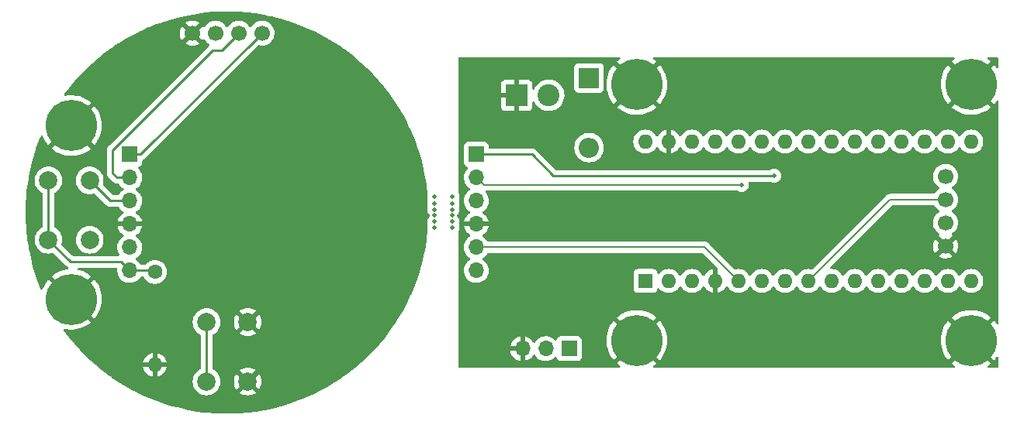
<source format=gbr>
%TF.GenerationSoftware,KiCad,Pcbnew,(6.0.9-0)*%
%TF.CreationDate,2023-02-24T22:58:18+01:00*%
%TF.ProjectId,FilamentSpoolScale,46696c61-6d65-46e7-9453-706f6f6c5363,rev?*%
%TF.SameCoordinates,Original*%
%TF.FileFunction,Copper,L2,Bot*%
%TF.FilePolarity,Positive*%
%FSLAX46Y46*%
G04 Gerber Fmt 4.6, Leading zero omitted, Abs format (unit mm)*
G04 Created by KiCad (PCBNEW (6.0.9-0)) date 2023-02-24 22:58:18*
%MOMM*%
%LPD*%
G01*
G04 APERTURE LIST*
%TA.AperFunction,ComponentPad*%
%ADD10C,3.600000*%
%TD*%
%TA.AperFunction,ConnectorPad*%
%ADD11C,5.600000*%
%TD*%
%TA.AperFunction,ComponentPad*%
%ADD12R,1.600000X1.600000*%
%TD*%
%TA.AperFunction,ComponentPad*%
%ADD13O,1.600000X1.600000*%
%TD*%
%TA.AperFunction,ComponentPad*%
%ADD14C,1.700000*%
%TD*%
%TA.AperFunction,ComponentPad*%
%ADD15R,2.200000X2.200000*%
%TD*%
%TA.AperFunction,ComponentPad*%
%ADD16O,2.200000X2.200000*%
%TD*%
%TA.AperFunction,ComponentPad*%
%ADD17C,2.000000*%
%TD*%
%TA.AperFunction,ComponentPad*%
%ADD18R,1.700000X1.700000*%
%TD*%
%TA.AperFunction,ComponentPad*%
%ADD19O,1.700000X1.700000*%
%TD*%
%TA.AperFunction,ComponentPad*%
%ADD20R,2.400000X2.400000*%
%TD*%
%TA.AperFunction,ComponentPad*%
%ADD21C,2.400000*%
%TD*%
%TA.AperFunction,ComponentPad*%
%ADD22C,1.600000*%
%TD*%
%TA.AperFunction,ViaPad*%
%ADD23C,0.508000*%
%TD*%
%TA.AperFunction,Conductor*%
%ADD24C,0.200000*%
%TD*%
%TA.AperFunction,Conductor*%
%ADD25C,0.254000*%
%TD*%
G04 APERTURE END LIST*
D10*
%TO.P,H5,1,1*%
%TO.N,GND*%
X29800000Y-38000000D03*
D11*
X29800000Y-38000000D03*
%TD*%
%TO.P,H2,1,1*%
%TO.N,GND*%
X128000000Y-33500000D03*
D10*
X128000000Y-33500000D03*
%TD*%
D12*
%TO.P,A1,1,TX1*%
%TO.N,/TX*%
X92450000Y-55000000D03*
D13*
%TO.P,A1,2,RX1*%
%TO.N,/RX*%
X94990000Y-55000000D03*
%TO.P,A1,3,~{RESET}*%
%TO.N,unconnected-(A1-Pad3)*%
X97530000Y-55000000D03*
%TO.P,A1,4,GND*%
%TO.N,GND*%
X100070000Y-55000000D03*
%TO.P,A1,5,D2*%
%TO.N,/BT1*%
X102610000Y-55000000D03*
%TO.P,A1,6,D3*%
%TO.N,/BT2*%
X105150000Y-55000000D03*
%TO.P,A1,7,D4*%
%TO.N,/DT*%
X107690000Y-55000000D03*
%TO.P,A1,8,D5*%
%TO.N,/SCK*%
X110230000Y-55000000D03*
%TO.P,A1,9,D6*%
%TO.N,unconnected-(A1-Pad9)*%
X112770000Y-55000000D03*
%TO.P,A1,10,D7*%
%TO.N,unconnected-(A1-Pad10)*%
X115310000Y-55000000D03*
%TO.P,A1,11,D8*%
%TO.N,unconnected-(A1-Pad11)*%
X117850000Y-55000000D03*
%TO.P,A1,12,D9*%
%TO.N,unconnected-(A1-Pad12)*%
X120390000Y-55000000D03*
%TO.P,A1,13,D10*%
%TO.N,unconnected-(A1-Pad13)*%
X122930000Y-55000000D03*
%TO.P,A1,14,MOSI*%
%TO.N,unconnected-(A1-Pad14)*%
X125470000Y-55000000D03*
%TO.P,A1,15,MISO*%
%TO.N,unconnected-(A1-Pad15)*%
X128010000Y-55000000D03*
%TO.P,A1,16,SCK*%
%TO.N,unconnected-(A1-Pad16)*%
X128010000Y-39760000D03*
%TO.P,A1,17,3V3*%
%TO.N,unconnected-(A1-Pad17)*%
X125470000Y-39760000D03*
%TO.P,A1,18,AREF*%
%TO.N,unconnected-(A1-Pad18)*%
X122930000Y-39760000D03*
%TO.P,A1,19,A0*%
%TO.N,unconnected-(A1-Pad19)*%
X120390000Y-39760000D03*
%TO.P,A1,20,A1*%
%TO.N,unconnected-(A1-Pad20)*%
X117850000Y-39760000D03*
%TO.P,A1,21,A2*%
%TO.N,unconnected-(A1-Pad21)*%
X115310000Y-39760000D03*
%TO.P,A1,22,A3*%
%TO.N,unconnected-(A1-Pad22)*%
X112770000Y-39760000D03*
%TO.P,A1,23,SDA/A4*%
%TO.N,/SDA*%
X110230000Y-39760000D03*
%TO.P,A1,24,SCL/A5*%
%TO.N,/SCL*%
X107690000Y-39760000D03*
%TO.P,A1,25,A6*%
%TO.N,unconnected-(A1-Pad25)*%
X105150000Y-39760000D03*
%TO.P,A1,26,A7*%
%TO.N,unconnected-(A1-Pad26)*%
X102610000Y-39760000D03*
%TO.P,A1,27,+5V*%
%TO.N,+5V*%
X100070000Y-39760000D03*
%TO.P,A1,28,~{RESET}*%
%TO.N,unconnected-(A1-Pad28)*%
X97530000Y-39760000D03*
%TO.P,A1,29,GND*%
%TO.N,GND*%
X94990000Y-39760000D03*
%TO.P,A1,30,VIN*%
%TO.N,BATT*%
X92450000Y-39760000D03*
%TD*%
D14*
%TO.P,J1,1,Pin_1*%
%TO.N,/SDA*%
X50600000Y-27900000D03*
%TO.P,J1,2,Pin_2*%
%TO.N,/SCL*%
X48060000Y-27900000D03*
%TO.P,J1,3,Pin_3*%
%TO.N,+5V*%
X45520000Y-27900000D03*
%TO.P,J1,4,Pin_4*%
%TO.N,GND*%
X42980000Y-27900000D03*
%TD*%
D10*
%TO.P,H4,1,1*%
%TO.N,GND*%
X91500000Y-61500000D03*
D11*
X91500000Y-61500000D03*
%TD*%
%TO.P,H6,1,1*%
%TO.N,GND*%
X29800000Y-57000000D03*
D10*
X29800000Y-57000000D03*
%TD*%
D11*
%TO.P,H1,1,1*%
%TO.N,GND*%
X91500000Y-33500000D03*
D10*
X91500000Y-33500000D03*
%TD*%
D15*
%TO.P,D1,1,A*%
%TO.N,Net-(D1-Pad1)*%
X86300000Y-32790000D03*
D16*
%TO.P,D1,2,K*%
%TO.N,BATT*%
X86300000Y-40410000D03*
%TD*%
D17*
%TO.P,SW1,1,1*%
%TO.N,/BT1*%
X44550000Y-66000000D03*
X44550000Y-59500000D03*
%TO.P,SW1,2,2*%
%TO.N,GND*%
X49050000Y-66000000D03*
X49050000Y-59500000D03*
%TD*%
D18*
%TO.P,J5,1,Pin_1*%
%TO.N,/SDA*%
X74000000Y-41150000D03*
D19*
%TO.P,J5,2,Pin_2*%
%TO.N,/SCL*%
X74000000Y-43690000D03*
%TO.P,J5,3,Pin_3*%
%TO.N,+5V*%
X74000000Y-46230000D03*
%TO.P,J5,4,Pin_4*%
%TO.N,GND*%
X74000000Y-48770000D03*
%TO.P,J5,5,Pin_5*%
%TO.N,/BT1*%
X74000000Y-51310000D03*
%TO.P,J5,6,Pin_6*%
%TO.N,/BT2*%
X74000000Y-53850000D03*
%TD*%
D18*
%TO.P,J4,1,Pin_1*%
%TO.N,/RX*%
X84125000Y-62400000D03*
D19*
%TO.P,J4,2,Pin_2*%
%TO.N,/TX*%
X81585000Y-62400000D03*
%TO.P,J4,3,Pin_3*%
%TO.N,GND*%
X79045000Y-62400000D03*
%TD*%
D10*
%TO.P,H3,1,1*%
%TO.N,GND*%
X128000000Y-61500000D03*
D11*
X128000000Y-61500000D03*
%TD*%
D17*
%TO.P,SW2,1,1*%
%TO.N,+5V*%
X31800000Y-44000000D03*
X31800000Y-50500000D03*
%TO.P,SW2,2,2*%
%TO.N,/BT2*%
X27300000Y-44000000D03*
X27300000Y-50500000D03*
%TD*%
D20*
%TO.P,J3,1,Pin_1*%
%TO.N,GND*%
X78400000Y-34700000D03*
D21*
%TO.P,J3,2,Pin_2*%
%TO.N,Net-(D1-Pad1)*%
X81900000Y-34700000D03*
%TD*%
D18*
%TO.P,J6,1,Pin_1*%
%TO.N,/SDA*%
X36175000Y-41150000D03*
D19*
%TO.P,J6,2,Pin_2*%
%TO.N,/SCL*%
X36175000Y-43690000D03*
%TO.P,J6,3,Pin_3*%
%TO.N,+5V*%
X36175000Y-46230000D03*
%TO.P,J6,4,Pin_4*%
%TO.N,GND*%
X36175000Y-48770000D03*
%TO.P,J6,5,Pin_5*%
%TO.N,/BT1*%
X36175000Y-51310000D03*
%TO.P,J6,6,Pin_6*%
%TO.N,/BT2*%
X36175000Y-53850000D03*
%TD*%
D14*
%TO.P,J2,1,Pin_1*%
%TO.N,+5V*%
X125200000Y-43550000D03*
%TO.P,J2,2,Pin_2*%
%TO.N,/SCK*%
X125200000Y-46090000D03*
%TO.P,J2,3,Pin_3*%
%TO.N,/DT*%
X125200000Y-48630000D03*
%TO.P,J2,4,Pin_4*%
%TO.N,GND*%
X125200000Y-51170000D03*
%TD*%
D22*
%TO.P,R1,1*%
%TO.N,/BT2*%
X38910000Y-54010000D03*
D13*
%TO.P,R1,2*%
%TO.N,GND*%
X38910000Y-64170000D03*
%TD*%
D23*
%TO.N,GND*%
X73900000Y-35300000D03*
X108800000Y-60600000D03*
X79800000Y-48700000D03*
X80000000Y-56800000D03*
X105700000Y-49800000D03*
X109700000Y-34400000D03*
X34600000Y-61100000D03*
X34900000Y-32700000D03*
X60200000Y-33300000D03*
X59700000Y-51200000D03*
X54800000Y-48100000D03*
%TO.N,/SCL*%
X102950000Y-44500000D03*
%TO.N,/SDA*%
X106495000Y-43495000D03*
%TO.N,/BT2*%
X69400000Y-49200000D03*
%TO.N,/BT1*%
X69400000Y-48500000D03*
%TO.N,GND*%
X69400000Y-47800000D03*
%TO.N,+5V*%
X69400000Y-47200000D03*
%TO.N,/SCL*%
X69400000Y-46500000D03*
%TO.N,/SDA*%
X69400000Y-45800000D03*
%TO.N,+5V*%
X71400000Y-47200000D03*
%TO.N,GND*%
X71400000Y-47800000D03*
%TO.N,/BT1*%
X71400000Y-48500000D03*
%TO.N,/SCL*%
X71400000Y-46500000D03*
%TO.N,/BT2*%
X71400000Y-49200000D03*
%TO.N,/SDA*%
X71400000Y-45800000D03*
%TD*%
D24*
%TO.N,/SCL*%
X102950000Y-44500000D02*
X74810000Y-44500000D01*
X74810000Y-44500000D02*
X74000000Y-43690000D01*
D25*
%TO.N,/SDA*%
X74000000Y-41150000D02*
X80050000Y-41150000D01*
X82395000Y-43495000D02*
X106495000Y-43495000D01*
X80050000Y-41150000D02*
X82395000Y-43495000D01*
D24*
%TO.N,/SCK*%
X125200000Y-46090000D02*
X119140000Y-46090000D01*
X119140000Y-46090000D02*
X110230000Y-55000000D01*
%TO.N,/BT1*%
X102610000Y-55000000D02*
X98920000Y-51310000D01*
X98920000Y-51310000D02*
X74000000Y-51310000D01*
D25*
X44550000Y-59500000D02*
X44550000Y-66000000D01*
%TO.N,+5V*%
X31800000Y-44000000D02*
X34030000Y-46230000D01*
X34030000Y-46230000D02*
X36175000Y-46230000D01*
%TO.N,/BT2*%
X27300000Y-44000000D02*
X27300000Y-50500000D01*
X27300000Y-50500000D02*
X29700000Y-52900000D01*
X29700000Y-52900000D02*
X35225000Y-52900000D01*
X35225000Y-52900000D02*
X36175000Y-53850000D01*
X36175000Y-53850000D02*
X38750000Y-53850000D01*
X38750000Y-53850000D02*
X38910000Y-54010000D01*
%TO.N,/SCL*%
X46200000Y-29760000D02*
X45240000Y-29760000D01*
X45240000Y-29760000D02*
X34300000Y-40700000D01*
X36175000Y-43690000D02*
X34790000Y-43690000D01*
X34790000Y-43690000D02*
X34300000Y-43200000D01*
X34300000Y-43200000D02*
X34300000Y-40700000D01*
X46200000Y-29760000D02*
X48060000Y-27900000D01*
%TO.N,/SDA*%
X36175000Y-41150000D02*
X37350000Y-41150000D01*
X37350000Y-41150000D02*
X50600000Y-27900000D01*
%TD*%
%TA.AperFunction,Conductor*%
%TO.N,GND*%
G36*
X47171647Y-25531867D02*
G01*
X47969273Y-25562295D01*
X48084664Y-25566697D01*
X48089917Y-25567007D01*
X49000714Y-25639954D01*
X49005953Y-25640484D01*
X49912887Y-25751417D01*
X49918098Y-25752165D01*
X50819629Y-25900894D01*
X50824805Y-25901860D01*
X51351306Y-26011490D01*
X51719312Y-26088118D01*
X51724425Y-26089295D01*
X51869901Y-26125989D01*
X52610383Y-26312766D01*
X52615460Y-26314160D01*
X53152659Y-26473807D01*
X53385132Y-26542894D01*
X53491305Y-26574447D01*
X53496313Y-26576050D01*
X53636158Y-26624054D01*
X54360507Y-26872698D01*
X54365451Y-26874511D01*
X55216512Y-27207011D01*
X55221374Y-27209029D01*
X55805183Y-27465720D01*
X55964098Y-27535592D01*
X56057790Y-27576787D01*
X56062541Y-27578995D01*
X56273598Y-27682522D01*
X56882889Y-27981391D01*
X56887567Y-27983808D01*
X57690386Y-28420124D01*
X57694958Y-28422735D01*
X57923075Y-28559355D01*
X58478820Y-28892194D01*
X58483246Y-28894971D01*
X59242306Y-29393809D01*
X59246836Y-29396786D01*
X59251168Y-29399764D01*
X59902930Y-29868213D01*
X59993111Y-29933030D01*
X59997321Y-29936191D01*
X60583161Y-30395562D01*
X60716350Y-30499999D01*
X60720421Y-30503331D01*
X60726474Y-30508500D01*
X61415241Y-31096663D01*
X61419168Y-31100161D01*
X62088337Y-31721765D01*
X62088609Y-31722018D01*
X62092381Y-31725671D01*
X62201852Y-31836233D01*
X62735259Y-32374957D01*
X62738885Y-32378775D01*
X63354083Y-33054357D01*
X63357546Y-33058324D01*
X63943960Y-33758993D01*
X63947254Y-33763100D01*
X64503898Y-34487677D01*
X64507017Y-34491918D01*
X65032891Y-35239098D01*
X65035831Y-35243466D01*
X65198447Y-35496340D01*
X65525912Y-36005558D01*
X65530044Y-36011984D01*
X65532795Y-36016465D01*
X65930611Y-36695897D01*
X65994460Y-36804946D01*
X65997020Y-36809535D01*
X66253058Y-37291985D01*
X66425353Y-37616638D01*
X66427719Y-37621330D01*
X66666808Y-38121228D01*
X66821954Y-38445614D01*
X66824125Y-38450409D01*
X67134564Y-39175896D01*
X67183567Y-39290416D01*
X67185536Y-39295294D01*
X67508675Y-40147223D01*
X67509584Y-40149620D01*
X67511341Y-40154562D01*
X67799415Y-41021682D01*
X67800970Y-41026713D01*
X68052557Y-41905082D01*
X68053901Y-41910172D01*
X68268575Y-42798298D01*
X68269705Y-42803440D01*
X68445633Y-43692408D01*
X68447087Y-43699757D01*
X68447999Y-43704933D01*
X68473785Y-43871498D01*
X68587783Y-44607899D01*
X68588479Y-44613118D01*
X68685573Y-45477994D01*
X68686106Y-45500047D01*
X68684967Y-45517934D01*
X68682796Y-45517796D01*
X68677763Y-45554800D01*
X68656600Y-45612947D01*
X68656599Y-45612951D01*
X68654190Y-45619570D01*
X68653307Y-45626556D01*
X68653307Y-45626558D01*
X68649623Y-45655720D01*
X68632750Y-45789286D01*
X68649443Y-45959536D01*
X68651667Y-45966221D01*
X68700435Y-46112824D01*
X68702958Y-46183776D01*
X68699278Y-46195690D01*
X68656600Y-46312947D01*
X68656599Y-46312952D01*
X68654190Y-46319570D01*
X68632750Y-46489286D01*
X68649443Y-46659536D01*
X68651667Y-46666221D01*
X68700435Y-46812824D01*
X68702958Y-46883776D01*
X68699278Y-46895690D01*
X68656600Y-47012947D01*
X68656599Y-47012952D01*
X68654190Y-47019570D01*
X68632750Y-47189286D01*
X68649443Y-47359536D01*
X68703440Y-47521856D01*
X68707087Y-47527878D01*
X68707088Y-47527880D01*
X68788406Y-47662154D01*
X68788409Y-47662157D01*
X68792056Y-47668180D01*
X68875655Y-47754748D01*
X68883758Y-47763139D01*
X68916690Y-47826035D01*
X68910390Y-47896752D01*
X68881278Y-47940690D01*
X68805366Y-48015028D01*
X68801547Y-48020953D01*
X68801546Y-48020955D01*
X68796135Y-48029352D01*
X68712698Y-48158820D01*
X68710287Y-48165443D01*
X68710286Y-48165446D01*
X68656600Y-48312947D01*
X68656599Y-48312952D01*
X68654190Y-48319570D01*
X68632750Y-48489286D01*
X68649443Y-48659536D01*
X68651667Y-48666221D01*
X68700435Y-48812824D01*
X68702958Y-48883776D01*
X68699278Y-48895690D01*
X68656600Y-49012947D01*
X68656599Y-49012952D01*
X68654190Y-49019570D01*
X68632750Y-49189286D01*
X68649443Y-49359536D01*
X68672894Y-49430031D01*
X68682891Y-49460084D01*
X68688586Y-49513560D01*
X68684518Y-49550743D01*
X68593698Y-50380807D01*
X68593015Y-50386034D01*
X68576811Y-50492662D01*
X68456879Y-51281851D01*
X68455589Y-51290339D01*
X68454692Y-51295513D01*
X68398752Y-51582275D01*
X68279557Y-52193294D01*
X68278440Y-52198445D01*
X68140538Y-52775716D01*
X68090371Y-52985719D01*
X68065910Y-53088113D01*
X68064580Y-53093206D01*
X67818286Y-53961703D01*
X67815026Y-53973197D01*
X67813487Y-53978221D01*
X67534943Y-54823938D01*
X67527347Y-54847001D01*
X67525599Y-54851959D01*
X67463140Y-55017892D01*
X67203356Y-55708048D01*
X67201396Y-55712941D01*
X66843644Y-56554767D01*
X66841481Y-56559574D01*
X66448837Y-57385690D01*
X66446475Y-57390403D01*
X66019610Y-58199393D01*
X66017053Y-58204002D01*
X65556742Y-58994400D01*
X65553995Y-58998899D01*
X65384828Y-59263289D01*
X65085121Y-59731699D01*
X65061005Y-59769389D01*
X65058074Y-59773765D01*
X65048908Y-59786851D01*
X64533305Y-60522937D01*
X64530191Y-60527191D01*
X63974534Y-61253774D01*
X63971245Y-61257893D01*
X63385686Y-61960596D01*
X63382227Y-61964574D01*
X62767812Y-62642146D01*
X62764192Y-62645975D01*
X62256308Y-63161028D01*
X62121942Y-63297290D01*
X62118163Y-63300965D01*
X61449244Y-63924835D01*
X61445314Y-63928349D01*
X60750900Y-64523683D01*
X60746830Y-64527028D01*
X60135613Y-65008180D01*
X60028122Y-65092797D01*
X60023912Y-65095971D01*
X59282131Y-65631212D01*
X59277793Y-65634206D01*
X58932575Y-65861971D01*
X58514305Y-66137933D01*
X58509861Y-66140733D01*
X57725956Y-66612093D01*
X57721383Y-66614714D01*
X56918481Y-67052858D01*
X56913802Y-67055286D01*
X56093260Y-67459473D01*
X56088484Y-67461703D01*
X55251724Y-67831228D01*
X55246892Y-67833242D01*
X55068095Y-67903419D01*
X54395423Y-68167440D01*
X54390478Y-68169263D01*
X53525782Y-68467553D01*
X53520777Y-68469163D01*
X52644365Y-68731024D01*
X52639283Y-68732427D01*
X51752716Y-68957394D01*
X51747581Y-68958584D01*
X50852329Y-69146284D01*
X50847149Y-69147257D01*
X49944866Y-69297341D01*
X49939649Y-69298097D01*
X49031865Y-69410312D01*
X49026622Y-69410849D01*
X48114959Y-69484996D01*
X48109700Y-69485314D01*
X48053832Y-69487511D01*
X47195701Y-69521265D01*
X47190431Y-69521362D01*
X46747611Y-69520244D01*
X46275715Y-69519053D01*
X46270481Y-69518929D01*
X45356670Y-69478364D01*
X45351429Y-69478022D01*
X44826386Y-69432650D01*
X44440143Y-69399272D01*
X44434902Y-69398709D01*
X44200824Y-69368573D01*
X43527652Y-69281906D01*
X43522475Y-69281129D01*
X42620948Y-69126489D01*
X42615801Y-69125496D01*
X42047190Y-69003280D01*
X41721496Y-68933276D01*
X41716366Y-68932060D01*
X41386418Y-68846560D01*
X40830925Y-68702614D01*
X40825901Y-68701200D01*
X39950767Y-68434901D01*
X39945776Y-68433267D01*
X39192823Y-68169263D01*
X39082606Y-68130618D01*
X39077669Y-68128770D01*
X38227908Y-67790281D01*
X38223053Y-67788228D01*
X37388225Y-67414507D01*
X37383460Y-67412254D01*
X36697344Y-67069969D01*
X36564935Y-67003913D01*
X36560273Y-67001464D01*
X35759570Y-66559259D01*
X35755054Y-66556641D01*
X34973517Y-66081314D01*
X34969072Y-66078481D01*
X34851416Y-66000000D01*
X43036835Y-66000000D01*
X43055465Y-66236711D01*
X43056619Y-66241518D01*
X43056620Y-66241524D01*
X43086122Y-66364408D01*
X43110895Y-66467594D01*
X43112788Y-66472165D01*
X43112789Y-66472167D01*
X43199772Y-66682163D01*
X43201760Y-66686963D01*
X43204346Y-66691183D01*
X43323241Y-66885202D01*
X43323245Y-66885208D01*
X43325824Y-66889416D01*
X43423616Y-67003916D01*
X43467491Y-67055286D01*
X43480031Y-67069969D01*
X43660584Y-67224176D01*
X43664792Y-67226755D01*
X43664798Y-67226759D01*
X43858084Y-67345205D01*
X43863037Y-67348240D01*
X43867607Y-67350133D01*
X43867611Y-67350135D01*
X44077833Y-67437211D01*
X44082406Y-67439105D01*
X44162609Y-67458360D01*
X44308476Y-67493380D01*
X44308482Y-67493381D01*
X44313289Y-67494535D01*
X44550000Y-67513165D01*
X44786711Y-67494535D01*
X44791518Y-67493381D01*
X44791524Y-67493380D01*
X44937391Y-67458360D01*
X45017594Y-67439105D01*
X45022167Y-67437211D01*
X45232389Y-67350135D01*
X45232393Y-67350133D01*
X45236963Y-67348240D01*
X45241916Y-67345205D01*
X45425556Y-67232670D01*
X48182160Y-67232670D01*
X48187887Y-67240320D01*
X48359042Y-67345205D01*
X48367837Y-67349687D01*
X48577988Y-67436734D01*
X48587373Y-67439783D01*
X48808554Y-67492885D01*
X48818301Y-67494428D01*
X49045070Y-67512275D01*
X49054930Y-67512275D01*
X49281699Y-67494428D01*
X49291446Y-67492885D01*
X49512627Y-67439783D01*
X49522012Y-67436734D01*
X49732163Y-67349687D01*
X49740958Y-67345205D01*
X49908445Y-67242568D01*
X49917907Y-67232110D01*
X49914124Y-67223334D01*
X49062812Y-66372022D01*
X49048868Y-66364408D01*
X49047035Y-66364539D01*
X49040420Y-66368790D01*
X48188920Y-67220290D01*
X48182160Y-67232670D01*
X45425556Y-67232670D01*
X45435202Y-67226759D01*
X45435208Y-67226755D01*
X45439416Y-67224176D01*
X45619969Y-67069969D01*
X45632510Y-67055286D01*
X45676384Y-67003916D01*
X45774176Y-66889416D01*
X45776755Y-66885208D01*
X45776759Y-66885202D01*
X45895654Y-66691183D01*
X45898240Y-66686963D01*
X45900229Y-66682163D01*
X45987211Y-66472167D01*
X45987212Y-66472165D01*
X45989105Y-66467594D01*
X46013878Y-66364408D01*
X46043380Y-66241524D01*
X46043381Y-66241518D01*
X46044535Y-66236711D01*
X46062777Y-66004930D01*
X47537725Y-66004930D01*
X47555572Y-66231699D01*
X47557115Y-66241446D01*
X47610217Y-66462627D01*
X47613266Y-66472012D01*
X47700313Y-66682163D01*
X47704795Y-66690958D01*
X47807432Y-66858445D01*
X47817890Y-66867907D01*
X47826666Y-66864124D01*
X48677978Y-66012812D01*
X48684356Y-66001132D01*
X49414408Y-66001132D01*
X49414539Y-66002965D01*
X49418790Y-66009580D01*
X50270290Y-66861080D01*
X50282670Y-66867840D01*
X50290320Y-66862113D01*
X50395205Y-66690958D01*
X50399687Y-66682163D01*
X50486734Y-66472012D01*
X50489783Y-66462627D01*
X50542885Y-66241446D01*
X50544428Y-66231699D01*
X50562275Y-66004930D01*
X50562275Y-65995070D01*
X50544428Y-65768301D01*
X50542885Y-65758554D01*
X50489783Y-65537373D01*
X50486734Y-65527988D01*
X50399687Y-65317837D01*
X50395205Y-65309042D01*
X50292568Y-65141555D01*
X50282110Y-65132093D01*
X50273334Y-65135876D01*
X49422022Y-65987188D01*
X49414408Y-66001132D01*
X48684356Y-66001132D01*
X48685592Y-65998868D01*
X48685461Y-65997035D01*
X48681210Y-65990420D01*
X47829710Y-65138920D01*
X47817330Y-65132160D01*
X47809680Y-65137887D01*
X47704795Y-65309042D01*
X47700313Y-65317837D01*
X47613266Y-65527988D01*
X47610217Y-65537373D01*
X47557115Y-65758554D01*
X47555572Y-65768301D01*
X47537725Y-65995070D01*
X47537725Y-66004930D01*
X46062777Y-66004930D01*
X46063165Y-66000000D01*
X46044535Y-65763289D01*
X45989105Y-65532406D01*
X45979120Y-65508300D01*
X45900135Y-65317611D01*
X45900133Y-65317607D01*
X45898240Y-65313037D01*
X45892289Y-65303326D01*
X45776759Y-65114798D01*
X45776755Y-65114792D01*
X45774176Y-65110584D01*
X45619969Y-64930031D01*
X45439416Y-64775824D01*
X45426469Y-64767890D01*
X48182093Y-64767890D01*
X48185876Y-64776666D01*
X49037188Y-65627978D01*
X49051132Y-65635592D01*
X49052965Y-65635461D01*
X49059580Y-65631210D01*
X49911080Y-64779710D01*
X49917840Y-64767330D01*
X49912113Y-64759680D01*
X49740958Y-64654795D01*
X49732163Y-64650313D01*
X49522012Y-64563266D01*
X49512627Y-64560217D01*
X49291446Y-64507115D01*
X49281699Y-64505572D01*
X49054930Y-64487725D01*
X49045070Y-64487725D01*
X48818301Y-64505572D01*
X48808554Y-64507115D01*
X48587373Y-64560217D01*
X48577988Y-64563266D01*
X48367837Y-64650313D01*
X48359042Y-64654795D01*
X48191555Y-64757432D01*
X48182093Y-64767890D01*
X45426469Y-64767890D01*
X45245664Y-64657092D01*
X45198034Y-64604445D01*
X45185500Y-64549660D01*
X45185500Y-60950340D01*
X45205502Y-60882219D01*
X45245664Y-60842908D01*
X45425555Y-60732670D01*
X48182160Y-60732670D01*
X48187887Y-60740320D01*
X48359042Y-60845205D01*
X48367837Y-60849687D01*
X48577988Y-60936734D01*
X48587373Y-60939783D01*
X48808554Y-60992885D01*
X48818301Y-60994428D01*
X49045070Y-61012275D01*
X49054930Y-61012275D01*
X49281699Y-60994428D01*
X49291446Y-60992885D01*
X49512627Y-60939783D01*
X49522012Y-60936734D01*
X49732163Y-60849687D01*
X49740958Y-60845205D01*
X49908445Y-60742568D01*
X49917907Y-60732110D01*
X49914124Y-60723334D01*
X49062812Y-59872022D01*
X49048868Y-59864408D01*
X49047035Y-59864539D01*
X49040420Y-59868790D01*
X48188920Y-60720290D01*
X48182160Y-60732670D01*
X45425555Y-60732670D01*
X45439416Y-60724176D01*
X45619969Y-60569969D01*
X45774176Y-60389416D01*
X45776755Y-60385208D01*
X45776759Y-60385202D01*
X45895654Y-60191183D01*
X45898240Y-60186963D01*
X45900229Y-60182163D01*
X45987211Y-59972167D01*
X45987212Y-59972165D01*
X45989105Y-59967594D01*
X46031517Y-59790937D01*
X46043380Y-59741524D01*
X46043381Y-59741518D01*
X46044535Y-59736711D01*
X46062777Y-59504930D01*
X47537725Y-59504930D01*
X47555572Y-59731699D01*
X47557115Y-59741446D01*
X47610217Y-59962627D01*
X47613266Y-59972012D01*
X47700313Y-60182163D01*
X47704795Y-60190958D01*
X47807432Y-60358445D01*
X47817890Y-60367907D01*
X47826666Y-60364124D01*
X48677978Y-59512812D01*
X48684356Y-59501132D01*
X49414408Y-59501132D01*
X49414539Y-59502965D01*
X49418790Y-59509580D01*
X50270290Y-60361080D01*
X50282670Y-60367840D01*
X50290320Y-60362113D01*
X50395205Y-60190958D01*
X50399687Y-60182163D01*
X50486734Y-59972012D01*
X50489783Y-59962627D01*
X50542885Y-59741446D01*
X50544428Y-59731699D01*
X50562275Y-59504930D01*
X50562275Y-59495070D01*
X50544428Y-59268301D01*
X50542885Y-59258554D01*
X50489783Y-59037373D01*
X50486734Y-59027988D01*
X50399687Y-58817837D01*
X50395205Y-58809042D01*
X50292568Y-58641555D01*
X50282110Y-58632093D01*
X50273334Y-58635876D01*
X49422022Y-59487188D01*
X49414408Y-59501132D01*
X48684356Y-59501132D01*
X48685592Y-59498868D01*
X48685461Y-59497035D01*
X48681210Y-59490420D01*
X47829710Y-58638920D01*
X47817330Y-58632160D01*
X47809680Y-58637887D01*
X47704795Y-58809042D01*
X47700313Y-58817837D01*
X47613266Y-59027988D01*
X47610217Y-59037373D01*
X47557115Y-59258554D01*
X47555572Y-59268301D01*
X47537725Y-59495070D01*
X47537725Y-59504930D01*
X46062777Y-59504930D01*
X46063165Y-59500000D01*
X46044535Y-59263289D01*
X46014888Y-59139798D01*
X45990260Y-59037218D01*
X45989105Y-59032406D01*
X45974850Y-58997991D01*
X45900135Y-58817611D01*
X45900133Y-58817607D01*
X45898240Y-58813037D01*
X45880950Y-58784823D01*
X45776759Y-58614798D01*
X45776755Y-58614792D01*
X45774176Y-58610584D01*
X45619969Y-58430031D01*
X45606705Y-58418702D01*
X45574957Y-58391587D01*
X45439416Y-58275824D01*
X45435208Y-58273245D01*
X45435202Y-58273241D01*
X45426470Y-58267890D01*
X48182093Y-58267890D01*
X48185876Y-58276666D01*
X49037188Y-59127978D01*
X49051132Y-59135592D01*
X49052965Y-59135461D01*
X49059580Y-59131210D01*
X49911080Y-58279710D01*
X49917840Y-58267330D01*
X49912113Y-58259680D01*
X49740958Y-58154795D01*
X49732163Y-58150313D01*
X49522012Y-58063266D01*
X49512627Y-58060217D01*
X49291446Y-58007115D01*
X49281699Y-58005572D01*
X49054930Y-57987725D01*
X49045070Y-57987725D01*
X48818301Y-58005572D01*
X48808554Y-58007115D01*
X48587373Y-58060217D01*
X48577988Y-58063266D01*
X48367837Y-58150313D01*
X48359042Y-58154795D01*
X48191555Y-58257432D01*
X48182093Y-58267890D01*
X45426470Y-58267890D01*
X45241183Y-58154346D01*
X45236963Y-58151760D01*
X45232393Y-58149867D01*
X45232389Y-58149865D01*
X45022167Y-58062789D01*
X45022165Y-58062788D01*
X45017594Y-58060895D01*
X44937391Y-58041640D01*
X44791524Y-58006620D01*
X44791518Y-58006619D01*
X44786711Y-58005465D01*
X44550000Y-57986835D01*
X44313289Y-58005465D01*
X44308482Y-58006619D01*
X44308476Y-58006620D01*
X44162609Y-58041640D01*
X44082406Y-58060895D01*
X44077835Y-58062788D01*
X44077833Y-58062789D01*
X43867611Y-58149865D01*
X43867607Y-58149867D01*
X43863037Y-58151760D01*
X43858817Y-58154346D01*
X43664798Y-58273241D01*
X43664792Y-58273245D01*
X43660584Y-58275824D01*
X43525043Y-58391587D01*
X43493296Y-58418702D01*
X43480031Y-58430031D01*
X43325824Y-58610584D01*
X43323245Y-58614792D01*
X43323241Y-58614798D01*
X43219050Y-58784823D01*
X43201760Y-58813037D01*
X43199867Y-58817607D01*
X43199865Y-58817611D01*
X43125150Y-58997991D01*
X43110895Y-59032406D01*
X43109740Y-59037218D01*
X43085113Y-59139798D01*
X43055465Y-59263289D01*
X43036835Y-59500000D01*
X43055465Y-59736711D01*
X43056619Y-59741518D01*
X43056620Y-59741524D01*
X43068483Y-59790937D01*
X43110895Y-59967594D01*
X43112788Y-59972165D01*
X43112789Y-59972167D01*
X43199772Y-60182163D01*
X43201760Y-60186963D01*
X43204346Y-60191183D01*
X43323241Y-60385202D01*
X43323245Y-60385208D01*
X43325824Y-60389416D01*
X43480031Y-60569969D01*
X43660584Y-60724176D01*
X43854336Y-60842908D01*
X43901966Y-60895555D01*
X43914500Y-60950340D01*
X43914500Y-64549660D01*
X43894498Y-64617781D01*
X43854336Y-64657092D01*
X43660584Y-64775824D01*
X43480031Y-64930031D01*
X43325824Y-65110584D01*
X43323245Y-65114792D01*
X43323241Y-65114798D01*
X43207711Y-65303326D01*
X43201760Y-65313037D01*
X43199867Y-65317607D01*
X43199865Y-65317611D01*
X43120880Y-65508300D01*
X43110895Y-65532406D01*
X43055465Y-65763289D01*
X43036835Y-66000000D01*
X34851416Y-66000000D01*
X34305110Y-65635592D01*
X34208141Y-65570910D01*
X34203824Y-65567898D01*
X34161755Y-65537218D01*
X33841033Y-65303326D01*
X33464784Y-65028939D01*
X33460591Y-65025745D01*
X32744737Y-64456345D01*
X32740681Y-64452978D01*
X32721681Y-64436522D01*
X37627273Y-64436522D01*
X37674764Y-64613761D01*
X37678510Y-64624053D01*
X37770586Y-64821511D01*
X37776069Y-64831007D01*
X37901028Y-65009467D01*
X37908084Y-65017875D01*
X38062125Y-65171916D01*
X38070533Y-65178972D01*
X38248993Y-65303931D01*
X38258489Y-65309414D01*
X38455947Y-65401490D01*
X38466239Y-65405236D01*
X38638503Y-65451394D01*
X38652599Y-65451058D01*
X38656000Y-65443116D01*
X38656000Y-65437967D01*
X39164000Y-65437967D01*
X39167973Y-65451498D01*
X39176522Y-65452727D01*
X39353761Y-65405236D01*
X39364053Y-65401490D01*
X39561511Y-65309414D01*
X39571007Y-65303931D01*
X39749467Y-65178972D01*
X39757875Y-65171916D01*
X39911916Y-65017875D01*
X39918972Y-65009467D01*
X40043931Y-64831007D01*
X40049414Y-64821511D01*
X40141490Y-64624053D01*
X40145236Y-64613761D01*
X40191394Y-64441497D01*
X40191058Y-64427401D01*
X40183116Y-64424000D01*
X39182115Y-64424000D01*
X39166876Y-64428475D01*
X39165671Y-64429865D01*
X39164000Y-64437548D01*
X39164000Y-65437967D01*
X38656000Y-65437967D01*
X38656000Y-64442115D01*
X38651525Y-64426876D01*
X38650135Y-64425671D01*
X38642452Y-64424000D01*
X37642033Y-64424000D01*
X37628502Y-64427973D01*
X37627273Y-64436522D01*
X32721681Y-64436522D01*
X32100496Y-63898503D01*
X37628606Y-63898503D01*
X37628942Y-63912599D01*
X37636884Y-63916000D01*
X38637885Y-63916000D01*
X38653124Y-63911525D01*
X38654329Y-63910135D01*
X38656000Y-63902452D01*
X38656000Y-63897885D01*
X39164000Y-63897885D01*
X39168475Y-63913124D01*
X39169865Y-63914329D01*
X39177548Y-63916000D01*
X40177967Y-63916000D01*
X40191498Y-63912027D01*
X40192727Y-63903478D01*
X40145236Y-63726239D01*
X40141490Y-63715947D01*
X40049414Y-63518489D01*
X40043931Y-63508993D01*
X39918972Y-63330533D01*
X39911916Y-63322125D01*
X39757875Y-63168084D01*
X39749467Y-63161028D01*
X39571007Y-63036069D01*
X39561511Y-63030586D01*
X39364053Y-62938510D01*
X39353761Y-62934764D01*
X39181497Y-62888606D01*
X39167401Y-62888942D01*
X39164000Y-62896884D01*
X39164000Y-63897885D01*
X38656000Y-63897885D01*
X38656000Y-62902033D01*
X38652027Y-62888502D01*
X38643478Y-62887273D01*
X38466239Y-62934764D01*
X38455947Y-62938510D01*
X38258489Y-63030586D01*
X38248993Y-63036069D01*
X38070533Y-63161028D01*
X38062125Y-63168084D01*
X37908084Y-63322125D01*
X37901028Y-63330533D01*
X37776069Y-63508993D01*
X37770586Y-63518489D01*
X37678510Y-63715947D01*
X37674764Y-63726239D01*
X37628606Y-63898503D01*
X32100496Y-63898503D01*
X32099782Y-63897885D01*
X32049270Y-63854136D01*
X32045361Y-63850604D01*
X31942365Y-63753567D01*
X31379601Y-63223366D01*
X31375841Y-63219672D01*
X31060743Y-62896884D01*
X30736896Y-62565133D01*
X30733297Y-62561288D01*
X30716352Y-62542410D01*
X30122282Y-61880590D01*
X30118877Y-61876634D01*
X29614086Y-61264598D01*
X29536865Y-61170971D01*
X29533597Y-61166836D01*
X28981611Y-60437452D01*
X28978522Y-60433187D01*
X28975998Y-60429545D01*
X28953635Y-60362162D01*
X28971253Y-60293386D01*
X29023257Y-60245053D01*
X29093137Y-60232508D01*
X29107260Y-60234857D01*
X29244187Y-60265715D01*
X29250912Y-60266853D01*
X29600143Y-60306643D01*
X29606933Y-60307046D01*
X29958419Y-60308886D01*
X29965220Y-60308554D01*
X30314853Y-60272423D01*
X30321581Y-60271357D01*
X30665274Y-60197676D01*
X30671822Y-60195897D01*
X31005549Y-60085527D01*
X31011891Y-60083041D01*
X31331718Y-59937288D01*
X31337777Y-59934121D01*
X31639995Y-59754676D01*
X31645659Y-59750884D01*
X31926732Y-59539849D01*
X31931958Y-59535464D01*
X31941613Y-59526428D01*
X31949682Y-59512750D01*
X31949654Y-59512024D01*
X31944512Y-59503723D01*
X29812810Y-57372020D01*
X29798869Y-57364408D01*
X29797034Y-57364539D01*
X29790420Y-57368790D01*
X28408413Y-58750797D01*
X28346101Y-58784823D01*
X28275286Y-58779758D01*
X28230223Y-58750797D01*
X28049203Y-58569777D01*
X28015177Y-58507465D01*
X28020242Y-58436650D01*
X28049203Y-58391587D01*
X29427978Y-57012812D01*
X29434356Y-57001131D01*
X30164408Y-57001131D01*
X30164539Y-57002966D01*
X30168790Y-57009580D01*
X32299009Y-59139798D01*
X32312605Y-59147223D01*
X32322218Y-59140522D01*
X32422518Y-59023912D01*
X32426676Y-59018514D01*
X32625762Y-58728840D01*
X32629310Y-58723029D01*
X32795942Y-58413559D01*
X32798849Y-58407381D01*
X32931090Y-58081713D01*
X32933304Y-58075283D01*
X33029598Y-57737237D01*
X33031105Y-57730607D01*
X33090332Y-57384118D01*
X33091112Y-57377378D01*
X33112668Y-57024925D01*
X33112784Y-57021323D01*
X33112853Y-57001819D01*
X33112761Y-56998194D01*
X33093666Y-56645615D01*
X33092931Y-56638849D01*
X33036130Y-56291985D01*
X33034663Y-56285313D01*
X32940736Y-55946627D01*
X32938562Y-55940163D01*
X32808598Y-55613578D01*
X32805742Y-55607398D01*
X32641269Y-55296763D01*
X32637769Y-55290937D01*
X32440697Y-54999862D01*
X32436590Y-54994453D01*
X32323565Y-54861179D01*
X32310740Y-54852743D01*
X32300416Y-54858795D01*
X30172020Y-56987190D01*
X30164408Y-57001131D01*
X29434356Y-57001131D01*
X29435592Y-56998868D01*
X29435461Y-56997035D01*
X29431210Y-56990420D01*
X27300992Y-54860203D01*
X27287455Y-54852811D01*
X27277753Y-54859599D01*
X27170430Y-54985257D01*
X27166296Y-54990664D01*
X26968215Y-55281041D01*
X26964697Y-55286851D01*
X26799134Y-55596922D01*
X26796259Y-55603087D01*
X26683404Y-55883820D01*
X26639437Y-55939564D01*
X26572312Y-55962689D01*
X26503341Y-55945852D01*
X26454421Y-55894399D01*
X26450287Y-55885518D01*
X26334735Y-55609753D01*
X26332808Y-55604870D01*
X26332148Y-55603087D01*
X26014902Y-54747191D01*
X26013175Y-54742213D01*
X25731429Y-53872016D01*
X25729910Y-53866968D01*
X25607823Y-53428026D01*
X25484795Y-52985698D01*
X25483494Y-52980612D01*
X25458239Y-52872477D01*
X25275455Y-52089871D01*
X25274368Y-52084731D01*
X25272078Y-52072665D01*
X25152342Y-51441939D01*
X25103775Y-51186106D01*
X25102900Y-51180908D01*
X25002937Y-50500000D01*
X25786835Y-50500000D01*
X25805465Y-50736711D01*
X25806619Y-50741518D01*
X25806620Y-50741524D01*
X25836493Y-50865954D01*
X25860895Y-50967594D01*
X25862788Y-50972165D01*
X25862789Y-50972167D01*
X25948702Y-51179580D01*
X25951760Y-51186963D01*
X25954346Y-51191183D01*
X26073241Y-51385202D01*
X26073245Y-51385208D01*
X26075824Y-51389416D01*
X26230031Y-51569969D01*
X26410584Y-51724176D01*
X26414792Y-51726755D01*
X26414798Y-51726759D01*
X26608817Y-51845654D01*
X26613037Y-51848240D01*
X26617607Y-51850133D01*
X26617611Y-51850135D01*
X26807720Y-51928880D01*
X26832406Y-51939105D01*
X26900301Y-51955405D01*
X27058476Y-51993380D01*
X27058482Y-51993381D01*
X27063289Y-51994535D01*
X27300000Y-52013165D01*
X27536711Y-51994535D01*
X27541518Y-51993381D01*
X27541524Y-51993380D01*
X27757670Y-51941488D01*
X27828578Y-51945035D01*
X27876179Y-51974912D01*
X29194750Y-53293483D01*
X29202326Y-53301809D01*
X29206447Y-53308303D01*
X29212222Y-53313726D01*
X29256265Y-53355085D01*
X29259107Y-53357840D01*
X29278906Y-53377639D01*
X29282037Y-53380068D01*
X29282042Y-53380072D01*
X29282128Y-53380139D01*
X29291153Y-53387847D01*
X29323494Y-53418217D01*
X29330439Y-53422035D01*
X29330443Y-53422038D01*
X29341334Y-53428026D01*
X29357855Y-53438878D01*
X29373934Y-53451350D01*
X29414662Y-53468974D01*
X29425315Y-53474193D01*
X29430059Y-53476801D01*
X29438044Y-53481191D01*
X29488101Y-53531539D01*
X29502991Y-53600956D01*
X29477989Y-53667404D01*
X29421030Y-53709786D01*
X29390728Y-53716891D01*
X29273719Y-53729395D01*
X29267010Y-53730482D01*
X28923586Y-53805361D01*
X28917011Y-53807172D01*
X28583683Y-53918702D01*
X28577361Y-53921205D01*
X28258034Y-54068079D01*
X28251991Y-54071265D01*
X27950401Y-54251763D01*
X27944755Y-54255571D01*
X27664408Y-54467596D01*
X27659211Y-54471987D01*
X27657972Y-54473155D01*
X27649950Y-54486862D01*
X27649986Y-54487704D01*
X27655037Y-54495826D01*
X29003188Y-55843978D01*
X29787190Y-56627980D01*
X29801131Y-56635592D01*
X29802966Y-56635461D01*
X29809580Y-56631210D01*
X31942798Y-54497991D01*
X31950412Y-54484047D01*
X31950344Y-54483089D01*
X31945836Y-54476272D01*
X31944418Y-54475065D01*
X31664813Y-54262064D01*
X31659187Y-54258240D01*
X31358214Y-54076681D01*
X31352202Y-54073484D01*
X31033370Y-53925487D01*
X31027070Y-53922967D01*
X30694129Y-53810273D01*
X30687551Y-53808437D01*
X30579636Y-53784513D01*
X30517459Y-53750241D01*
X30483681Y-53687795D01*
X30489027Y-53617000D01*
X30531799Y-53560333D01*
X30598417Y-53535786D01*
X30606907Y-53535500D01*
X34702118Y-53535500D01*
X34770239Y-53555502D01*
X34816732Y-53609158D01*
X34827405Y-53674889D01*
X34821464Y-53730482D01*
X34812251Y-53816695D01*
X34812548Y-53821848D01*
X34812548Y-53821851D01*
X34818202Y-53919908D01*
X34825110Y-54039715D01*
X34826247Y-54044761D01*
X34826248Y-54044767D01*
X34838802Y-54100471D01*
X34874222Y-54257639D01*
X34911010Y-54348238D01*
X34946542Y-54435742D01*
X34958266Y-54464616D01*
X35074987Y-54655088D01*
X35221250Y-54823938D01*
X35393126Y-54966632D01*
X35586000Y-55079338D01*
X35794692Y-55159030D01*
X35799760Y-55160061D01*
X35799763Y-55160062D01*
X35907017Y-55181883D01*
X36013597Y-55203567D01*
X36018772Y-55203757D01*
X36018774Y-55203757D01*
X36231673Y-55211564D01*
X36231677Y-55211564D01*
X36236837Y-55211753D01*
X36241957Y-55211097D01*
X36241959Y-55211097D01*
X36453288Y-55184025D01*
X36453289Y-55184025D01*
X36458416Y-55183368D01*
X36463366Y-55181883D01*
X36667429Y-55120661D01*
X36667434Y-55120659D01*
X36672384Y-55119174D01*
X36872994Y-55020896D01*
X37054860Y-54891173D01*
X37085939Y-54860203D01*
X37199344Y-54747193D01*
X37213096Y-54733489D01*
X37272594Y-54650689D01*
X37340438Y-54556273D01*
X37340439Y-54556272D01*
X37343453Y-54552077D01*
X37345746Y-54547438D01*
X37346247Y-54546605D01*
X37398477Y-54498516D01*
X37454250Y-54485500D01*
X37607689Y-54485500D01*
X37675810Y-54505502D01*
X37721883Y-54558249D01*
X37772477Y-54666749D01*
X37816270Y-54729292D01*
X37879807Y-54820031D01*
X37903802Y-54854300D01*
X38065700Y-55016198D01*
X38070208Y-55019355D01*
X38070211Y-55019357D01*
X38072409Y-55020896D01*
X38253251Y-55147523D01*
X38258233Y-55149846D01*
X38258238Y-55149849D01*
X38414270Y-55222607D01*
X38460757Y-55244284D01*
X38466065Y-55245706D01*
X38466067Y-55245707D01*
X38676598Y-55302119D01*
X38676600Y-55302119D01*
X38681913Y-55303543D01*
X38910000Y-55323498D01*
X39138087Y-55303543D01*
X39143400Y-55302119D01*
X39143402Y-55302119D01*
X39353933Y-55245707D01*
X39353935Y-55245706D01*
X39359243Y-55244284D01*
X39405730Y-55222607D01*
X39561762Y-55149849D01*
X39561767Y-55149846D01*
X39566749Y-55147523D01*
X39747591Y-55020896D01*
X39749789Y-55019357D01*
X39749792Y-55019355D01*
X39754300Y-55016198D01*
X39916198Y-54854300D01*
X39940194Y-54820031D01*
X39994682Y-54742213D01*
X40047523Y-54666749D01*
X40049846Y-54661767D01*
X40049849Y-54661762D01*
X40141961Y-54464225D01*
X40141961Y-54464224D01*
X40144284Y-54459243D01*
X40150423Y-54436334D01*
X40202119Y-54243402D01*
X40202119Y-54243400D01*
X40203543Y-54238087D01*
X40223498Y-54010000D01*
X40203543Y-53781913D01*
X40199952Y-53768510D01*
X40145707Y-53566067D01*
X40145706Y-53566065D01*
X40144284Y-53560757D01*
X40141834Y-53555502D01*
X40049849Y-53358238D01*
X40049846Y-53358233D01*
X40047523Y-53353251D01*
X39950368Y-53214500D01*
X39919357Y-53170211D01*
X39919355Y-53170208D01*
X39916198Y-53165700D01*
X39754300Y-53003802D01*
X39749792Y-53000645D01*
X39749789Y-53000643D01*
X39671611Y-52945902D01*
X39566749Y-52872477D01*
X39561767Y-52870154D01*
X39561762Y-52870151D01*
X39364225Y-52778039D01*
X39364224Y-52778039D01*
X39359243Y-52775716D01*
X39353935Y-52774294D01*
X39353933Y-52774293D01*
X39143402Y-52717881D01*
X39143400Y-52717881D01*
X39138087Y-52716457D01*
X38910000Y-52696502D01*
X38681913Y-52716457D01*
X38676600Y-52717881D01*
X38676598Y-52717881D01*
X38466067Y-52774293D01*
X38466065Y-52774294D01*
X38460757Y-52775716D01*
X38455776Y-52778039D01*
X38455775Y-52778039D01*
X38258238Y-52870151D01*
X38258233Y-52870154D01*
X38253251Y-52872477D01*
X38148389Y-52945902D01*
X38070211Y-53000643D01*
X38070208Y-53000645D01*
X38065700Y-53003802D01*
X37903802Y-53165700D01*
X37901060Y-53169616D01*
X37842139Y-53208818D01*
X37804726Y-53214500D01*
X37450511Y-53214500D01*
X37382390Y-53194498D01*
X37344719Y-53156940D01*
X37257822Y-53022617D01*
X37257820Y-53022614D01*
X37255014Y-53018277D01*
X37104670Y-52853051D01*
X37100619Y-52849852D01*
X37100615Y-52849848D01*
X36933414Y-52717800D01*
X36933410Y-52717798D01*
X36929359Y-52714598D01*
X36888053Y-52691796D01*
X36838084Y-52641364D01*
X36823312Y-52571921D01*
X36848428Y-52505516D01*
X36875780Y-52478909D01*
X36935329Y-52436433D01*
X37054860Y-52351173D01*
X37104299Y-52301907D01*
X37171221Y-52235218D01*
X37213096Y-52193489D01*
X37272594Y-52110689D01*
X37340435Y-52016277D01*
X37343453Y-52012077D01*
X37384572Y-51928880D01*
X37440136Y-51816453D01*
X37440137Y-51816451D01*
X37442430Y-51811811D01*
X37507370Y-51598069D01*
X37536529Y-51376590D01*
X37538156Y-51310000D01*
X37519852Y-51087361D01*
X37465431Y-50870702D01*
X37376354Y-50665840D01*
X37270111Y-50501613D01*
X37257822Y-50482617D01*
X37257820Y-50482614D01*
X37255014Y-50478277D01*
X37104670Y-50313051D01*
X37100619Y-50309852D01*
X37100615Y-50309848D01*
X36933414Y-50177800D01*
X36933410Y-50177798D01*
X36929359Y-50174598D01*
X36887569Y-50151529D01*
X36837598Y-50101097D01*
X36822826Y-50031654D01*
X36847942Y-49965248D01*
X36875294Y-49938641D01*
X37050328Y-49813792D01*
X37058200Y-49807139D01*
X37209052Y-49656812D01*
X37215730Y-49648965D01*
X37340003Y-49476020D01*
X37345313Y-49467183D01*
X37439670Y-49276267D01*
X37443469Y-49266672D01*
X37505377Y-49062910D01*
X37507555Y-49052837D01*
X37508986Y-49041962D01*
X37506775Y-49027778D01*
X37493617Y-49024000D01*
X34858225Y-49024000D01*
X34844694Y-49027973D01*
X34843257Y-49037966D01*
X34873565Y-49172446D01*
X34876645Y-49182275D01*
X34956770Y-49379603D01*
X34961413Y-49388794D01*
X35072694Y-49570388D01*
X35078777Y-49578699D01*
X35218213Y-49739667D01*
X35225580Y-49746883D01*
X35389434Y-49882916D01*
X35397881Y-49888831D01*
X35466969Y-49929203D01*
X35515693Y-49980842D01*
X35528764Y-50050625D01*
X35502033Y-50116396D01*
X35461584Y-50149752D01*
X35448607Y-50156507D01*
X35444474Y-50159610D01*
X35444471Y-50159612D01*
X35274100Y-50287530D01*
X35269965Y-50290635D01*
X35266393Y-50294373D01*
X35144065Y-50422382D01*
X35115629Y-50452138D01*
X34989743Y-50636680D01*
X34974003Y-50670590D01*
X34925391Y-50775316D01*
X34895688Y-50839305D01*
X34835989Y-51054570D01*
X34812251Y-51276695D01*
X34812548Y-51281848D01*
X34812548Y-51281851D01*
X34818011Y-51376590D01*
X34825110Y-51499715D01*
X34826247Y-51504761D01*
X34826248Y-51504767D01*
X34843716Y-51582275D01*
X34874222Y-51717639D01*
X34912461Y-51811811D01*
X34955783Y-51918500D01*
X34958266Y-51924616D01*
X35001112Y-51994535D01*
X35048990Y-52072665D01*
X35067528Y-52141199D01*
X35046071Y-52208876D01*
X34991432Y-52254209D01*
X34941557Y-52264500D01*
X31813406Y-52264500D01*
X31806399Y-52262443D01*
X31786594Y-52264500D01*
X30015423Y-52264500D01*
X29947302Y-52244498D01*
X29926328Y-52227595D01*
X28774912Y-51076179D01*
X28740886Y-51013867D01*
X28741488Y-50957670D01*
X28793380Y-50741524D01*
X28793381Y-50741518D01*
X28794535Y-50736711D01*
X28813165Y-50500000D01*
X30286835Y-50500000D01*
X30305465Y-50736711D01*
X30306619Y-50741518D01*
X30306620Y-50741524D01*
X30336493Y-50865954D01*
X30360895Y-50967594D01*
X30362788Y-50972165D01*
X30362789Y-50972167D01*
X30448702Y-51179580D01*
X30451760Y-51186963D01*
X30454346Y-51191183D01*
X30573241Y-51385202D01*
X30573245Y-51385208D01*
X30575824Y-51389416D01*
X30730031Y-51569969D01*
X30910584Y-51724176D01*
X30914792Y-51726755D01*
X30914798Y-51726759D01*
X31108817Y-51845654D01*
X31113037Y-51848240D01*
X31117607Y-51850133D01*
X31117611Y-51850135D01*
X31307720Y-51928880D01*
X31332406Y-51939105D01*
X31400301Y-51955405D01*
X31558476Y-51993380D01*
X31558482Y-51993381D01*
X31563289Y-51994535D01*
X31773299Y-52011064D01*
X31796480Y-52012888D01*
X31798773Y-52013762D01*
X31803520Y-52012888D01*
X31826701Y-52011064D01*
X32036711Y-51994535D01*
X32041518Y-51993381D01*
X32041524Y-51993380D01*
X32199699Y-51955405D01*
X32267594Y-51939105D01*
X32292280Y-51928880D01*
X32482389Y-51850135D01*
X32482393Y-51850133D01*
X32486963Y-51848240D01*
X32491183Y-51845654D01*
X32685202Y-51726759D01*
X32685208Y-51726755D01*
X32689416Y-51724176D01*
X32869969Y-51569969D01*
X33024176Y-51389416D01*
X33026755Y-51385208D01*
X33026759Y-51385202D01*
X33145654Y-51191183D01*
X33148240Y-51186963D01*
X33151299Y-51179580D01*
X33237211Y-50972167D01*
X33237212Y-50972165D01*
X33239105Y-50967594D01*
X33263507Y-50865954D01*
X33293380Y-50741524D01*
X33293381Y-50741518D01*
X33294535Y-50736711D01*
X33313165Y-50500000D01*
X33294535Y-50263289D01*
X33269645Y-50159612D01*
X33247323Y-50066638D01*
X33239105Y-50032406D01*
X33234852Y-50022138D01*
X33150135Y-49817611D01*
X33150133Y-49817607D01*
X33148240Y-49813037D01*
X33107547Y-49746632D01*
X33026759Y-49614798D01*
X33026755Y-49614792D01*
X33024176Y-49610584D01*
X32869969Y-49430031D01*
X32689416Y-49275824D01*
X32685203Y-49273242D01*
X32685202Y-49273241D01*
X32491183Y-49154346D01*
X32486963Y-49151760D01*
X32482393Y-49149867D01*
X32482389Y-49149865D01*
X32272167Y-49062789D01*
X32272165Y-49062788D01*
X32267594Y-49060895D01*
X32149720Y-49032596D01*
X32041524Y-49006620D01*
X32041518Y-49006619D01*
X32036711Y-49005465D01*
X31800000Y-48986835D01*
X31563289Y-49005465D01*
X31558482Y-49006619D01*
X31558476Y-49006620D01*
X31450280Y-49032596D01*
X31332406Y-49060895D01*
X31327835Y-49062788D01*
X31327833Y-49062789D01*
X31117611Y-49149865D01*
X31117607Y-49149867D01*
X31113037Y-49151760D01*
X31108817Y-49154346D01*
X30914798Y-49273241D01*
X30914797Y-49273242D01*
X30910584Y-49275824D01*
X30730031Y-49430031D01*
X30575824Y-49610584D01*
X30573245Y-49614792D01*
X30573241Y-49614798D01*
X30492453Y-49746632D01*
X30451760Y-49813037D01*
X30449867Y-49817607D01*
X30449865Y-49817611D01*
X30365148Y-50022138D01*
X30360895Y-50032406D01*
X30352677Y-50066638D01*
X30330356Y-50159612D01*
X30305465Y-50263289D01*
X30286835Y-50500000D01*
X28813165Y-50500000D01*
X28794535Y-50263289D01*
X28769645Y-50159612D01*
X28747323Y-50066638D01*
X28739105Y-50032406D01*
X28734852Y-50022138D01*
X28650135Y-49817611D01*
X28650133Y-49817607D01*
X28648240Y-49813037D01*
X28607547Y-49746632D01*
X28526759Y-49614798D01*
X28526755Y-49614792D01*
X28524176Y-49610584D01*
X28369969Y-49430031D01*
X28189416Y-49275824D01*
X27995664Y-49157092D01*
X27948034Y-49104445D01*
X27935500Y-49049660D01*
X27935500Y-45450340D01*
X27955502Y-45382219D01*
X27995664Y-45342908D01*
X28189416Y-45224176D01*
X28369969Y-45069969D01*
X28524176Y-44889416D01*
X28526755Y-44885208D01*
X28526759Y-44885202D01*
X28645654Y-44691183D01*
X28648240Y-44686963D01*
X28655581Y-44669242D01*
X28737211Y-44472167D01*
X28737212Y-44472165D01*
X28739105Y-44467594D01*
X28758774Y-44385666D01*
X28793380Y-44241524D01*
X28793381Y-44241518D01*
X28794535Y-44236711D01*
X28813165Y-44000000D01*
X30286835Y-44000000D01*
X30305465Y-44236711D01*
X30306619Y-44241518D01*
X30306620Y-44241524D01*
X30341226Y-44385666D01*
X30360895Y-44467594D01*
X30362788Y-44472165D01*
X30362789Y-44472167D01*
X30444420Y-44669242D01*
X30451760Y-44686963D01*
X30454346Y-44691183D01*
X30573241Y-44885202D01*
X30573245Y-44885208D01*
X30575824Y-44889416D01*
X30730031Y-45069969D01*
X30910584Y-45224176D01*
X30914792Y-45226755D01*
X30914798Y-45226759D01*
X31065810Y-45319299D01*
X31113037Y-45348240D01*
X31117607Y-45350133D01*
X31117611Y-45350135D01*
X31280821Y-45417738D01*
X31332406Y-45439105D01*
X31380245Y-45450590D01*
X31558476Y-45493380D01*
X31558482Y-45493381D01*
X31563289Y-45494535D01*
X31800000Y-45513165D01*
X32036711Y-45494535D01*
X32041518Y-45493381D01*
X32041524Y-45493380D01*
X32170234Y-45462479D01*
X32257672Y-45441487D01*
X32328578Y-45445034D01*
X32376179Y-45474911D01*
X33524745Y-46623477D01*
X33532322Y-46631803D01*
X33536447Y-46638303D01*
X33542225Y-46643729D01*
X33542226Y-46643730D01*
X33586281Y-46685100D01*
X33589123Y-46687855D01*
X33608906Y-46707638D01*
X33612114Y-46710126D01*
X33621143Y-46717837D01*
X33653494Y-46748217D01*
X33660443Y-46752037D01*
X33671329Y-46758022D01*
X33687853Y-46768876D01*
X33703933Y-46781349D01*
X33711210Y-46784498D01*
X33744650Y-46798969D01*
X33755311Y-46804192D01*
X33787247Y-46821749D01*
X33787252Y-46821751D01*
X33794197Y-46825569D01*
X33801871Y-46827539D01*
X33801878Y-46827542D01*
X33813913Y-46830632D01*
X33832618Y-46837036D01*
X33844013Y-46841967D01*
X33851292Y-46845117D01*
X33871502Y-46848318D01*
X33895127Y-46852060D01*
X33906740Y-46854465D01*
X33949718Y-46865500D01*
X33970065Y-46865500D01*
X33989777Y-46867051D01*
X34009879Y-46870235D01*
X34017771Y-46869489D01*
X34054056Y-46866059D01*
X34065914Y-46865500D01*
X34900500Y-46865500D01*
X34968621Y-46885502D01*
X35007933Y-46925666D01*
X35072287Y-47030683D01*
X35072291Y-47030688D01*
X35074987Y-47035088D01*
X35221250Y-47203938D01*
X35393126Y-47346632D01*
X35415209Y-47359536D01*
X35466955Y-47389774D01*
X35515679Y-47441412D01*
X35528750Y-47511195D01*
X35502019Y-47576967D01*
X35461562Y-47610327D01*
X35453457Y-47614546D01*
X35444738Y-47620036D01*
X35274433Y-47747905D01*
X35266726Y-47754748D01*
X35119590Y-47908717D01*
X35113104Y-47916727D01*
X34993098Y-48092649D01*
X34988000Y-48101623D01*
X34898338Y-48294783D01*
X34894775Y-48304470D01*
X34839389Y-48504183D01*
X34840912Y-48512607D01*
X34853292Y-48516000D01*
X37493344Y-48516000D01*
X37506875Y-48512027D01*
X37508180Y-48502947D01*
X37466214Y-48335875D01*
X37462894Y-48326124D01*
X37377972Y-48130814D01*
X37373105Y-48121739D01*
X37257426Y-47942926D01*
X37251136Y-47934757D01*
X37107806Y-47777240D01*
X37100273Y-47770215D01*
X36933139Y-47638222D01*
X36924556Y-47632520D01*
X36887602Y-47612120D01*
X36837631Y-47561687D01*
X36822859Y-47492245D01*
X36847975Y-47425839D01*
X36875327Y-47399232D01*
X36941655Y-47351921D01*
X37054860Y-47271173D01*
X37100847Y-47225347D01*
X37144052Y-47182292D01*
X37213096Y-47113489D01*
X37272594Y-47030689D01*
X37340435Y-46936277D01*
X37343453Y-46932077D01*
X37346622Y-46925666D01*
X37440136Y-46736453D01*
X37440137Y-46736451D01*
X37442430Y-46731811D01*
X37507370Y-46518069D01*
X37536529Y-46296590D01*
X37538156Y-46230000D01*
X37519852Y-46007361D01*
X37465431Y-45790702D01*
X37376354Y-45585840D01*
X37308854Y-45481501D01*
X37257822Y-45402617D01*
X37257820Y-45402614D01*
X37255014Y-45398277D01*
X37104670Y-45233051D01*
X37100619Y-45229852D01*
X37100615Y-45229848D01*
X36933414Y-45097800D01*
X36933410Y-45097798D01*
X36929359Y-45094598D01*
X36888053Y-45071796D01*
X36838084Y-45021364D01*
X36823312Y-44951921D01*
X36848428Y-44885516D01*
X36875780Y-44858909D01*
X36941655Y-44811921D01*
X37054860Y-44731173D01*
X37213096Y-44573489D01*
X37272594Y-44490689D01*
X37340435Y-44396277D01*
X37343453Y-44392077D01*
X37346622Y-44385666D01*
X37440136Y-44196453D01*
X37440137Y-44196451D01*
X37442430Y-44191811D01*
X37502205Y-43995070D01*
X37505865Y-43983023D01*
X37505865Y-43983021D01*
X37507370Y-43978069D01*
X37536529Y-43756590D01*
X37537791Y-43704942D01*
X37538074Y-43693365D01*
X37538074Y-43693361D01*
X37538156Y-43690000D01*
X37519852Y-43467361D01*
X37465431Y-43250702D01*
X37376354Y-43045840D01*
X37317989Y-42955622D01*
X37257822Y-42862617D01*
X37257820Y-42862614D01*
X37255014Y-42858277D01*
X37239127Y-42840817D01*
X37107798Y-42696488D01*
X37076746Y-42632642D01*
X37085141Y-42562143D01*
X37130317Y-42507375D01*
X37156761Y-42493706D01*
X37263297Y-42453767D01*
X37271705Y-42450615D01*
X37388261Y-42363261D01*
X37475615Y-42246705D01*
X37526745Y-42110316D01*
X37533500Y-42048134D01*
X37533500Y-41850231D01*
X37553502Y-41782110D01*
X37604798Y-41738552D01*
X37604394Y-41737869D01*
X37608372Y-41735516D01*
X37608373Y-41735515D01*
X37611219Y-41733832D01*
X37621906Y-41727512D01*
X37639664Y-41718812D01*
X37651215Y-41714239D01*
X37651221Y-41714235D01*
X37658588Y-41711319D01*
X37694491Y-41685234D01*
X37704410Y-41678719D01*
X37735768Y-41660174D01*
X37735772Y-41660171D01*
X37742598Y-41656134D01*
X37756982Y-41641750D01*
X37772016Y-41628909D01*
X37782073Y-41621602D01*
X37788487Y-41616942D01*
X37816778Y-41582744D01*
X37824767Y-41573965D01*
X50146900Y-29251833D01*
X50209212Y-29217807D01*
X50261112Y-29217457D01*
X50438597Y-29253567D01*
X50443772Y-29253757D01*
X50443774Y-29253757D01*
X50656673Y-29261564D01*
X50656677Y-29261564D01*
X50661837Y-29261753D01*
X50666957Y-29261097D01*
X50666959Y-29261097D01*
X50878288Y-29234025D01*
X50878289Y-29234025D01*
X50883416Y-29233368D01*
X50888366Y-29231883D01*
X51092429Y-29170661D01*
X51092434Y-29170659D01*
X51097384Y-29169174D01*
X51297994Y-29070896D01*
X51479860Y-28941173D01*
X51529022Y-28892183D01*
X51634435Y-28787137D01*
X51638096Y-28783489D01*
X51768453Y-28602077D01*
X51789568Y-28559355D01*
X51865136Y-28406453D01*
X51865137Y-28406451D01*
X51867430Y-28401811D01*
X51932370Y-28188069D01*
X51961529Y-27966590D01*
X51963156Y-27900000D01*
X51944852Y-27677361D01*
X51890431Y-27460702D01*
X51801354Y-27255840D01*
X51680014Y-27068277D01*
X51529670Y-26903051D01*
X51525619Y-26899852D01*
X51525615Y-26899848D01*
X51358414Y-26767800D01*
X51358410Y-26767798D01*
X51354359Y-26764598D01*
X51158789Y-26656638D01*
X51153920Y-26654914D01*
X51153916Y-26654912D01*
X50953087Y-26583795D01*
X50953083Y-26583794D01*
X50948212Y-26582069D01*
X50943119Y-26581162D01*
X50943116Y-26581161D01*
X50733373Y-26543800D01*
X50733367Y-26543799D01*
X50728284Y-26542894D01*
X50654452Y-26541992D01*
X50510081Y-26540228D01*
X50510079Y-26540228D01*
X50504911Y-26540165D01*
X50284091Y-26573955D01*
X50071756Y-26643357D01*
X49873607Y-26746507D01*
X49869474Y-26749610D01*
X49869471Y-26749612D01*
X49705536Y-26872698D01*
X49694965Y-26880635D01*
X49540629Y-27042138D01*
X49433201Y-27199621D01*
X49378293Y-27244621D01*
X49307768Y-27252792D01*
X49244021Y-27221538D01*
X49223324Y-27197054D01*
X49142822Y-27072617D01*
X49142820Y-27072614D01*
X49140014Y-27068277D01*
X48989670Y-26903051D01*
X48985619Y-26899852D01*
X48985615Y-26899848D01*
X48818414Y-26767800D01*
X48818410Y-26767798D01*
X48814359Y-26764598D01*
X48618789Y-26656638D01*
X48613920Y-26654914D01*
X48613916Y-26654912D01*
X48413087Y-26583795D01*
X48413083Y-26583794D01*
X48408212Y-26582069D01*
X48403119Y-26581162D01*
X48403116Y-26581161D01*
X48193373Y-26543800D01*
X48193367Y-26543799D01*
X48188284Y-26542894D01*
X48114452Y-26541992D01*
X47970081Y-26540228D01*
X47970079Y-26540228D01*
X47964911Y-26540165D01*
X47744091Y-26573955D01*
X47531756Y-26643357D01*
X47333607Y-26746507D01*
X47329474Y-26749610D01*
X47329471Y-26749612D01*
X47165536Y-26872698D01*
X47154965Y-26880635D01*
X47000629Y-27042138D01*
X46893201Y-27199621D01*
X46838293Y-27244621D01*
X46767768Y-27252792D01*
X46704021Y-27221538D01*
X46683324Y-27197054D01*
X46602822Y-27072617D01*
X46602820Y-27072614D01*
X46600014Y-27068277D01*
X46449670Y-26903051D01*
X46445619Y-26899852D01*
X46445615Y-26899848D01*
X46278414Y-26767800D01*
X46278410Y-26767798D01*
X46274359Y-26764598D01*
X46078789Y-26656638D01*
X46073920Y-26654914D01*
X46073916Y-26654912D01*
X45873087Y-26583795D01*
X45873083Y-26583794D01*
X45868212Y-26582069D01*
X45863119Y-26581162D01*
X45863116Y-26581161D01*
X45653373Y-26543800D01*
X45653367Y-26543799D01*
X45648284Y-26542894D01*
X45574452Y-26541992D01*
X45430081Y-26540228D01*
X45430079Y-26540228D01*
X45424911Y-26540165D01*
X45204091Y-26573955D01*
X44991756Y-26643357D01*
X44793607Y-26746507D01*
X44789474Y-26749610D01*
X44789471Y-26749612D01*
X44625536Y-26872698D01*
X44614965Y-26880635D01*
X44460629Y-27042138D01*
X44353204Y-27199618D01*
X44352898Y-27200066D01*
X44297987Y-27245069D01*
X44227462Y-27253240D01*
X44163715Y-27221986D01*
X44143017Y-27197501D01*
X44113062Y-27151197D01*
X44102377Y-27141995D01*
X44092812Y-27146398D01*
X43352022Y-27887188D01*
X43344408Y-27901132D01*
X43344539Y-27902965D01*
X43348790Y-27909580D01*
X44090474Y-28651264D01*
X44102484Y-28657823D01*
X44114223Y-28648855D01*
X44148022Y-28601819D01*
X44149277Y-28602721D01*
X44196391Y-28559355D01*
X44266330Y-28547148D01*
X44331767Y-28574691D01*
X44359580Y-28606513D01*
X44417287Y-28700683D01*
X44417291Y-28700688D01*
X44419987Y-28705088D01*
X44566250Y-28873938D01*
X44738126Y-29016632D01*
X44749063Y-29023023D01*
X44815824Y-29062035D01*
X44864548Y-29113674D01*
X44877619Y-29183457D01*
X44850888Y-29249229D01*
X44841349Y-29259918D01*
X44833014Y-29268253D01*
X44817980Y-29281094D01*
X44801513Y-29293058D01*
X44796460Y-29299166D01*
X44773228Y-29327249D01*
X44765238Y-29336029D01*
X33906517Y-40194750D01*
X33898191Y-40202326D01*
X33891697Y-40206447D01*
X33886274Y-40212222D01*
X33844915Y-40256265D01*
X33842160Y-40259107D01*
X33822361Y-40278906D01*
X33819937Y-40282031D01*
X33819929Y-40282040D01*
X33819863Y-40282126D01*
X33812155Y-40291151D01*
X33781783Y-40323494D01*
X33777965Y-40330438D01*
X33777964Y-40330440D01*
X33771978Y-40341329D01*
X33761127Y-40357847D01*
X33748650Y-40373933D01*
X33731024Y-40414666D01*
X33725807Y-40425314D01*
X33704431Y-40464197D01*
X33702460Y-40471872D01*
X33702458Y-40471878D01*
X33699369Y-40483911D01*
X33692966Y-40502613D01*
X33684883Y-40521292D01*
X33680436Y-40549369D01*
X33677940Y-40565127D01*
X33675535Y-40576740D01*
X33664500Y-40619718D01*
X33664500Y-40640065D01*
X33662949Y-40659776D01*
X33659765Y-40679879D01*
X33660511Y-40687771D01*
X33663941Y-40724056D01*
X33664500Y-40735914D01*
X33664500Y-43120980D01*
X33663970Y-43132214D01*
X33662292Y-43139719D01*
X33662541Y-43147638D01*
X33664438Y-43208012D01*
X33664500Y-43211969D01*
X33664500Y-43239983D01*
X33664996Y-43243908D01*
X33664996Y-43243909D01*
X33665008Y-43244004D01*
X33665941Y-43255849D01*
X33667335Y-43300205D01*
X33671063Y-43313037D01*
X33673013Y-43319748D01*
X33677023Y-43339112D01*
X33679573Y-43359299D01*
X33682489Y-43366663D01*
X33682490Y-43366668D01*
X33695907Y-43400556D01*
X33699752Y-43411785D01*
X33712131Y-43454393D01*
X33716169Y-43461220D01*
X33716170Y-43461223D01*
X33722488Y-43471906D01*
X33731188Y-43489664D01*
X33735761Y-43501215D01*
X33735765Y-43501221D01*
X33738681Y-43508588D01*
X33743339Y-43514999D01*
X33743340Y-43515001D01*
X33764764Y-43544488D01*
X33771281Y-43554410D01*
X33789826Y-43585768D01*
X33789829Y-43585772D01*
X33793866Y-43592598D01*
X33808250Y-43606982D01*
X33821091Y-43622016D01*
X33833058Y-43638487D01*
X33839166Y-43643540D01*
X33867255Y-43666777D01*
X33876035Y-43674767D01*
X34284750Y-44083482D01*
X34292322Y-44091803D01*
X34296447Y-44098303D01*
X34333206Y-44132822D01*
X34346266Y-44145086D01*
X34349108Y-44147841D01*
X34368906Y-44167639D01*
X34372037Y-44170068D01*
X34372042Y-44170072D01*
X34372128Y-44170139D01*
X34381153Y-44177847D01*
X34385959Y-44182360D01*
X34413494Y-44208217D01*
X34420439Y-44212035D01*
X34420443Y-44212038D01*
X34431334Y-44218026D01*
X34447855Y-44228878D01*
X34463934Y-44241350D01*
X34504655Y-44258971D01*
X34515311Y-44264192D01*
X34547245Y-44281748D01*
X34547251Y-44281750D01*
X34554197Y-44285569D01*
X34561872Y-44287540D01*
X34561878Y-44287542D01*
X34573911Y-44290631D01*
X34592613Y-44297034D01*
X34611292Y-44305117D01*
X34619118Y-44306357D01*
X34619123Y-44306358D01*
X34655120Y-44312060D01*
X34666740Y-44314466D01*
X34702037Y-44323528D01*
X34709718Y-44325500D01*
X34730066Y-44325500D01*
X34749778Y-44327051D01*
X34769880Y-44330235D01*
X34814055Y-44326059D01*
X34825914Y-44325500D01*
X34900500Y-44325500D01*
X34968621Y-44345502D01*
X35007933Y-44385666D01*
X35072287Y-44490683D01*
X35072291Y-44490688D01*
X35074987Y-44495088D01*
X35221250Y-44663938D01*
X35393126Y-44806632D01*
X35419078Y-44821797D01*
X35466445Y-44849476D01*
X35515169Y-44901114D01*
X35528240Y-44970897D01*
X35501509Y-45036669D01*
X35461055Y-45070027D01*
X35448607Y-45076507D01*
X35444474Y-45079610D01*
X35444471Y-45079612D01*
X35274100Y-45207530D01*
X35269965Y-45210635D01*
X35254557Y-45226759D01*
X35136656Y-45350135D01*
X35115629Y-45372138D01*
X35112715Y-45376410D01*
X35112714Y-45376411D01*
X35084523Y-45417738D01*
X35016173Y-45517936D01*
X35001460Y-45539504D01*
X34946549Y-45584507D01*
X34897372Y-45594500D01*
X34345423Y-45594500D01*
X34277302Y-45574498D01*
X34256328Y-45557595D01*
X33274912Y-44576179D01*
X33240886Y-44513867D01*
X33241488Y-44457670D01*
X33293380Y-44241524D01*
X33293381Y-44241518D01*
X33294535Y-44236711D01*
X33313165Y-44000000D01*
X33294535Y-43763289D01*
X33292719Y-43755721D01*
X33251916Y-43585768D01*
X33239105Y-43532406D01*
X33234110Y-43520347D01*
X33150135Y-43317611D01*
X33150133Y-43317607D01*
X33148240Y-43313037D01*
X33145041Y-43307817D01*
X33026759Y-43114798D01*
X33026755Y-43114792D01*
X33024176Y-43110584D01*
X32869969Y-42930031D01*
X32689416Y-42775824D01*
X32685208Y-42773245D01*
X32685202Y-42773241D01*
X32491183Y-42654346D01*
X32486963Y-42651760D01*
X32482393Y-42649867D01*
X32482389Y-42649865D01*
X32272167Y-42562789D01*
X32272165Y-42562788D01*
X32267594Y-42560895D01*
X32168797Y-42537176D01*
X32041524Y-42506620D01*
X32041518Y-42506619D01*
X32036711Y-42505465D01*
X31800000Y-42486835D01*
X31563289Y-42505465D01*
X31558482Y-42506619D01*
X31558476Y-42506620D01*
X31431203Y-42537176D01*
X31332406Y-42560895D01*
X31327835Y-42562788D01*
X31327833Y-42562789D01*
X31117611Y-42649865D01*
X31117607Y-42649867D01*
X31113037Y-42651760D01*
X31108817Y-42654346D01*
X30914798Y-42773241D01*
X30914792Y-42773245D01*
X30910584Y-42775824D01*
X30730031Y-42930031D01*
X30575824Y-43110584D01*
X30573245Y-43114792D01*
X30573241Y-43114798D01*
X30454959Y-43307817D01*
X30451760Y-43313037D01*
X30449867Y-43317607D01*
X30449865Y-43317611D01*
X30365890Y-43520347D01*
X30360895Y-43532406D01*
X30348084Y-43585768D01*
X30307282Y-43755721D01*
X30305465Y-43763289D01*
X30286835Y-44000000D01*
X28813165Y-44000000D01*
X28794535Y-43763289D01*
X28792719Y-43755721D01*
X28751916Y-43585768D01*
X28739105Y-43532406D01*
X28734110Y-43520347D01*
X28650135Y-43317611D01*
X28650133Y-43317607D01*
X28648240Y-43313037D01*
X28645041Y-43307817D01*
X28526759Y-43114798D01*
X28526755Y-43114792D01*
X28524176Y-43110584D01*
X28369969Y-42930031D01*
X28189416Y-42775824D01*
X28185208Y-42773245D01*
X28185202Y-42773241D01*
X27991183Y-42654346D01*
X27986963Y-42651760D01*
X27982393Y-42649867D01*
X27982389Y-42649865D01*
X27772167Y-42562789D01*
X27772165Y-42562788D01*
X27767594Y-42560895D01*
X27668797Y-42537176D01*
X27541524Y-42506620D01*
X27541518Y-42506619D01*
X27536711Y-42505465D01*
X27300000Y-42486835D01*
X27063289Y-42505465D01*
X27058482Y-42506619D01*
X27058476Y-42506620D01*
X26931203Y-42537176D01*
X26832406Y-42560895D01*
X26827835Y-42562788D01*
X26827833Y-42562789D01*
X26617611Y-42649865D01*
X26617607Y-42649867D01*
X26613037Y-42651760D01*
X26608817Y-42654346D01*
X26414798Y-42773241D01*
X26414792Y-42773245D01*
X26410584Y-42775824D01*
X26230031Y-42930031D01*
X26075824Y-43110584D01*
X26073245Y-43114792D01*
X26073241Y-43114798D01*
X25954959Y-43307817D01*
X25951760Y-43313037D01*
X25949867Y-43317607D01*
X25949865Y-43317611D01*
X25865890Y-43520347D01*
X25860895Y-43532406D01*
X25848084Y-43585768D01*
X25807282Y-43755721D01*
X25805465Y-43763289D01*
X25786835Y-44000000D01*
X25805465Y-44236711D01*
X25806619Y-44241518D01*
X25806620Y-44241524D01*
X25841226Y-44385666D01*
X25860895Y-44467594D01*
X25862788Y-44472165D01*
X25862789Y-44472167D01*
X25944420Y-44669242D01*
X25951760Y-44686963D01*
X25954346Y-44691183D01*
X26073241Y-44885202D01*
X26073245Y-44885208D01*
X26075824Y-44889416D01*
X26230031Y-45069969D01*
X26410584Y-45224176D01*
X26604336Y-45342908D01*
X26651966Y-45395555D01*
X26664500Y-45450340D01*
X26664500Y-49049660D01*
X26644498Y-49117781D01*
X26604336Y-49157092D01*
X26410584Y-49275824D01*
X26230031Y-49430031D01*
X26075824Y-49610584D01*
X26073245Y-49614792D01*
X26073241Y-49614798D01*
X25992453Y-49746632D01*
X25951760Y-49813037D01*
X25949867Y-49817607D01*
X25949865Y-49817611D01*
X25865148Y-50022138D01*
X25860895Y-50032406D01*
X25852677Y-50066638D01*
X25830356Y-50159612D01*
X25805465Y-50263289D01*
X25786835Y-50500000D01*
X25002937Y-50500000D01*
X24970037Y-50275899D01*
X24969381Y-50270669D01*
X24886939Y-49480282D01*
X24874488Y-49360913D01*
X24874052Y-49355667D01*
X24872586Y-49332077D01*
X24852745Y-49012947D01*
X24817295Y-48442745D01*
X24817078Y-48437479D01*
X24804218Y-47802617D01*
X24799506Y-47569973D01*
X24801226Y-47546523D01*
X24803576Y-47532552D01*
X24803645Y-47526886D01*
X24803687Y-47526618D01*
X24803652Y-47526346D01*
X24803729Y-47520000D01*
X24803040Y-47515186D01*
X24803039Y-47515177D01*
X24800626Y-47498330D01*
X24799381Y-47477833D01*
X24800242Y-47436669D01*
X24808726Y-47030683D01*
X24817646Y-46603891D01*
X24817865Y-46598631D01*
X24875105Y-45686694D01*
X24875545Y-45681447D01*
X24927605Y-45184955D01*
X24970830Y-44772729D01*
X24971485Y-44767526D01*
X24974728Y-44745516D01*
X25104654Y-43863577D01*
X25105530Y-43858385D01*
X25266525Y-43012401D01*
X25276351Y-42960769D01*
X25277443Y-42955622D01*
X25283431Y-42930031D01*
X25485604Y-42065975D01*
X25486907Y-42060886D01*
X25490459Y-42048134D01*
X25732067Y-41180671D01*
X25733581Y-41175642D01*
X25742955Y-41146722D01*
X25898368Y-40667216D01*
X25947255Y-40516381D01*
X27649160Y-40516381D01*
X27649237Y-40517470D01*
X27651698Y-40521206D01*
X27925632Y-40731404D01*
X27931262Y-40735259D01*
X28231591Y-40917862D01*
X28237593Y-40921080D01*
X28555897Y-41070184D01*
X28562202Y-41072732D01*
X28894743Y-41186587D01*
X28901313Y-41188446D01*
X29244183Y-41265714D01*
X29250912Y-41266853D01*
X29600143Y-41306643D01*
X29606933Y-41307046D01*
X29958419Y-41308886D01*
X29965220Y-41308554D01*
X30314853Y-41272423D01*
X30321581Y-41271357D01*
X30665274Y-41197676D01*
X30671822Y-41195897D01*
X31005549Y-41085527D01*
X31011891Y-41083041D01*
X31331718Y-40937288D01*
X31337777Y-40934121D01*
X31639995Y-40754676D01*
X31645659Y-40750884D01*
X31926732Y-40539849D01*
X31931958Y-40535464D01*
X31941613Y-40526428D01*
X31949682Y-40512750D01*
X31949654Y-40512024D01*
X31944512Y-40503723D01*
X29812810Y-38372020D01*
X29798869Y-38364408D01*
X29797034Y-38364539D01*
X29790420Y-38368790D01*
X27656774Y-40502437D01*
X27649160Y-40516381D01*
X25947255Y-40516381D01*
X26015297Y-40306447D01*
X26017025Y-40301473D01*
X26231599Y-39723029D01*
X26334806Y-39444808D01*
X26336736Y-39439921D01*
X26397373Y-39295298D01*
X26461833Y-39141554D01*
X26506619Y-39086465D01*
X26574079Y-39064335D01*
X26642793Y-39082189D01*
X26690947Y-39134359D01*
X26695266Y-39144094D01*
X26786581Y-39375912D01*
X26789412Y-39382095D01*
X26952803Y-39693310D01*
X26956286Y-39699152D01*
X27152330Y-39990896D01*
X27156433Y-39996340D01*
X27276425Y-40138836D01*
X27289164Y-40147279D01*
X27299608Y-40141181D01*
X29427980Y-38012810D01*
X29434357Y-38001131D01*
X30164408Y-38001131D01*
X30164539Y-38002966D01*
X30168790Y-38009580D01*
X32299009Y-40139798D01*
X32312605Y-40147223D01*
X32322218Y-40140522D01*
X32422518Y-40023912D01*
X32426676Y-40018514D01*
X32625762Y-39728840D01*
X32629310Y-39723029D01*
X32795942Y-39413559D01*
X32798849Y-39407381D01*
X32931090Y-39081713D01*
X32933304Y-39075283D01*
X33029598Y-38737237D01*
X33031105Y-38730607D01*
X33090332Y-38384118D01*
X33091112Y-38377378D01*
X33112668Y-38024925D01*
X33112784Y-38021323D01*
X33112853Y-38001819D01*
X33112761Y-37998194D01*
X33093666Y-37645615D01*
X33092931Y-37638849D01*
X33036130Y-37291985D01*
X33034663Y-37285313D01*
X32940736Y-36946627D01*
X32938562Y-36940163D01*
X32808598Y-36613578D01*
X32805742Y-36607398D01*
X32641269Y-36296763D01*
X32637769Y-36290937D01*
X32440697Y-35999862D01*
X32436590Y-35994453D01*
X32323565Y-35861179D01*
X32310740Y-35852743D01*
X32300416Y-35858795D01*
X30172020Y-37987190D01*
X30164408Y-38001131D01*
X29434357Y-38001131D01*
X29435592Y-37998869D01*
X29435461Y-37997034D01*
X29431210Y-37990420D01*
X28049203Y-36608413D01*
X28015177Y-36546101D01*
X28020242Y-36475286D01*
X28049203Y-36430223D01*
X28230223Y-36249203D01*
X28292535Y-36215177D01*
X28363350Y-36220242D01*
X28408413Y-36249203D01*
X29787188Y-37627978D01*
X29801132Y-37635592D01*
X29802965Y-37635461D01*
X29809580Y-37631210D01*
X31942798Y-35497991D01*
X31950412Y-35484047D01*
X31950344Y-35483089D01*
X31945836Y-35476272D01*
X31944418Y-35475065D01*
X31664813Y-35262064D01*
X31659187Y-35258240D01*
X31358214Y-35076681D01*
X31352202Y-35073484D01*
X31033370Y-34925487D01*
X31027070Y-34922967D01*
X30694129Y-34810273D01*
X30687551Y-34808437D01*
X30344417Y-34732367D01*
X30337678Y-34731251D01*
X29988310Y-34692680D01*
X29981529Y-34692301D01*
X29630015Y-34691687D01*
X29623242Y-34692042D01*
X29273720Y-34729395D01*
X29267011Y-34730482D01*
X29155424Y-34754812D01*
X29084606Y-34749781D01*
X29027750Y-34707261D01*
X29002907Y-34640753D01*
X29017966Y-34571371D01*
X29028104Y-34555676D01*
X29532510Y-33889053D01*
X29535774Y-33884922D01*
X30117057Y-33179964D01*
X30120491Y-33175973D01*
X30730695Y-32495941D01*
X30734292Y-32492096D01*
X31372403Y-31838120D01*
X31376158Y-31834429D01*
X32041037Y-31207681D01*
X32044943Y-31204151D01*
X32317888Y-30967596D01*
X32735410Y-30605741D01*
X32739426Y-30602404D01*
X33454340Y-30033323D01*
X33458491Y-30030159D01*
X34030191Y-29612873D01*
X34196518Y-29491471D01*
X34200835Y-29488456D01*
X34618497Y-29209579D01*
X34895154Y-29024853D01*
X42219977Y-29024853D01*
X42225258Y-29031907D01*
X42386756Y-29126279D01*
X42396042Y-29130729D01*
X42595001Y-29206703D01*
X42604899Y-29209579D01*
X42813595Y-29252038D01*
X42823823Y-29253257D01*
X43036650Y-29261062D01*
X43046936Y-29260595D01*
X43258185Y-29233534D01*
X43268262Y-29231392D01*
X43472255Y-29170191D01*
X43481842Y-29166433D01*
X43673098Y-29072738D01*
X43681944Y-29067465D01*
X43729247Y-29033723D01*
X43737648Y-29023023D01*
X43730660Y-29009870D01*
X42992812Y-28272022D01*
X42978868Y-28264408D01*
X42977035Y-28264539D01*
X42970420Y-28268790D01*
X42226737Y-29012473D01*
X42219977Y-29024853D01*
X34895154Y-29024853D01*
X34960736Y-28981063D01*
X34965122Y-28978265D01*
X35745587Y-28503044D01*
X35750109Y-28500419D01*
X36549705Y-28058243D01*
X36554365Y-28055792D01*
X36922493Y-27871863D01*
X41618050Y-27871863D01*
X41630309Y-28084477D01*
X41631745Y-28094697D01*
X41678565Y-28302446D01*
X41681645Y-28312275D01*
X41761770Y-28509603D01*
X41766413Y-28518794D01*
X41846460Y-28649420D01*
X41856916Y-28658880D01*
X41865694Y-28655096D01*
X42607978Y-27912812D01*
X42615592Y-27898868D01*
X42615461Y-27897035D01*
X42611210Y-27890420D01*
X41869849Y-27149059D01*
X41858313Y-27142759D01*
X41846031Y-27152382D01*
X41798089Y-27222662D01*
X41793004Y-27231613D01*
X41703338Y-27424783D01*
X41699775Y-27434470D01*
X41642864Y-27639681D01*
X41640933Y-27649800D01*
X41618302Y-27861574D01*
X41618050Y-27871863D01*
X36922493Y-27871863D01*
X37311782Y-27677361D01*
X37371707Y-27647421D01*
X37376460Y-27645168D01*
X37377794Y-27644570D01*
X38210202Y-27271278D01*
X38215047Y-27269227D01*
X38309283Y-27231613D01*
X38533805Y-27141995D01*
X39063602Y-26930527D01*
X39068531Y-26928677D01*
X39501714Y-26776427D01*
X42221223Y-26776427D01*
X42227968Y-26788758D01*
X42967188Y-27527978D01*
X42981132Y-27535592D01*
X42982965Y-27535461D01*
X42989580Y-27531210D01*
X43733389Y-26787401D01*
X43740410Y-26774544D01*
X43733611Y-26765213D01*
X43729554Y-26762518D01*
X43543117Y-26659599D01*
X43533705Y-26655369D01*
X43332959Y-26584280D01*
X43322989Y-26581646D01*
X43113327Y-26544301D01*
X43103073Y-26543331D01*
X42890116Y-26540728D01*
X42879832Y-26541448D01*
X42669321Y-26573661D01*
X42659293Y-26576050D01*
X42456868Y-26642212D01*
X42447359Y-26646209D01*
X42258466Y-26744540D01*
X42249734Y-26750039D01*
X42229677Y-26765099D01*
X42221223Y-26776427D01*
X39501714Y-26776427D01*
X39847449Y-26654912D01*
X39930580Y-26625694D01*
X39935580Y-26624054D01*
X40809457Y-26357374D01*
X40814524Y-26355942D01*
X41347585Y-26217327D01*
X41698848Y-26125986D01*
X41703946Y-26124774D01*
X42597091Y-25931967D01*
X42602246Y-25930966D01*
X43111904Y-25843049D01*
X43502633Y-25775648D01*
X43507839Y-25774861D01*
X44413962Y-25657290D01*
X44419196Y-25656722D01*
X44477345Y-25651636D01*
X45329433Y-25577110D01*
X45334651Y-25576763D01*
X46247444Y-25535249D01*
X46252676Y-25535120D01*
X46679311Y-25533559D01*
X47166383Y-25531776D01*
X47171647Y-25531867D01*
G37*
%TD.AperFunction*%
%TA.AperFunction,Conductor*%
G36*
X89669099Y-30528502D02*
G01*
X89715592Y-30582158D01*
X89725696Y-30652432D01*
X89696202Y-30717012D01*
X89665684Y-30742616D01*
X89650401Y-30751763D01*
X89644755Y-30755571D01*
X89364408Y-30967596D01*
X89359211Y-30971987D01*
X89357972Y-30973155D01*
X89349950Y-30986862D01*
X89349986Y-30987704D01*
X89355037Y-30995826D01*
X90736044Y-32376834D01*
X91487190Y-33127980D01*
X91501131Y-33135592D01*
X91502966Y-33135461D01*
X91509580Y-33131210D01*
X93642798Y-30997991D01*
X93650412Y-30984047D01*
X93650344Y-30983089D01*
X93645836Y-30976272D01*
X93644418Y-30975065D01*
X93364813Y-30762064D01*
X93359188Y-30758240D01*
X93332912Y-30742390D01*
X93284914Y-30690076D01*
X93272819Y-30620118D01*
X93300466Y-30554725D01*
X93359077Y-30514661D01*
X93397995Y-30508500D01*
X126100978Y-30508500D01*
X126169099Y-30528502D01*
X126215592Y-30582158D01*
X126225696Y-30652432D01*
X126196202Y-30717012D01*
X126165684Y-30742616D01*
X126150401Y-30751763D01*
X126144755Y-30755571D01*
X125864408Y-30967596D01*
X125859211Y-30971987D01*
X125857972Y-30973155D01*
X125849950Y-30986862D01*
X125849986Y-30987704D01*
X125855037Y-30995826D01*
X127236044Y-32376834D01*
X127987190Y-33127980D01*
X128001131Y-33135592D01*
X128002966Y-33135461D01*
X128009580Y-33131210D01*
X130142798Y-30997991D01*
X130150412Y-30984047D01*
X130150344Y-30983089D01*
X130145836Y-30976272D01*
X130144418Y-30975065D01*
X129864813Y-30762064D01*
X129859188Y-30758240D01*
X129832912Y-30742390D01*
X129784914Y-30690076D01*
X129772819Y-30620118D01*
X129800466Y-30554725D01*
X129859077Y-30514661D01*
X129897995Y-30508500D01*
X130865500Y-30508500D01*
X130933621Y-30528502D01*
X130980114Y-30582158D01*
X130991500Y-30634500D01*
X130991500Y-31607151D01*
X130971498Y-31675272D01*
X130917842Y-31721765D01*
X130847568Y-31731869D01*
X130782988Y-31702375D01*
X130761164Y-31677792D01*
X130640697Y-31499862D01*
X130636590Y-31494453D01*
X130523565Y-31361179D01*
X130510740Y-31352743D01*
X130500416Y-31358795D01*
X128372020Y-33487190D01*
X128364408Y-33501131D01*
X128364539Y-33502966D01*
X128368790Y-33509580D01*
X130499009Y-35639798D01*
X130512605Y-35647223D01*
X130522218Y-35640522D01*
X130622518Y-35523912D01*
X130626676Y-35518514D01*
X130761660Y-35322110D01*
X130816728Y-35277299D01*
X130887281Y-35269374D01*
X130950919Y-35300850D01*
X130987436Y-35361735D01*
X130991500Y-35393477D01*
X130991500Y-59607151D01*
X130971498Y-59675272D01*
X130917842Y-59721765D01*
X130847568Y-59731869D01*
X130782988Y-59702375D01*
X130761164Y-59677792D01*
X130640697Y-59499862D01*
X130636590Y-59494453D01*
X130523565Y-59361179D01*
X130510740Y-59352743D01*
X130500416Y-59358795D01*
X128372020Y-61487190D01*
X128364408Y-61501131D01*
X128364539Y-61502966D01*
X128368790Y-61509580D01*
X130499009Y-63639798D01*
X130512605Y-63647223D01*
X130522218Y-63640522D01*
X130622518Y-63523912D01*
X130626676Y-63518514D01*
X130761660Y-63322110D01*
X130816728Y-63277299D01*
X130887281Y-63269374D01*
X130950919Y-63300850D01*
X130987436Y-63361735D01*
X130991500Y-63393477D01*
X130991500Y-64365500D01*
X130971498Y-64433621D01*
X130917842Y-64480114D01*
X130865500Y-64491500D01*
X129900142Y-64491500D01*
X129832021Y-64471498D01*
X129785528Y-64417842D01*
X129775424Y-64347568D01*
X129804918Y-64282988D01*
X129835816Y-64257157D01*
X129839999Y-64254674D01*
X129845659Y-64250884D01*
X130126732Y-64039849D01*
X130131958Y-64035464D01*
X130141613Y-64026428D01*
X130149682Y-64012750D01*
X130149654Y-64012024D01*
X130144512Y-64003723D01*
X128012810Y-61872020D01*
X127998869Y-61864408D01*
X127997034Y-61864539D01*
X127990420Y-61868790D01*
X125856774Y-64002437D01*
X125849160Y-64016381D01*
X125849237Y-64017470D01*
X125851698Y-64021206D01*
X126125632Y-64231404D01*
X126131262Y-64235259D01*
X126168398Y-64257838D01*
X126216213Y-64310319D01*
X126228065Y-64380319D01*
X126200189Y-64445615D01*
X126141438Y-64485474D01*
X126102939Y-64491500D01*
X93400142Y-64491500D01*
X93332021Y-64471498D01*
X93285528Y-64417842D01*
X93275424Y-64347568D01*
X93304918Y-64282988D01*
X93335816Y-64257157D01*
X93339999Y-64254674D01*
X93345659Y-64250884D01*
X93626732Y-64039849D01*
X93631958Y-64035464D01*
X93641613Y-64026428D01*
X93649682Y-64012750D01*
X93649654Y-64012024D01*
X93644512Y-64003723D01*
X91512810Y-61872020D01*
X91498869Y-61864408D01*
X91497034Y-61864539D01*
X91490420Y-61868790D01*
X89356774Y-64002437D01*
X89349160Y-64016381D01*
X89349237Y-64017470D01*
X89351698Y-64021206D01*
X89625632Y-64231404D01*
X89631262Y-64235259D01*
X89668398Y-64257838D01*
X89716213Y-64310319D01*
X89728065Y-64380319D01*
X89700189Y-64445615D01*
X89641438Y-64485474D01*
X89602939Y-64491500D01*
X72134500Y-64491500D01*
X72066379Y-64471498D01*
X72019886Y-64417842D01*
X72008500Y-64365500D01*
X72008500Y-62667966D01*
X77713257Y-62667966D01*
X77743565Y-62802446D01*
X77746645Y-62812275D01*
X77826770Y-63009603D01*
X77831413Y-63018794D01*
X77942694Y-63200388D01*
X77948777Y-63208699D01*
X78088213Y-63369667D01*
X78095580Y-63376883D01*
X78259434Y-63512916D01*
X78267881Y-63518831D01*
X78451756Y-63626279D01*
X78461042Y-63630729D01*
X78660001Y-63706703D01*
X78669899Y-63709579D01*
X78773250Y-63730606D01*
X78787299Y-63729410D01*
X78791000Y-63719065D01*
X78791000Y-63718517D01*
X79299000Y-63718517D01*
X79303064Y-63732359D01*
X79316478Y-63734393D01*
X79323184Y-63733534D01*
X79333262Y-63731392D01*
X79537255Y-63670191D01*
X79546842Y-63666433D01*
X79738095Y-63572739D01*
X79746945Y-63567464D01*
X79920328Y-63443792D01*
X79928200Y-63437139D01*
X80079052Y-63286812D01*
X80085730Y-63278965D01*
X80213022Y-63101819D01*
X80214279Y-63102722D01*
X80261373Y-63059362D01*
X80331311Y-63047145D01*
X80396751Y-63074678D01*
X80424579Y-63106511D01*
X80484987Y-63205088D01*
X80631250Y-63373938D01*
X80803126Y-63516632D01*
X80996000Y-63629338D01*
X81000825Y-63631180D01*
X81000826Y-63631181D01*
X81042836Y-63647223D01*
X81204692Y-63709030D01*
X81209760Y-63710061D01*
X81209763Y-63710062D01*
X81289276Y-63726239D01*
X81423597Y-63753567D01*
X81428772Y-63753757D01*
X81428774Y-63753757D01*
X81641673Y-63761564D01*
X81641677Y-63761564D01*
X81646837Y-63761753D01*
X81651957Y-63761097D01*
X81651959Y-63761097D01*
X81863288Y-63734025D01*
X81863289Y-63734025D01*
X81868416Y-63733368D01*
X81873366Y-63731883D01*
X82077429Y-63670661D01*
X82077434Y-63670659D01*
X82082384Y-63669174D01*
X82282994Y-63570896D01*
X82464860Y-63441173D01*
X82573091Y-63333319D01*
X82635462Y-63299404D01*
X82706268Y-63304592D01*
X82763030Y-63347238D01*
X82780012Y-63378341D01*
X82802055Y-63437139D01*
X82824385Y-63496705D01*
X82911739Y-63613261D01*
X83028295Y-63700615D01*
X83164684Y-63751745D01*
X83226866Y-63758500D01*
X85023134Y-63758500D01*
X85085316Y-63751745D01*
X85221705Y-63700615D01*
X85338261Y-63613261D01*
X85425615Y-63496705D01*
X85476745Y-63360316D01*
X85483500Y-63298134D01*
X85483500Y-61501866D01*
X85482410Y-61491832D01*
X88187333Y-61491832D01*
X88205117Y-61842893D01*
X88205827Y-61849649D01*
X88261420Y-62196723D01*
X88262859Y-62203378D01*
X88355608Y-62542410D01*
X88357757Y-62548871D01*
X88486581Y-62875912D01*
X88489412Y-62882095D01*
X88652803Y-63193310D01*
X88656286Y-63199152D01*
X88852330Y-63490896D01*
X88856433Y-63496340D01*
X88976425Y-63638836D01*
X88989164Y-63647279D01*
X88999608Y-63641181D01*
X91127980Y-61512810D01*
X91134357Y-61501131D01*
X91864408Y-61501131D01*
X91864539Y-61502966D01*
X91868790Y-61509580D01*
X93999009Y-63639798D01*
X94012605Y-63647223D01*
X94022218Y-63640522D01*
X94122518Y-63523912D01*
X94126676Y-63518514D01*
X94325762Y-63228840D01*
X94329310Y-63223029D01*
X94495942Y-62913559D01*
X94498849Y-62907381D01*
X94631090Y-62581713D01*
X94633304Y-62575283D01*
X94729598Y-62237237D01*
X94731105Y-62230607D01*
X94790332Y-61884118D01*
X94791112Y-61877378D01*
X94812668Y-61524925D01*
X94812784Y-61521323D01*
X94812853Y-61501819D01*
X94812761Y-61498194D01*
X94812416Y-61491832D01*
X124687333Y-61491832D01*
X124705117Y-61842893D01*
X124705827Y-61849649D01*
X124761420Y-62196723D01*
X124762859Y-62203378D01*
X124855608Y-62542410D01*
X124857757Y-62548871D01*
X124986581Y-62875912D01*
X124989412Y-62882095D01*
X125152803Y-63193310D01*
X125156286Y-63199152D01*
X125352330Y-63490896D01*
X125356433Y-63496340D01*
X125476425Y-63638836D01*
X125489164Y-63647279D01*
X125499608Y-63641181D01*
X127627980Y-61512810D01*
X127635592Y-61498869D01*
X127635461Y-61497034D01*
X127631210Y-61490420D01*
X125500992Y-59360203D01*
X125487455Y-59352811D01*
X125477753Y-59359599D01*
X125370430Y-59485257D01*
X125366296Y-59490664D01*
X125168215Y-59781041D01*
X125164697Y-59786851D01*
X124999134Y-60096922D01*
X124996259Y-60103087D01*
X124865155Y-60429218D01*
X124862962Y-60435658D01*
X124767846Y-60774044D01*
X124766363Y-60780679D01*
X124708350Y-61127354D01*
X124707591Y-61134126D01*
X124687357Y-61485037D01*
X124687333Y-61491832D01*
X94812416Y-61491832D01*
X94793666Y-61145615D01*
X94792931Y-61138849D01*
X94736130Y-60791985D01*
X94734663Y-60785313D01*
X94640736Y-60446627D01*
X94638562Y-60440163D01*
X94508598Y-60113578D01*
X94505742Y-60107398D01*
X94341269Y-59796763D01*
X94337769Y-59790937D01*
X94140697Y-59499862D01*
X94136590Y-59494453D01*
X94023565Y-59361179D01*
X94010740Y-59352743D01*
X94000416Y-59358795D01*
X91872020Y-61487190D01*
X91864408Y-61501131D01*
X91134357Y-61501131D01*
X91135592Y-61498869D01*
X91135461Y-61497034D01*
X91131210Y-61490420D01*
X89000992Y-59360203D01*
X88987455Y-59352811D01*
X88977753Y-59359599D01*
X88870430Y-59485257D01*
X88866296Y-59490664D01*
X88668215Y-59781041D01*
X88664697Y-59786851D01*
X88499134Y-60096922D01*
X88496259Y-60103087D01*
X88365155Y-60429218D01*
X88362962Y-60435658D01*
X88267846Y-60774044D01*
X88266363Y-60780679D01*
X88208350Y-61127354D01*
X88207591Y-61134126D01*
X88187357Y-61485037D01*
X88187333Y-61491832D01*
X85482410Y-61491832D01*
X85476745Y-61439684D01*
X85425615Y-61303295D01*
X85338261Y-61186739D01*
X85221705Y-61099385D01*
X85085316Y-61048255D01*
X85023134Y-61041500D01*
X83226866Y-61041500D01*
X83164684Y-61048255D01*
X83028295Y-61099385D01*
X82911739Y-61186739D01*
X82824385Y-61303295D01*
X82821233Y-61311703D01*
X82779919Y-61421907D01*
X82737277Y-61478671D01*
X82670716Y-61503371D01*
X82601367Y-61488163D01*
X82568743Y-61462476D01*
X82518151Y-61406875D01*
X82518142Y-61406866D01*
X82514670Y-61403051D01*
X82510619Y-61399852D01*
X82510615Y-61399848D01*
X82343414Y-61267800D01*
X82343410Y-61267798D01*
X82339359Y-61264598D01*
X82319752Y-61253774D01*
X82287136Y-61235769D01*
X82143789Y-61156638D01*
X82138920Y-61154914D01*
X82138916Y-61154912D01*
X81938087Y-61083795D01*
X81938083Y-61083794D01*
X81933212Y-61082069D01*
X81928119Y-61081162D01*
X81928116Y-61081161D01*
X81718373Y-61043800D01*
X81718367Y-61043799D01*
X81713284Y-61042894D01*
X81639452Y-61041992D01*
X81495081Y-61040228D01*
X81495079Y-61040228D01*
X81489911Y-61040165D01*
X81269091Y-61073955D01*
X81056756Y-61143357D01*
X80858607Y-61246507D01*
X80854474Y-61249610D01*
X80854471Y-61249612D01*
X80684100Y-61377530D01*
X80679965Y-61380635D01*
X80654541Y-61407240D01*
X80553656Y-61512810D01*
X80525629Y-61542138D01*
X80522715Y-61546410D01*
X80522714Y-61546411D01*
X80417898Y-61700066D01*
X80362987Y-61745069D01*
X80292462Y-61753240D01*
X80228715Y-61721986D01*
X80208018Y-61697502D01*
X80127426Y-61572926D01*
X80121136Y-61564757D01*
X79977806Y-61407240D01*
X79970273Y-61400215D01*
X79803139Y-61268222D01*
X79794552Y-61262517D01*
X79608117Y-61159599D01*
X79598705Y-61155369D01*
X79397959Y-61084280D01*
X79387988Y-61081646D01*
X79316837Y-61068972D01*
X79303540Y-61070432D01*
X79299000Y-61084989D01*
X79299000Y-63718517D01*
X78791000Y-63718517D01*
X78791000Y-62672115D01*
X78786525Y-62656876D01*
X78785135Y-62655671D01*
X78777452Y-62654000D01*
X77728225Y-62654000D01*
X77714694Y-62657973D01*
X77713257Y-62667966D01*
X72008500Y-62667966D01*
X72008500Y-62134183D01*
X77709389Y-62134183D01*
X77710912Y-62142607D01*
X77723292Y-62146000D01*
X78772885Y-62146000D01*
X78788124Y-62141525D01*
X78789329Y-62140135D01*
X78791000Y-62132452D01*
X78791000Y-61083102D01*
X78787082Y-61069758D01*
X78772806Y-61067771D01*
X78734324Y-61073660D01*
X78724288Y-61076051D01*
X78521868Y-61142212D01*
X78512359Y-61146209D01*
X78323463Y-61244542D01*
X78314738Y-61250036D01*
X78144433Y-61377905D01*
X78136726Y-61384748D01*
X77989590Y-61538717D01*
X77983104Y-61546727D01*
X77863098Y-61722649D01*
X77858000Y-61731623D01*
X77768338Y-61924783D01*
X77764775Y-61934470D01*
X77709389Y-62134183D01*
X72008500Y-62134183D01*
X72008500Y-58986862D01*
X89349950Y-58986862D01*
X89349986Y-58987704D01*
X89355037Y-58995826D01*
X90625676Y-60266466D01*
X91487190Y-61127980D01*
X91501131Y-61135592D01*
X91502966Y-61135461D01*
X91509580Y-61131210D01*
X93642798Y-58997991D01*
X93648875Y-58986862D01*
X125849950Y-58986862D01*
X125849986Y-58987704D01*
X125855037Y-58995826D01*
X127125676Y-60266466D01*
X127987190Y-61127980D01*
X128001131Y-61135592D01*
X128002966Y-61135461D01*
X128009580Y-61131210D01*
X128874324Y-60266466D01*
X130142798Y-58997991D01*
X130150412Y-58984047D01*
X130150344Y-58983090D01*
X130145834Y-58976271D01*
X130144418Y-58975065D01*
X129864813Y-58762064D01*
X129859187Y-58758240D01*
X129558214Y-58576681D01*
X129552202Y-58573484D01*
X129233370Y-58425487D01*
X129227070Y-58422967D01*
X128894129Y-58310273D01*
X128887551Y-58308437D01*
X128544417Y-58232367D01*
X128537678Y-58231251D01*
X128188310Y-58192680D01*
X128181529Y-58192301D01*
X127830015Y-58191687D01*
X127823242Y-58192042D01*
X127473720Y-58229395D01*
X127467010Y-58230482D01*
X127123586Y-58305361D01*
X127117011Y-58307172D01*
X126783683Y-58418702D01*
X126777361Y-58421205D01*
X126458034Y-58568079D01*
X126451991Y-58571265D01*
X126150401Y-58751763D01*
X126144755Y-58755571D01*
X125864408Y-58967596D01*
X125859211Y-58971987D01*
X125857972Y-58973155D01*
X125849950Y-58986862D01*
X93648875Y-58986862D01*
X93650412Y-58984047D01*
X93650344Y-58983089D01*
X93645836Y-58976272D01*
X93644418Y-58975065D01*
X93364813Y-58762064D01*
X93359187Y-58758240D01*
X93058214Y-58576681D01*
X93052202Y-58573484D01*
X92733370Y-58425487D01*
X92727070Y-58422967D01*
X92394129Y-58310273D01*
X92387551Y-58308437D01*
X92044417Y-58232367D01*
X92037678Y-58231251D01*
X91688310Y-58192680D01*
X91681529Y-58192301D01*
X91330015Y-58191687D01*
X91323242Y-58192042D01*
X90973720Y-58229395D01*
X90967010Y-58230482D01*
X90623586Y-58305361D01*
X90617011Y-58307172D01*
X90283683Y-58418702D01*
X90277361Y-58421205D01*
X89958034Y-58568079D01*
X89951991Y-58571265D01*
X89650401Y-58751763D01*
X89644755Y-58755571D01*
X89364408Y-58967596D01*
X89359211Y-58971987D01*
X89357972Y-58973155D01*
X89349950Y-58986862D01*
X72008500Y-58986862D01*
X72008500Y-55848134D01*
X91141500Y-55848134D01*
X91148255Y-55910316D01*
X91199385Y-56046705D01*
X91286739Y-56163261D01*
X91403295Y-56250615D01*
X91539684Y-56301745D01*
X91601866Y-56308500D01*
X93298134Y-56308500D01*
X93360316Y-56301745D01*
X93496705Y-56250615D01*
X93613261Y-56163261D01*
X93700615Y-56046705D01*
X93751745Y-55910316D01*
X93752917Y-55899526D01*
X93753803Y-55897394D01*
X93754425Y-55894778D01*
X93754848Y-55894879D01*
X93780155Y-55833965D01*
X93838517Y-55793537D01*
X93909471Y-55791078D01*
X93970490Y-55827371D01*
X93977489Y-55836031D01*
X93980643Y-55839789D01*
X93983802Y-55844300D01*
X94145700Y-56006198D01*
X94150208Y-56009355D01*
X94150211Y-56009357D01*
X94191542Y-56038297D01*
X94333251Y-56137523D01*
X94338233Y-56139846D01*
X94338238Y-56139849D01*
X94534765Y-56231490D01*
X94540757Y-56234284D01*
X94546065Y-56235706D01*
X94546067Y-56235707D01*
X94756598Y-56292119D01*
X94756600Y-56292119D01*
X94761913Y-56293543D01*
X94990000Y-56313498D01*
X95218087Y-56293543D01*
X95223400Y-56292119D01*
X95223402Y-56292119D01*
X95433933Y-56235707D01*
X95433935Y-56235706D01*
X95439243Y-56234284D01*
X95445235Y-56231490D01*
X95641762Y-56139849D01*
X95641767Y-56139846D01*
X95646749Y-56137523D01*
X95788458Y-56038297D01*
X95829789Y-56009357D01*
X95829792Y-56009355D01*
X95834300Y-56006198D01*
X95996198Y-55844300D01*
X96127523Y-55656749D01*
X96129846Y-55651767D01*
X96129849Y-55651762D01*
X96145805Y-55617543D01*
X96192722Y-55564258D01*
X96260999Y-55544797D01*
X96328959Y-55565339D01*
X96374195Y-55617543D01*
X96390151Y-55651762D01*
X96390154Y-55651767D01*
X96392477Y-55656749D01*
X96523802Y-55844300D01*
X96685700Y-56006198D01*
X96690208Y-56009355D01*
X96690211Y-56009357D01*
X96731542Y-56038297D01*
X96873251Y-56137523D01*
X96878233Y-56139846D01*
X96878238Y-56139849D01*
X97074765Y-56231490D01*
X97080757Y-56234284D01*
X97086065Y-56235706D01*
X97086067Y-56235707D01*
X97296598Y-56292119D01*
X97296600Y-56292119D01*
X97301913Y-56293543D01*
X97530000Y-56313498D01*
X97758087Y-56293543D01*
X97763400Y-56292119D01*
X97763402Y-56292119D01*
X97973933Y-56235707D01*
X97973935Y-56235706D01*
X97979243Y-56234284D01*
X97985235Y-56231490D01*
X98181762Y-56139849D01*
X98181767Y-56139846D01*
X98186749Y-56137523D01*
X98328458Y-56038297D01*
X98369789Y-56009357D01*
X98369792Y-56009355D01*
X98374300Y-56006198D01*
X98536198Y-55844300D01*
X98667523Y-55656749D01*
X98669846Y-55651767D01*
X98669849Y-55651762D01*
X98686081Y-55616951D01*
X98732998Y-55563666D01*
X98801275Y-55544205D01*
X98869235Y-55564747D01*
X98914471Y-55616951D01*
X98930586Y-55651511D01*
X98936069Y-55661007D01*
X99061028Y-55839467D01*
X99068084Y-55847875D01*
X99222125Y-56001916D01*
X99230533Y-56008972D01*
X99408993Y-56133931D01*
X99418489Y-56139414D01*
X99615947Y-56231490D01*
X99626239Y-56235236D01*
X99798503Y-56281394D01*
X99812599Y-56281058D01*
X99816000Y-56273116D01*
X99816000Y-53732033D01*
X99812027Y-53718502D01*
X99803478Y-53717273D01*
X99626239Y-53764764D01*
X99615947Y-53768510D01*
X99418489Y-53860586D01*
X99408993Y-53866069D01*
X99230533Y-53991028D01*
X99222125Y-53998084D01*
X99068084Y-54152125D01*
X99061028Y-54160533D01*
X98936069Y-54338993D01*
X98930586Y-54348489D01*
X98914471Y-54383049D01*
X98867554Y-54436334D01*
X98799277Y-54455795D01*
X98731317Y-54435253D01*
X98686081Y-54383049D01*
X98669849Y-54348238D01*
X98669846Y-54348233D01*
X98667523Y-54343251D01*
X98590049Y-54232607D01*
X98539357Y-54160211D01*
X98539355Y-54160208D01*
X98536198Y-54155700D01*
X98374300Y-53993802D01*
X98369792Y-53990645D01*
X98369789Y-53990643D01*
X98259246Y-53913240D01*
X98186749Y-53862477D01*
X98181767Y-53860154D01*
X98181762Y-53860151D01*
X97984225Y-53768039D01*
X97984224Y-53768039D01*
X97979243Y-53765716D01*
X97973935Y-53764294D01*
X97973933Y-53764293D01*
X97763402Y-53707881D01*
X97763400Y-53707881D01*
X97758087Y-53706457D01*
X97530000Y-53686502D01*
X97301913Y-53706457D01*
X97296600Y-53707881D01*
X97296598Y-53707881D01*
X97086067Y-53764293D01*
X97086065Y-53764294D01*
X97080757Y-53765716D01*
X97075776Y-53768039D01*
X97075775Y-53768039D01*
X96878238Y-53860151D01*
X96878233Y-53860154D01*
X96873251Y-53862477D01*
X96800754Y-53913240D01*
X96690211Y-53990643D01*
X96690208Y-53990645D01*
X96685700Y-53993802D01*
X96523802Y-54155700D01*
X96520645Y-54160208D01*
X96520643Y-54160211D01*
X96469951Y-54232607D01*
X96392477Y-54343251D01*
X96390154Y-54348233D01*
X96390151Y-54348238D01*
X96374195Y-54382457D01*
X96327278Y-54435742D01*
X96259001Y-54455203D01*
X96191041Y-54434661D01*
X96145805Y-54382457D01*
X96129849Y-54348238D01*
X96129846Y-54348233D01*
X96127523Y-54343251D01*
X96050049Y-54232607D01*
X95999357Y-54160211D01*
X95999355Y-54160208D01*
X95996198Y-54155700D01*
X95834300Y-53993802D01*
X95829792Y-53990645D01*
X95829789Y-53990643D01*
X95719246Y-53913240D01*
X95646749Y-53862477D01*
X95641767Y-53860154D01*
X95641762Y-53860151D01*
X95444225Y-53768039D01*
X95444224Y-53768039D01*
X95439243Y-53765716D01*
X95433935Y-53764294D01*
X95433933Y-53764293D01*
X95223402Y-53707881D01*
X95223400Y-53707881D01*
X95218087Y-53706457D01*
X94990000Y-53686502D01*
X94761913Y-53706457D01*
X94756600Y-53707881D01*
X94756598Y-53707881D01*
X94546067Y-53764293D01*
X94546065Y-53764294D01*
X94540757Y-53765716D01*
X94535776Y-53768039D01*
X94535775Y-53768039D01*
X94338238Y-53860151D01*
X94338233Y-53860154D01*
X94333251Y-53862477D01*
X94260754Y-53913240D01*
X94150211Y-53990643D01*
X94150208Y-53990645D01*
X94145700Y-53993802D01*
X93983802Y-54155700D01*
X93980643Y-54160211D01*
X93977108Y-54164424D01*
X93975974Y-54163473D01*
X93925929Y-54203471D01*
X93855310Y-54210776D01*
X93791951Y-54178742D01*
X93755970Y-54117538D01*
X93752918Y-54100483D01*
X93751745Y-54089684D01*
X93700615Y-53953295D01*
X93613261Y-53836739D01*
X93496705Y-53749385D01*
X93360316Y-53698255D01*
X93298134Y-53691500D01*
X91601866Y-53691500D01*
X91539684Y-53698255D01*
X91403295Y-53749385D01*
X91286739Y-53836739D01*
X91199385Y-53953295D01*
X91148255Y-54089684D01*
X91141500Y-54151866D01*
X91141500Y-55848134D01*
X72008500Y-55848134D01*
X72008500Y-53816695D01*
X72637251Y-53816695D01*
X72637548Y-53821848D01*
X72637548Y-53821851D01*
X72643202Y-53919908D01*
X72650110Y-54039715D01*
X72651247Y-54044761D01*
X72651248Y-54044767D01*
X72663802Y-54100471D01*
X72699222Y-54257639D01*
X72736010Y-54348238D01*
X72771542Y-54435742D01*
X72783266Y-54464616D01*
X72899987Y-54655088D01*
X73046250Y-54823938D01*
X73218126Y-54966632D01*
X73411000Y-55079338D01*
X73619692Y-55159030D01*
X73624760Y-55160061D01*
X73624763Y-55160062D01*
X73732017Y-55181883D01*
X73838597Y-55203567D01*
X73843772Y-55203757D01*
X73843774Y-55203757D01*
X74056673Y-55211564D01*
X74056677Y-55211564D01*
X74061837Y-55211753D01*
X74066957Y-55211097D01*
X74066959Y-55211097D01*
X74278288Y-55184025D01*
X74278289Y-55184025D01*
X74283416Y-55183368D01*
X74288366Y-55181883D01*
X74492429Y-55120661D01*
X74492434Y-55120659D01*
X74497384Y-55119174D01*
X74697994Y-55020896D01*
X74879860Y-54891173D01*
X74910939Y-54860203D01*
X75024344Y-54747193D01*
X75038096Y-54733489D01*
X75097594Y-54650689D01*
X75165435Y-54556277D01*
X75168453Y-54552077D01*
X75171158Y-54546605D01*
X75265136Y-54356453D01*
X75265137Y-54356451D01*
X75267430Y-54351811D01*
X75327140Y-54155283D01*
X75330865Y-54143023D01*
X75330865Y-54143021D01*
X75332370Y-54138069D01*
X75361529Y-53916590D01*
X75362680Y-53869497D01*
X75363074Y-53853365D01*
X75363074Y-53853361D01*
X75363156Y-53850000D01*
X75344852Y-53627361D01*
X75290431Y-53410702D01*
X75201354Y-53205840D01*
X75080014Y-53018277D01*
X74929670Y-52853051D01*
X74925619Y-52849852D01*
X74925615Y-52849848D01*
X74758414Y-52717800D01*
X74758410Y-52717798D01*
X74754359Y-52714598D01*
X74713053Y-52691796D01*
X74663084Y-52641364D01*
X74648312Y-52571921D01*
X74673428Y-52505516D01*
X74700780Y-52478909D01*
X74760329Y-52436433D01*
X74879860Y-52351173D01*
X74929299Y-52301907D01*
X74996221Y-52235218D01*
X75038096Y-52193489D01*
X75097594Y-52110689D01*
X75165435Y-52016277D01*
X75168453Y-52012077D01*
X75180019Y-51988675D01*
X75228132Y-51936467D01*
X75292977Y-51918500D01*
X98615761Y-51918500D01*
X98683882Y-51938502D01*
X98704856Y-51955405D01*
X100309373Y-53559922D01*
X100343399Y-53622234D01*
X100336105Y-53698617D01*
X100324000Y-53726885D01*
X100324000Y-56267967D01*
X100327973Y-56281498D01*
X100336522Y-56282727D01*
X100513761Y-56235236D01*
X100524053Y-56231490D01*
X100721511Y-56139414D01*
X100731007Y-56133931D01*
X100909467Y-56008972D01*
X100917875Y-56001916D01*
X101071916Y-55847875D01*
X101078972Y-55839467D01*
X101203931Y-55661007D01*
X101209414Y-55651511D01*
X101225529Y-55616951D01*
X101272446Y-55563666D01*
X101340723Y-55544205D01*
X101408683Y-55564747D01*
X101453919Y-55616951D01*
X101470151Y-55651762D01*
X101470154Y-55651767D01*
X101472477Y-55656749D01*
X101603802Y-55844300D01*
X101765700Y-56006198D01*
X101770208Y-56009355D01*
X101770211Y-56009357D01*
X101811542Y-56038297D01*
X101953251Y-56137523D01*
X101958233Y-56139846D01*
X101958238Y-56139849D01*
X102154765Y-56231490D01*
X102160757Y-56234284D01*
X102166065Y-56235706D01*
X102166067Y-56235707D01*
X102376598Y-56292119D01*
X102376600Y-56292119D01*
X102381913Y-56293543D01*
X102610000Y-56313498D01*
X102838087Y-56293543D01*
X102843400Y-56292119D01*
X102843402Y-56292119D01*
X103053933Y-56235707D01*
X103053935Y-56235706D01*
X103059243Y-56234284D01*
X103065235Y-56231490D01*
X103261762Y-56139849D01*
X103261767Y-56139846D01*
X103266749Y-56137523D01*
X103408458Y-56038297D01*
X103449789Y-56009357D01*
X103449792Y-56009355D01*
X103454300Y-56006198D01*
X103616198Y-55844300D01*
X103747523Y-55656749D01*
X103749846Y-55651767D01*
X103749849Y-55651762D01*
X103765805Y-55617543D01*
X103812722Y-55564258D01*
X103880999Y-55544797D01*
X103948959Y-55565339D01*
X103994195Y-55617543D01*
X104010151Y-55651762D01*
X104010154Y-55651767D01*
X104012477Y-55656749D01*
X104143802Y-55844300D01*
X104305700Y-56006198D01*
X104310208Y-56009355D01*
X104310211Y-56009357D01*
X104351542Y-56038297D01*
X104493251Y-56137523D01*
X104498233Y-56139846D01*
X104498238Y-56139849D01*
X104694765Y-56231490D01*
X104700757Y-56234284D01*
X104706065Y-56235706D01*
X104706067Y-56235707D01*
X104916598Y-56292119D01*
X104916600Y-56292119D01*
X104921913Y-56293543D01*
X105150000Y-56313498D01*
X105378087Y-56293543D01*
X105383400Y-56292119D01*
X105383402Y-56292119D01*
X105593933Y-56235707D01*
X105593935Y-56235706D01*
X105599243Y-56234284D01*
X105605235Y-56231490D01*
X105801762Y-56139849D01*
X105801767Y-56139846D01*
X105806749Y-56137523D01*
X105948458Y-56038297D01*
X105989789Y-56009357D01*
X105989792Y-56009355D01*
X105994300Y-56006198D01*
X106156198Y-55844300D01*
X106287523Y-55656749D01*
X106289846Y-55651767D01*
X106289849Y-55651762D01*
X106305805Y-55617543D01*
X106352722Y-55564258D01*
X106420999Y-55544797D01*
X106488959Y-55565339D01*
X106534195Y-55617543D01*
X106550151Y-55651762D01*
X106550154Y-55651767D01*
X106552477Y-55656749D01*
X106683802Y-55844300D01*
X106845700Y-56006198D01*
X106850208Y-56009355D01*
X106850211Y-56009357D01*
X106891542Y-56038297D01*
X107033251Y-56137523D01*
X107038233Y-56139846D01*
X107038238Y-56139849D01*
X107234765Y-56231490D01*
X107240757Y-56234284D01*
X107246065Y-56235706D01*
X107246067Y-56235707D01*
X107456598Y-56292119D01*
X107456600Y-56292119D01*
X107461913Y-56293543D01*
X107690000Y-56313498D01*
X107918087Y-56293543D01*
X107923400Y-56292119D01*
X107923402Y-56292119D01*
X108133933Y-56235707D01*
X108133935Y-56235706D01*
X108139243Y-56234284D01*
X108145235Y-56231490D01*
X108341762Y-56139849D01*
X108341767Y-56139846D01*
X108346749Y-56137523D01*
X108488458Y-56038297D01*
X108529789Y-56009357D01*
X108529792Y-56009355D01*
X108534300Y-56006198D01*
X108696198Y-55844300D01*
X108827523Y-55656749D01*
X108829846Y-55651767D01*
X108829849Y-55651762D01*
X108845805Y-55617543D01*
X108892722Y-55564258D01*
X108960999Y-55544797D01*
X109028959Y-55565339D01*
X109074195Y-55617543D01*
X109090151Y-55651762D01*
X109090154Y-55651767D01*
X109092477Y-55656749D01*
X109223802Y-55844300D01*
X109385700Y-56006198D01*
X109390208Y-56009355D01*
X109390211Y-56009357D01*
X109431542Y-56038297D01*
X109573251Y-56137523D01*
X109578233Y-56139846D01*
X109578238Y-56139849D01*
X109774765Y-56231490D01*
X109780757Y-56234284D01*
X109786065Y-56235706D01*
X109786067Y-56235707D01*
X109996598Y-56292119D01*
X109996600Y-56292119D01*
X110001913Y-56293543D01*
X110230000Y-56313498D01*
X110458087Y-56293543D01*
X110463400Y-56292119D01*
X110463402Y-56292119D01*
X110673933Y-56235707D01*
X110673935Y-56235706D01*
X110679243Y-56234284D01*
X110685235Y-56231490D01*
X110881762Y-56139849D01*
X110881767Y-56139846D01*
X110886749Y-56137523D01*
X111028458Y-56038297D01*
X111069789Y-56009357D01*
X111069792Y-56009355D01*
X111074300Y-56006198D01*
X111236198Y-55844300D01*
X111367523Y-55656749D01*
X111369846Y-55651767D01*
X111369849Y-55651762D01*
X111385805Y-55617543D01*
X111432722Y-55564258D01*
X111500999Y-55544797D01*
X111568959Y-55565339D01*
X111614195Y-55617543D01*
X111630151Y-55651762D01*
X111630154Y-55651767D01*
X111632477Y-55656749D01*
X111763802Y-55844300D01*
X111925700Y-56006198D01*
X111930208Y-56009355D01*
X111930211Y-56009357D01*
X111971542Y-56038297D01*
X112113251Y-56137523D01*
X112118233Y-56139846D01*
X112118238Y-56139849D01*
X112314765Y-56231490D01*
X112320757Y-56234284D01*
X112326065Y-56235706D01*
X112326067Y-56235707D01*
X112536598Y-56292119D01*
X112536600Y-56292119D01*
X112541913Y-56293543D01*
X112770000Y-56313498D01*
X112998087Y-56293543D01*
X113003400Y-56292119D01*
X113003402Y-56292119D01*
X113213933Y-56235707D01*
X113213935Y-56235706D01*
X113219243Y-56234284D01*
X113225235Y-56231490D01*
X113421762Y-56139849D01*
X113421767Y-56139846D01*
X113426749Y-56137523D01*
X113568458Y-56038297D01*
X113609789Y-56009357D01*
X113609792Y-56009355D01*
X113614300Y-56006198D01*
X113776198Y-55844300D01*
X113907523Y-55656749D01*
X113909846Y-55651767D01*
X113909849Y-55651762D01*
X113925805Y-55617543D01*
X113972722Y-55564258D01*
X114040999Y-55544797D01*
X114108959Y-55565339D01*
X114154195Y-55617543D01*
X114170151Y-55651762D01*
X114170154Y-55651767D01*
X114172477Y-55656749D01*
X114303802Y-55844300D01*
X114465700Y-56006198D01*
X114470208Y-56009355D01*
X114470211Y-56009357D01*
X114511542Y-56038297D01*
X114653251Y-56137523D01*
X114658233Y-56139846D01*
X114658238Y-56139849D01*
X114854765Y-56231490D01*
X114860757Y-56234284D01*
X114866065Y-56235706D01*
X114866067Y-56235707D01*
X115076598Y-56292119D01*
X115076600Y-56292119D01*
X115081913Y-56293543D01*
X115310000Y-56313498D01*
X115538087Y-56293543D01*
X115543400Y-56292119D01*
X115543402Y-56292119D01*
X115753933Y-56235707D01*
X115753935Y-56235706D01*
X115759243Y-56234284D01*
X115765235Y-56231490D01*
X115961762Y-56139849D01*
X115961767Y-56139846D01*
X115966749Y-56137523D01*
X116108458Y-56038297D01*
X116149789Y-56009357D01*
X116149792Y-56009355D01*
X116154300Y-56006198D01*
X116316198Y-55844300D01*
X116447523Y-55656749D01*
X116449846Y-55651767D01*
X116449849Y-55651762D01*
X116465805Y-55617543D01*
X116512722Y-55564258D01*
X116580999Y-55544797D01*
X116648959Y-55565339D01*
X116694195Y-55617543D01*
X116710151Y-55651762D01*
X116710154Y-55651767D01*
X116712477Y-55656749D01*
X116843802Y-55844300D01*
X117005700Y-56006198D01*
X117010208Y-56009355D01*
X117010211Y-56009357D01*
X117051542Y-56038297D01*
X117193251Y-56137523D01*
X117198233Y-56139846D01*
X117198238Y-56139849D01*
X117394765Y-56231490D01*
X117400757Y-56234284D01*
X117406065Y-56235706D01*
X117406067Y-56235707D01*
X117616598Y-56292119D01*
X117616600Y-56292119D01*
X117621913Y-56293543D01*
X117850000Y-56313498D01*
X118078087Y-56293543D01*
X118083400Y-56292119D01*
X118083402Y-56292119D01*
X118293933Y-56235707D01*
X118293935Y-56235706D01*
X118299243Y-56234284D01*
X118305235Y-56231490D01*
X118501762Y-56139849D01*
X118501767Y-56139846D01*
X118506749Y-56137523D01*
X118648458Y-56038297D01*
X118689789Y-56009357D01*
X118689792Y-56009355D01*
X118694300Y-56006198D01*
X118856198Y-55844300D01*
X118987523Y-55656749D01*
X118989846Y-55651767D01*
X118989849Y-55651762D01*
X119005805Y-55617543D01*
X119052722Y-55564258D01*
X119120999Y-55544797D01*
X119188959Y-55565339D01*
X119234195Y-55617543D01*
X119250151Y-55651762D01*
X119250154Y-55651767D01*
X119252477Y-55656749D01*
X119383802Y-55844300D01*
X119545700Y-56006198D01*
X119550208Y-56009355D01*
X119550211Y-56009357D01*
X119591542Y-56038297D01*
X119733251Y-56137523D01*
X119738233Y-56139846D01*
X119738238Y-56139849D01*
X119934765Y-56231490D01*
X119940757Y-56234284D01*
X119946065Y-56235706D01*
X119946067Y-56235707D01*
X120156598Y-56292119D01*
X120156600Y-56292119D01*
X120161913Y-56293543D01*
X120390000Y-56313498D01*
X120618087Y-56293543D01*
X120623400Y-56292119D01*
X120623402Y-56292119D01*
X120833933Y-56235707D01*
X120833935Y-56235706D01*
X120839243Y-56234284D01*
X120845235Y-56231490D01*
X121041762Y-56139849D01*
X121041767Y-56139846D01*
X121046749Y-56137523D01*
X121188458Y-56038297D01*
X121229789Y-56009357D01*
X121229792Y-56009355D01*
X121234300Y-56006198D01*
X121396198Y-55844300D01*
X121527523Y-55656749D01*
X121529846Y-55651767D01*
X121529849Y-55651762D01*
X121545805Y-55617543D01*
X121592722Y-55564258D01*
X121660999Y-55544797D01*
X121728959Y-55565339D01*
X121774195Y-55617543D01*
X121790151Y-55651762D01*
X121790154Y-55651767D01*
X121792477Y-55656749D01*
X121923802Y-55844300D01*
X122085700Y-56006198D01*
X122090208Y-56009355D01*
X122090211Y-56009357D01*
X122131542Y-56038297D01*
X122273251Y-56137523D01*
X122278233Y-56139846D01*
X122278238Y-56139849D01*
X122474765Y-56231490D01*
X122480757Y-56234284D01*
X122486065Y-56235706D01*
X122486067Y-56235707D01*
X122696598Y-56292119D01*
X122696600Y-56292119D01*
X122701913Y-56293543D01*
X122930000Y-56313498D01*
X123158087Y-56293543D01*
X123163400Y-56292119D01*
X123163402Y-56292119D01*
X123373933Y-56235707D01*
X123373935Y-56235706D01*
X123379243Y-56234284D01*
X123385235Y-56231490D01*
X123581762Y-56139849D01*
X123581767Y-56139846D01*
X123586749Y-56137523D01*
X123728458Y-56038297D01*
X123769789Y-56009357D01*
X123769792Y-56009355D01*
X123774300Y-56006198D01*
X123936198Y-55844300D01*
X124067523Y-55656749D01*
X124069846Y-55651767D01*
X124069849Y-55651762D01*
X124085805Y-55617543D01*
X124132722Y-55564258D01*
X124200999Y-55544797D01*
X124268959Y-55565339D01*
X124314195Y-55617543D01*
X124330151Y-55651762D01*
X124330154Y-55651767D01*
X124332477Y-55656749D01*
X124463802Y-55844300D01*
X124625700Y-56006198D01*
X124630208Y-56009355D01*
X124630211Y-56009357D01*
X124671542Y-56038297D01*
X124813251Y-56137523D01*
X124818233Y-56139846D01*
X124818238Y-56139849D01*
X125014765Y-56231490D01*
X125020757Y-56234284D01*
X125026065Y-56235706D01*
X125026067Y-56235707D01*
X125236598Y-56292119D01*
X125236600Y-56292119D01*
X125241913Y-56293543D01*
X125470000Y-56313498D01*
X125698087Y-56293543D01*
X125703400Y-56292119D01*
X125703402Y-56292119D01*
X125913933Y-56235707D01*
X125913935Y-56235706D01*
X125919243Y-56234284D01*
X125925235Y-56231490D01*
X126121762Y-56139849D01*
X126121767Y-56139846D01*
X126126749Y-56137523D01*
X126268458Y-56038297D01*
X126309789Y-56009357D01*
X126309792Y-56009355D01*
X126314300Y-56006198D01*
X126476198Y-55844300D01*
X126607523Y-55656749D01*
X126609846Y-55651767D01*
X126609849Y-55651762D01*
X126625805Y-55617543D01*
X126672722Y-55564258D01*
X126740999Y-55544797D01*
X126808959Y-55565339D01*
X126854195Y-55617543D01*
X126870151Y-55651762D01*
X126870154Y-55651767D01*
X126872477Y-55656749D01*
X127003802Y-55844300D01*
X127165700Y-56006198D01*
X127170208Y-56009355D01*
X127170211Y-56009357D01*
X127211542Y-56038297D01*
X127353251Y-56137523D01*
X127358233Y-56139846D01*
X127358238Y-56139849D01*
X127554765Y-56231490D01*
X127560757Y-56234284D01*
X127566065Y-56235706D01*
X127566067Y-56235707D01*
X127776598Y-56292119D01*
X127776600Y-56292119D01*
X127781913Y-56293543D01*
X128010000Y-56313498D01*
X128238087Y-56293543D01*
X128243400Y-56292119D01*
X128243402Y-56292119D01*
X128453933Y-56235707D01*
X128453935Y-56235706D01*
X128459243Y-56234284D01*
X128465235Y-56231490D01*
X128661762Y-56139849D01*
X128661767Y-56139846D01*
X128666749Y-56137523D01*
X128808458Y-56038297D01*
X128849789Y-56009357D01*
X128849792Y-56009355D01*
X128854300Y-56006198D01*
X129016198Y-55844300D01*
X129147523Y-55656749D01*
X129149846Y-55651767D01*
X129149849Y-55651762D01*
X129241961Y-55454225D01*
X129241961Y-55454224D01*
X129244284Y-55449243D01*
X129283325Y-55303543D01*
X129302119Y-55233402D01*
X129302119Y-55233400D01*
X129303543Y-55228087D01*
X129323498Y-55000000D01*
X129303543Y-54771913D01*
X129296919Y-54747193D01*
X129245707Y-54556067D01*
X129245706Y-54556065D01*
X129244284Y-54550757D01*
X129241500Y-54544787D01*
X129149849Y-54348238D01*
X129149846Y-54348233D01*
X129147523Y-54343251D01*
X129070049Y-54232607D01*
X129019357Y-54160211D01*
X129019355Y-54160208D01*
X129016198Y-54155700D01*
X128854300Y-53993802D01*
X128849792Y-53990645D01*
X128849789Y-53990643D01*
X128739246Y-53913240D01*
X128666749Y-53862477D01*
X128661767Y-53860154D01*
X128661762Y-53860151D01*
X128464225Y-53768039D01*
X128464224Y-53768039D01*
X128459243Y-53765716D01*
X128453935Y-53764294D01*
X128453933Y-53764293D01*
X128243402Y-53707881D01*
X128243400Y-53707881D01*
X128238087Y-53706457D01*
X128010000Y-53686502D01*
X127781913Y-53706457D01*
X127776600Y-53707881D01*
X127776598Y-53707881D01*
X127566067Y-53764293D01*
X127566065Y-53764294D01*
X127560757Y-53765716D01*
X127555776Y-53768039D01*
X127555775Y-53768039D01*
X127358238Y-53860151D01*
X127358233Y-53860154D01*
X127353251Y-53862477D01*
X127280754Y-53913240D01*
X127170211Y-53990643D01*
X127170208Y-53990645D01*
X127165700Y-53993802D01*
X127003802Y-54155700D01*
X127000645Y-54160208D01*
X127000643Y-54160211D01*
X126949951Y-54232607D01*
X126872477Y-54343251D01*
X126870154Y-54348233D01*
X126870151Y-54348238D01*
X126854195Y-54382457D01*
X126807278Y-54435742D01*
X126739001Y-54455203D01*
X126671041Y-54434661D01*
X126625805Y-54382457D01*
X126609849Y-54348238D01*
X126609846Y-54348233D01*
X126607523Y-54343251D01*
X126530049Y-54232607D01*
X126479357Y-54160211D01*
X126479355Y-54160208D01*
X126476198Y-54155700D01*
X126314300Y-53993802D01*
X126309792Y-53990645D01*
X126309789Y-53990643D01*
X126199246Y-53913240D01*
X126126749Y-53862477D01*
X126121767Y-53860154D01*
X126121762Y-53860151D01*
X125924225Y-53768039D01*
X125924224Y-53768039D01*
X125919243Y-53765716D01*
X125913935Y-53764294D01*
X125913933Y-53764293D01*
X125703402Y-53707881D01*
X125703400Y-53707881D01*
X125698087Y-53706457D01*
X125470000Y-53686502D01*
X125241913Y-53706457D01*
X125236600Y-53707881D01*
X125236598Y-53707881D01*
X125026067Y-53764293D01*
X125026065Y-53764294D01*
X125020757Y-53765716D01*
X125015776Y-53768039D01*
X125015775Y-53768039D01*
X124818238Y-53860151D01*
X124818233Y-53860154D01*
X124813251Y-53862477D01*
X124740754Y-53913240D01*
X124630211Y-53990643D01*
X124630208Y-53990645D01*
X124625700Y-53993802D01*
X124463802Y-54155700D01*
X124460645Y-54160208D01*
X124460643Y-54160211D01*
X124409951Y-54232607D01*
X124332477Y-54343251D01*
X124330154Y-54348233D01*
X124330151Y-54348238D01*
X124314195Y-54382457D01*
X124267278Y-54435742D01*
X124199001Y-54455203D01*
X124131041Y-54434661D01*
X124085805Y-54382457D01*
X124069849Y-54348238D01*
X124069846Y-54348233D01*
X124067523Y-54343251D01*
X123990049Y-54232607D01*
X123939357Y-54160211D01*
X123939355Y-54160208D01*
X123936198Y-54155700D01*
X123774300Y-53993802D01*
X123769792Y-53990645D01*
X123769789Y-53990643D01*
X123659246Y-53913240D01*
X123586749Y-53862477D01*
X123581767Y-53860154D01*
X123581762Y-53860151D01*
X123384225Y-53768039D01*
X123384224Y-53768039D01*
X123379243Y-53765716D01*
X123373935Y-53764294D01*
X123373933Y-53764293D01*
X123163402Y-53707881D01*
X123163400Y-53707881D01*
X123158087Y-53706457D01*
X122930000Y-53686502D01*
X122701913Y-53706457D01*
X122696600Y-53707881D01*
X122696598Y-53707881D01*
X122486067Y-53764293D01*
X122486065Y-53764294D01*
X122480757Y-53765716D01*
X122475776Y-53768039D01*
X122475775Y-53768039D01*
X122278238Y-53860151D01*
X122278233Y-53860154D01*
X122273251Y-53862477D01*
X122200754Y-53913240D01*
X122090211Y-53990643D01*
X122090208Y-53990645D01*
X122085700Y-53993802D01*
X121923802Y-54155700D01*
X121920645Y-54160208D01*
X121920643Y-54160211D01*
X121869951Y-54232607D01*
X121792477Y-54343251D01*
X121790154Y-54348233D01*
X121790151Y-54348238D01*
X121774195Y-54382457D01*
X121727278Y-54435742D01*
X121659001Y-54455203D01*
X121591041Y-54434661D01*
X121545805Y-54382457D01*
X121529849Y-54348238D01*
X121529846Y-54348233D01*
X121527523Y-54343251D01*
X121450049Y-54232607D01*
X121399357Y-54160211D01*
X121399355Y-54160208D01*
X121396198Y-54155700D01*
X121234300Y-53993802D01*
X121229792Y-53990645D01*
X121229789Y-53990643D01*
X121119246Y-53913240D01*
X121046749Y-53862477D01*
X121041767Y-53860154D01*
X121041762Y-53860151D01*
X120844225Y-53768039D01*
X120844224Y-53768039D01*
X120839243Y-53765716D01*
X120833935Y-53764294D01*
X120833933Y-53764293D01*
X120623402Y-53707881D01*
X120623400Y-53707881D01*
X120618087Y-53706457D01*
X120390000Y-53686502D01*
X120161913Y-53706457D01*
X120156600Y-53707881D01*
X120156598Y-53707881D01*
X119946067Y-53764293D01*
X119946065Y-53764294D01*
X119940757Y-53765716D01*
X119935776Y-53768039D01*
X119935775Y-53768039D01*
X119738238Y-53860151D01*
X119738233Y-53860154D01*
X119733251Y-53862477D01*
X119660754Y-53913240D01*
X119550211Y-53990643D01*
X119550208Y-53990645D01*
X119545700Y-53993802D01*
X119383802Y-54155700D01*
X119380645Y-54160208D01*
X119380643Y-54160211D01*
X119329951Y-54232607D01*
X119252477Y-54343251D01*
X119250154Y-54348233D01*
X119250151Y-54348238D01*
X119234195Y-54382457D01*
X119187278Y-54435742D01*
X119119001Y-54455203D01*
X119051041Y-54434661D01*
X119005805Y-54382457D01*
X118989849Y-54348238D01*
X118989846Y-54348233D01*
X118987523Y-54343251D01*
X118910049Y-54232607D01*
X118859357Y-54160211D01*
X118859355Y-54160208D01*
X118856198Y-54155700D01*
X118694300Y-53993802D01*
X118689792Y-53990645D01*
X118689789Y-53990643D01*
X118579246Y-53913240D01*
X118506749Y-53862477D01*
X118501767Y-53860154D01*
X118501762Y-53860151D01*
X118304225Y-53768039D01*
X118304224Y-53768039D01*
X118299243Y-53765716D01*
X118293935Y-53764294D01*
X118293933Y-53764293D01*
X118083402Y-53707881D01*
X118083400Y-53707881D01*
X118078087Y-53706457D01*
X117850000Y-53686502D01*
X117621913Y-53706457D01*
X117616600Y-53707881D01*
X117616598Y-53707881D01*
X117406067Y-53764293D01*
X117406065Y-53764294D01*
X117400757Y-53765716D01*
X117395776Y-53768039D01*
X117395775Y-53768039D01*
X117198238Y-53860151D01*
X117198233Y-53860154D01*
X117193251Y-53862477D01*
X117120754Y-53913240D01*
X117010211Y-53990643D01*
X117010208Y-53990645D01*
X117005700Y-53993802D01*
X116843802Y-54155700D01*
X116840645Y-54160208D01*
X116840643Y-54160211D01*
X116789951Y-54232607D01*
X116712477Y-54343251D01*
X116710154Y-54348233D01*
X116710151Y-54348238D01*
X116694195Y-54382457D01*
X116647278Y-54435742D01*
X116579001Y-54455203D01*
X116511041Y-54434661D01*
X116465805Y-54382457D01*
X116449849Y-54348238D01*
X116449846Y-54348233D01*
X116447523Y-54343251D01*
X116370049Y-54232607D01*
X116319357Y-54160211D01*
X116319355Y-54160208D01*
X116316198Y-54155700D01*
X116154300Y-53993802D01*
X116149792Y-53990645D01*
X116149789Y-53990643D01*
X116039246Y-53913240D01*
X115966749Y-53862477D01*
X115961767Y-53860154D01*
X115961762Y-53860151D01*
X115764225Y-53768039D01*
X115764224Y-53768039D01*
X115759243Y-53765716D01*
X115753935Y-53764294D01*
X115753933Y-53764293D01*
X115543402Y-53707881D01*
X115543400Y-53707881D01*
X115538087Y-53706457D01*
X115310000Y-53686502D01*
X115081913Y-53706457D01*
X115076600Y-53707881D01*
X115076598Y-53707881D01*
X114866067Y-53764293D01*
X114866065Y-53764294D01*
X114860757Y-53765716D01*
X114855776Y-53768039D01*
X114855775Y-53768039D01*
X114658238Y-53860151D01*
X114658233Y-53860154D01*
X114653251Y-53862477D01*
X114580754Y-53913240D01*
X114470211Y-53990643D01*
X114470208Y-53990645D01*
X114465700Y-53993802D01*
X114303802Y-54155700D01*
X114300645Y-54160208D01*
X114300643Y-54160211D01*
X114249951Y-54232607D01*
X114172477Y-54343251D01*
X114170154Y-54348233D01*
X114170151Y-54348238D01*
X114154195Y-54382457D01*
X114107278Y-54435742D01*
X114039001Y-54455203D01*
X113971041Y-54434661D01*
X113925805Y-54382457D01*
X113909849Y-54348238D01*
X113909846Y-54348233D01*
X113907523Y-54343251D01*
X113830049Y-54232607D01*
X113779357Y-54160211D01*
X113779355Y-54160208D01*
X113776198Y-54155700D01*
X113614300Y-53993802D01*
X113609792Y-53990645D01*
X113609789Y-53990643D01*
X113499246Y-53913240D01*
X113426749Y-53862477D01*
X113421767Y-53860154D01*
X113421762Y-53860151D01*
X113224225Y-53768039D01*
X113224224Y-53768039D01*
X113219243Y-53765716D01*
X113213935Y-53764294D01*
X113213933Y-53764293D01*
X113003402Y-53707881D01*
X113003400Y-53707881D01*
X112998087Y-53706457D01*
X112770000Y-53686502D01*
X112764525Y-53686981D01*
X112764514Y-53686981D01*
X112713825Y-53691416D01*
X112644220Y-53677428D01*
X112593228Y-53628029D01*
X112577037Y-53558903D01*
X112600789Y-53491997D01*
X112613748Y-53476801D01*
X113795696Y-52294853D01*
X124439977Y-52294853D01*
X124445258Y-52301907D01*
X124606756Y-52396279D01*
X124616042Y-52400729D01*
X124815001Y-52476703D01*
X124824899Y-52479579D01*
X125033595Y-52522038D01*
X125043823Y-52523257D01*
X125256650Y-52531062D01*
X125266936Y-52530595D01*
X125478185Y-52503534D01*
X125488262Y-52501392D01*
X125692255Y-52440191D01*
X125701842Y-52436433D01*
X125893098Y-52342738D01*
X125901944Y-52337465D01*
X125949247Y-52303723D01*
X125957648Y-52293023D01*
X125950660Y-52279870D01*
X125212812Y-51542022D01*
X125198868Y-51534408D01*
X125197035Y-51534539D01*
X125190420Y-51538790D01*
X124446737Y-52282473D01*
X124439977Y-52294853D01*
X113795696Y-52294853D01*
X114948686Y-51141863D01*
X123838050Y-51141863D01*
X123850309Y-51354477D01*
X123851745Y-51364697D01*
X123898565Y-51572446D01*
X123901645Y-51582275D01*
X123981770Y-51779603D01*
X123986413Y-51788794D01*
X124066460Y-51919420D01*
X124076916Y-51928880D01*
X124085694Y-51925096D01*
X124827978Y-51182812D01*
X124834356Y-51171132D01*
X125564408Y-51171132D01*
X125564539Y-51172965D01*
X125568790Y-51179580D01*
X126310474Y-51921264D01*
X126322484Y-51927823D01*
X126334223Y-51918855D01*
X126365004Y-51876019D01*
X126370315Y-51867180D01*
X126464670Y-51676267D01*
X126468469Y-51666672D01*
X126530376Y-51462915D01*
X126532555Y-51452834D01*
X126560590Y-51239887D01*
X126561109Y-51233212D01*
X126562572Y-51173364D01*
X126562378Y-51166646D01*
X126544781Y-50952604D01*
X126543096Y-50942424D01*
X126491214Y-50735875D01*
X126487894Y-50726124D01*
X126402972Y-50530814D01*
X126398105Y-50521739D01*
X126333063Y-50421197D01*
X126322377Y-50411995D01*
X126312812Y-50416398D01*
X125572022Y-51157188D01*
X125564408Y-51171132D01*
X124834356Y-51171132D01*
X124835592Y-51168868D01*
X124835461Y-51167035D01*
X124831210Y-51160420D01*
X124089849Y-50419059D01*
X124078313Y-50412759D01*
X124066031Y-50422382D01*
X124018089Y-50492662D01*
X124013004Y-50501613D01*
X123923338Y-50694783D01*
X123919775Y-50704470D01*
X123862864Y-50909681D01*
X123860933Y-50919800D01*
X123838302Y-51131574D01*
X123838050Y-51141863D01*
X114948686Y-51141863D01*
X119355144Y-46735405D01*
X119417456Y-46701379D01*
X119444239Y-46698500D01*
X123908954Y-46698500D01*
X123977075Y-46718502D01*
X124016387Y-46758665D01*
X124099987Y-46895088D01*
X124246250Y-47063938D01*
X124418126Y-47206632D01*
X124450153Y-47225347D01*
X124491445Y-47249476D01*
X124540169Y-47301114D01*
X124553240Y-47370897D01*
X124526509Y-47436669D01*
X124486055Y-47470027D01*
X124473607Y-47476507D01*
X124469474Y-47479610D01*
X124469471Y-47479612D01*
X124299100Y-47607530D01*
X124294965Y-47610635D01*
X124291393Y-47614373D01*
X124149229Y-47763139D01*
X124140629Y-47772138D01*
X124137715Y-47776410D01*
X124137714Y-47776411D01*
X124125404Y-47794457D01*
X124014743Y-47956680D01*
X123984908Y-48020955D01*
X123951629Y-48092649D01*
X123920688Y-48159305D01*
X123860989Y-48374570D01*
X123837251Y-48596695D01*
X123837548Y-48601848D01*
X123837548Y-48601851D01*
X123843011Y-48696590D01*
X123850110Y-48819715D01*
X123851247Y-48824761D01*
X123851248Y-48824767D01*
X123861093Y-48868450D01*
X123899222Y-49037639D01*
X123983266Y-49244616D01*
X124000808Y-49273242D01*
X124088965Y-49417101D01*
X124099987Y-49435088D01*
X124246250Y-49603938D01*
X124418126Y-49746632D01*
X124491955Y-49789774D01*
X124540679Y-49841412D01*
X124553750Y-49911195D01*
X124527019Y-49976967D01*
X124486562Y-50010327D01*
X124478460Y-50014544D01*
X124469734Y-50020039D01*
X124449677Y-50035099D01*
X124441223Y-50046427D01*
X124447968Y-50058758D01*
X125187188Y-50797978D01*
X125201132Y-50805592D01*
X125202965Y-50805461D01*
X125209580Y-50801210D01*
X125953389Y-50057401D01*
X125960410Y-50044544D01*
X125953611Y-50035213D01*
X125949559Y-50032521D01*
X125912602Y-50012120D01*
X125862631Y-49961687D01*
X125847859Y-49892245D01*
X125872975Y-49825839D01*
X125900327Y-49799232D01*
X125923797Y-49782491D01*
X126079860Y-49671173D01*
X126238096Y-49513489D01*
X126249539Y-49497565D01*
X126365435Y-49336277D01*
X126368453Y-49332077D01*
X126397532Y-49273241D01*
X126465136Y-49136453D01*
X126465137Y-49136451D01*
X126467430Y-49131811D01*
X126513735Y-48979403D01*
X126530865Y-48923023D01*
X126530865Y-48923021D01*
X126532370Y-48918069D01*
X126561529Y-48696590D01*
X126562271Y-48666221D01*
X126563074Y-48633365D01*
X126563074Y-48633361D01*
X126563156Y-48630000D01*
X126544852Y-48407361D01*
X126490431Y-48190702D01*
X126401354Y-47985840D01*
X126313597Y-47850188D01*
X126282822Y-47802617D01*
X126282820Y-47802614D01*
X126280014Y-47798277D01*
X126129670Y-47633051D01*
X126125619Y-47629852D01*
X126125615Y-47629848D01*
X125958414Y-47497800D01*
X125958410Y-47497798D01*
X125954359Y-47494598D01*
X125913053Y-47471796D01*
X125863084Y-47421364D01*
X125848312Y-47351921D01*
X125873428Y-47285516D01*
X125900780Y-47258909D01*
X125958884Y-47217464D01*
X126079860Y-47131173D01*
X126238096Y-46973489D01*
X126264836Y-46936277D01*
X126365435Y-46796277D01*
X126368453Y-46792077D01*
X126392813Y-46742789D01*
X126465136Y-46596453D01*
X126465137Y-46596451D01*
X126467430Y-46591811D01*
X126532370Y-46378069D01*
X126561529Y-46156590D01*
X126562459Y-46118525D01*
X126563074Y-46093365D01*
X126563074Y-46093361D01*
X126563156Y-46090000D01*
X126544852Y-45867361D01*
X126490431Y-45650702D01*
X126401354Y-45445840D01*
X126334764Y-45342907D01*
X126282822Y-45262617D01*
X126282820Y-45262614D01*
X126280014Y-45258277D01*
X126129670Y-45093051D01*
X126125619Y-45089852D01*
X126125615Y-45089848D01*
X125958414Y-44957800D01*
X125958410Y-44957798D01*
X125954359Y-44954598D01*
X125913053Y-44931796D01*
X125863084Y-44881364D01*
X125848312Y-44811921D01*
X125873428Y-44745516D01*
X125900780Y-44718909D01*
X125953889Y-44681027D01*
X126079860Y-44591173D01*
X126094907Y-44576179D01*
X126183225Y-44488169D01*
X126238096Y-44433489D01*
X126264836Y-44396277D01*
X126365435Y-44256277D01*
X126368453Y-44252077D01*
X126372199Y-44244499D01*
X126465136Y-44056453D01*
X126465137Y-44056451D01*
X126467430Y-44051811D01*
X126521287Y-43874547D01*
X126530865Y-43843023D01*
X126530865Y-43843021D01*
X126532370Y-43838069D01*
X126561529Y-43616590D01*
X126563156Y-43550000D01*
X126544852Y-43327361D01*
X126490431Y-43110702D01*
X126401354Y-42905840D01*
X126333439Y-42800859D01*
X126282822Y-42722617D01*
X126282820Y-42722614D01*
X126280014Y-42718277D01*
X126129670Y-42553051D01*
X126125619Y-42549852D01*
X126125615Y-42549848D01*
X125958414Y-42417800D01*
X125958410Y-42417798D01*
X125954359Y-42414598D01*
X125758789Y-42306638D01*
X125753920Y-42304914D01*
X125753916Y-42304912D01*
X125553087Y-42233795D01*
X125553083Y-42233794D01*
X125548212Y-42232069D01*
X125543119Y-42231162D01*
X125543116Y-42231161D01*
X125333373Y-42193800D01*
X125333367Y-42193799D01*
X125328284Y-42192894D01*
X125254452Y-42191992D01*
X125110081Y-42190228D01*
X125110079Y-42190228D01*
X125104911Y-42190165D01*
X124884091Y-42223955D01*
X124671756Y-42293357D01*
X124641443Y-42309137D01*
X124551265Y-42356081D01*
X124473607Y-42396507D01*
X124469474Y-42399610D01*
X124469471Y-42399612D01*
X124299100Y-42527530D01*
X124294965Y-42530635D01*
X124291393Y-42534373D01*
X124158835Y-42673087D01*
X124140629Y-42692138D01*
X124137715Y-42696410D01*
X124137714Y-42696411D01*
X124135560Y-42699569D01*
X124014743Y-42876680D01*
X123920688Y-43079305D01*
X123860989Y-43294570D01*
X123837251Y-43516695D01*
X123837548Y-43521848D01*
X123837548Y-43521851D01*
X123847806Y-43699757D01*
X123850110Y-43739715D01*
X123851247Y-43744761D01*
X123851248Y-43744767D01*
X123865844Y-43809533D01*
X123899222Y-43957639D01*
X123983266Y-44164616D01*
X124030395Y-44241524D01*
X124094113Y-44345502D01*
X124099987Y-44355088D01*
X124246250Y-44523938D01*
X124418126Y-44666632D01*
X124459529Y-44690826D01*
X124491445Y-44709476D01*
X124540169Y-44761114D01*
X124553240Y-44830897D01*
X124526509Y-44896669D01*
X124486055Y-44930027D01*
X124473607Y-44936507D01*
X124469474Y-44939610D01*
X124469471Y-44939612D01*
X124299100Y-45067530D01*
X124294965Y-45070635D01*
X124140629Y-45232138D01*
X124137715Y-45236410D01*
X124137714Y-45236411D01*
X124122798Y-45258277D01*
X124014743Y-45416680D01*
X124013945Y-45418400D01*
X123963589Y-45467088D01*
X123905074Y-45481500D01*
X119188136Y-45481500D01*
X119171693Y-45480422D01*
X119140000Y-45476250D01*
X119131811Y-45477328D01*
X119100126Y-45481499D01*
X119100117Y-45481500D01*
X119100115Y-45481500D01*
X119100109Y-45481501D01*
X119100107Y-45481501D01*
X119001104Y-45494535D01*
X118989337Y-45496084D01*
X118989336Y-45496084D01*
X118981149Y-45497162D01*
X118833124Y-45558476D01*
X118812244Y-45574498D01*
X118737937Y-45631515D01*
X118737921Y-45631529D01*
X118712566Y-45650984D01*
X118712563Y-45650987D01*
X118706013Y-45656013D01*
X118700983Y-45662568D01*
X118686548Y-45681379D01*
X118675681Y-45693770D01*
X110671132Y-53698319D01*
X110608820Y-53732345D01*
X110549426Y-53730931D01*
X110463402Y-53707881D01*
X110463400Y-53707881D01*
X110458087Y-53706457D01*
X110230000Y-53686502D01*
X110001913Y-53706457D01*
X109996600Y-53707881D01*
X109996598Y-53707881D01*
X109786067Y-53764293D01*
X109786065Y-53764294D01*
X109780757Y-53765716D01*
X109775776Y-53768039D01*
X109775775Y-53768039D01*
X109578238Y-53860151D01*
X109578233Y-53860154D01*
X109573251Y-53862477D01*
X109500754Y-53913240D01*
X109390211Y-53990643D01*
X109390208Y-53990645D01*
X109385700Y-53993802D01*
X109223802Y-54155700D01*
X109220645Y-54160208D01*
X109220643Y-54160211D01*
X109169951Y-54232607D01*
X109092477Y-54343251D01*
X109090154Y-54348233D01*
X109090151Y-54348238D01*
X109074195Y-54382457D01*
X109027278Y-54435742D01*
X108959001Y-54455203D01*
X108891041Y-54434661D01*
X108845805Y-54382457D01*
X108829849Y-54348238D01*
X108829846Y-54348233D01*
X108827523Y-54343251D01*
X108750049Y-54232607D01*
X108699357Y-54160211D01*
X108699355Y-54160208D01*
X108696198Y-54155700D01*
X108534300Y-53993802D01*
X108529792Y-53990645D01*
X108529789Y-53990643D01*
X108419246Y-53913240D01*
X108346749Y-53862477D01*
X108341767Y-53860154D01*
X108341762Y-53860151D01*
X108144225Y-53768039D01*
X108144224Y-53768039D01*
X108139243Y-53765716D01*
X108133935Y-53764294D01*
X108133933Y-53764293D01*
X107923402Y-53707881D01*
X107923400Y-53707881D01*
X107918087Y-53706457D01*
X107690000Y-53686502D01*
X107461913Y-53706457D01*
X107456600Y-53707881D01*
X107456598Y-53707881D01*
X107246067Y-53764293D01*
X107246065Y-53764294D01*
X107240757Y-53765716D01*
X107235776Y-53768039D01*
X107235775Y-53768039D01*
X107038238Y-53860151D01*
X107038233Y-53860154D01*
X107033251Y-53862477D01*
X106960754Y-53913240D01*
X106850211Y-53990643D01*
X106850208Y-53990645D01*
X106845700Y-53993802D01*
X106683802Y-54155700D01*
X106680645Y-54160208D01*
X106680643Y-54160211D01*
X106629951Y-54232607D01*
X106552477Y-54343251D01*
X106550154Y-54348233D01*
X106550151Y-54348238D01*
X106534195Y-54382457D01*
X106487278Y-54435742D01*
X106419001Y-54455203D01*
X106351041Y-54434661D01*
X106305805Y-54382457D01*
X106289849Y-54348238D01*
X106289846Y-54348233D01*
X106287523Y-54343251D01*
X106210049Y-54232607D01*
X106159357Y-54160211D01*
X106159355Y-54160208D01*
X106156198Y-54155700D01*
X105994300Y-53993802D01*
X105989792Y-53990645D01*
X105989789Y-53990643D01*
X105879246Y-53913240D01*
X105806749Y-53862477D01*
X105801767Y-53860154D01*
X105801762Y-53860151D01*
X105604225Y-53768039D01*
X105604224Y-53768039D01*
X105599243Y-53765716D01*
X105593935Y-53764294D01*
X105593933Y-53764293D01*
X105383402Y-53707881D01*
X105383400Y-53707881D01*
X105378087Y-53706457D01*
X105150000Y-53686502D01*
X104921913Y-53706457D01*
X104916600Y-53707881D01*
X104916598Y-53707881D01*
X104706067Y-53764293D01*
X104706065Y-53764294D01*
X104700757Y-53765716D01*
X104695776Y-53768039D01*
X104695775Y-53768039D01*
X104498238Y-53860151D01*
X104498233Y-53860154D01*
X104493251Y-53862477D01*
X104420754Y-53913240D01*
X104310211Y-53990643D01*
X104310208Y-53990645D01*
X104305700Y-53993802D01*
X104143802Y-54155700D01*
X104140645Y-54160208D01*
X104140643Y-54160211D01*
X104089951Y-54232607D01*
X104012477Y-54343251D01*
X104010154Y-54348233D01*
X104010151Y-54348238D01*
X103994195Y-54382457D01*
X103947278Y-54435742D01*
X103879001Y-54455203D01*
X103811041Y-54434661D01*
X103765805Y-54382457D01*
X103749849Y-54348238D01*
X103749846Y-54348233D01*
X103747523Y-54343251D01*
X103670049Y-54232607D01*
X103619357Y-54160211D01*
X103619355Y-54160208D01*
X103616198Y-54155700D01*
X103454300Y-53993802D01*
X103449792Y-53990645D01*
X103449789Y-53990643D01*
X103339246Y-53913240D01*
X103266749Y-53862477D01*
X103261767Y-53860154D01*
X103261762Y-53860151D01*
X103064225Y-53768039D01*
X103064224Y-53768039D01*
X103059243Y-53765716D01*
X103053935Y-53764294D01*
X103053933Y-53764293D01*
X102843402Y-53707881D01*
X102843400Y-53707881D01*
X102838087Y-53706457D01*
X102610000Y-53686502D01*
X102381913Y-53706457D01*
X102376600Y-53707881D01*
X102376598Y-53707881D01*
X102290574Y-53730931D01*
X102219597Y-53729241D01*
X102168868Y-53698319D01*
X99384315Y-50913766D01*
X99373448Y-50901375D01*
X99359013Y-50882563D01*
X99353987Y-50876013D01*
X99322075Y-50851526D01*
X99322072Y-50851523D01*
X99262214Y-50805592D01*
X99233429Y-50783504D01*
X99233427Y-50783503D01*
X99226876Y-50778476D01*
X99078851Y-50717162D01*
X99070664Y-50716084D01*
X99070663Y-50716084D01*
X99059458Y-50714609D01*
X99028262Y-50710502D01*
X98959885Y-50701500D01*
X98959882Y-50701500D01*
X98959874Y-50701499D01*
X98928189Y-50697328D01*
X98920000Y-50696250D01*
X98888307Y-50700422D01*
X98871864Y-50701500D01*
X75292978Y-50701500D01*
X75224857Y-50681498D01*
X75187186Y-50643940D01*
X75182490Y-50636680D01*
X75095111Y-50501613D01*
X75082822Y-50482617D01*
X75082820Y-50482614D01*
X75080014Y-50478277D01*
X74929670Y-50313051D01*
X74925619Y-50309852D01*
X74925615Y-50309848D01*
X74758414Y-50177800D01*
X74758410Y-50177798D01*
X74754359Y-50174598D01*
X74712569Y-50151529D01*
X74662598Y-50101097D01*
X74647826Y-50031654D01*
X74672942Y-49965248D01*
X74700294Y-49938641D01*
X74875328Y-49813792D01*
X74883200Y-49807139D01*
X75034052Y-49656812D01*
X75040730Y-49648965D01*
X75165003Y-49476020D01*
X75170313Y-49467183D01*
X75264670Y-49276267D01*
X75268469Y-49266672D01*
X75330377Y-49062910D01*
X75332555Y-49052837D01*
X75333986Y-49041962D01*
X75331775Y-49027778D01*
X75318617Y-49024000D01*
X72683225Y-49024000D01*
X72669694Y-49027973D01*
X72668257Y-49037966D01*
X72698565Y-49172446D01*
X72701645Y-49182275D01*
X72781770Y-49379603D01*
X72786413Y-49388794D01*
X72897694Y-49570388D01*
X72903777Y-49578699D01*
X73043213Y-49739667D01*
X73050580Y-49746883D01*
X73214434Y-49882916D01*
X73222881Y-49888831D01*
X73291969Y-49929203D01*
X73340693Y-49980842D01*
X73353764Y-50050625D01*
X73327033Y-50116396D01*
X73286584Y-50149752D01*
X73273607Y-50156507D01*
X73269474Y-50159610D01*
X73269471Y-50159612D01*
X73099100Y-50287530D01*
X73094965Y-50290635D01*
X73091393Y-50294373D01*
X72969065Y-50422382D01*
X72940629Y-50452138D01*
X72814743Y-50636680D01*
X72799003Y-50670590D01*
X72750391Y-50775316D01*
X72720688Y-50839305D01*
X72660989Y-51054570D01*
X72637251Y-51276695D01*
X72637548Y-51281848D01*
X72637548Y-51281851D01*
X72643011Y-51376590D01*
X72650110Y-51499715D01*
X72651247Y-51504761D01*
X72651248Y-51504767D01*
X72668716Y-51582275D01*
X72699222Y-51717639D01*
X72737461Y-51811811D01*
X72780783Y-51918500D01*
X72783266Y-51924616D01*
X72899987Y-52115088D01*
X73046250Y-52283938D01*
X73218126Y-52426632D01*
X73241330Y-52440191D01*
X73291445Y-52469476D01*
X73340169Y-52521114D01*
X73353240Y-52590897D01*
X73326509Y-52656669D01*
X73286055Y-52690027D01*
X73273607Y-52696507D01*
X73269474Y-52699610D01*
X73269471Y-52699612D01*
X73168110Y-52775716D01*
X73094965Y-52830635D01*
X73091393Y-52834373D01*
X72951644Y-52980612D01*
X72940629Y-52992138D01*
X72814743Y-53176680D01*
X72799825Y-53208818D01*
X72730652Y-53357840D01*
X72720688Y-53379305D01*
X72660989Y-53594570D01*
X72637251Y-53816695D01*
X72008500Y-53816695D01*
X72008500Y-49700119D01*
X72029551Y-49630393D01*
X72082471Y-49550743D01*
X72143218Y-49390826D01*
X72148601Y-49352527D01*
X72166475Y-49225347D01*
X72166475Y-49225344D01*
X72167026Y-49221425D01*
X72167325Y-49200000D01*
X72148256Y-49030000D01*
X72140115Y-49006620D01*
X72099307Y-48889435D01*
X72095795Y-48818525D01*
X72100511Y-48803255D01*
X72140717Y-48697412D01*
X72140719Y-48697406D01*
X72143218Y-48690826D01*
X72155723Y-48601851D01*
X72166475Y-48525347D01*
X72166475Y-48525344D01*
X72167026Y-48521425D01*
X72167325Y-48500000D01*
X72148256Y-48330000D01*
X72135993Y-48294783D01*
X72094314Y-48175097D01*
X72094313Y-48175095D01*
X72091999Y-48168450D01*
X72068482Y-48130814D01*
X72005081Y-48029352D01*
X72001348Y-48023378D01*
X71988159Y-48010096D01*
X71916924Y-47938362D01*
X71883117Y-47875931D01*
X71888429Y-47805133D01*
X71919438Y-47758332D01*
X71933178Y-47745248D01*
X71987805Y-47693227D01*
X72025249Y-47636870D01*
X72042679Y-47610635D01*
X72082471Y-47550743D01*
X72143218Y-47390826D01*
X72147616Y-47359536D01*
X72166475Y-47225347D01*
X72166475Y-47225344D01*
X72167026Y-47221425D01*
X72167224Y-47207240D01*
X72167270Y-47203962D01*
X72167270Y-47203957D01*
X72167325Y-47200000D01*
X72148256Y-47030000D01*
X72129848Y-46977137D01*
X72099307Y-46889435D01*
X72095795Y-46818525D01*
X72100511Y-46803255D01*
X72140717Y-46697412D01*
X72140719Y-46697406D01*
X72143218Y-46690826D01*
X72149837Y-46643730D01*
X72166475Y-46525347D01*
X72166475Y-46525344D01*
X72167026Y-46521425D01*
X72167325Y-46500000D01*
X72148256Y-46330000D01*
X72103631Y-46201851D01*
X72101835Y-46196695D01*
X72637251Y-46196695D01*
X72637548Y-46201848D01*
X72637548Y-46201851D01*
X72643011Y-46296590D01*
X72650110Y-46419715D01*
X72651247Y-46424761D01*
X72651248Y-46424767D01*
X72665789Y-46489286D01*
X72699222Y-46637639D01*
X72739346Y-46736453D01*
X72772672Y-46818525D01*
X72783266Y-46844616D01*
X72798508Y-46869489D01*
X72897288Y-47030683D01*
X72899987Y-47035088D01*
X73046250Y-47203938D01*
X73218126Y-47346632D01*
X73240209Y-47359536D01*
X73291955Y-47389774D01*
X73340679Y-47441412D01*
X73353750Y-47511195D01*
X73327019Y-47576967D01*
X73286562Y-47610327D01*
X73278457Y-47614546D01*
X73269738Y-47620036D01*
X73099433Y-47747905D01*
X73091726Y-47754748D01*
X72944590Y-47908717D01*
X72938104Y-47916727D01*
X72818098Y-48092649D01*
X72813000Y-48101623D01*
X72723338Y-48294783D01*
X72719775Y-48304470D01*
X72664389Y-48504183D01*
X72665912Y-48512607D01*
X72678292Y-48516000D01*
X75318344Y-48516000D01*
X75331875Y-48512027D01*
X75333180Y-48502947D01*
X75291214Y-48335875D01*
X75287894Y-48326124D01*
X75202972Y-48130814D01*
X75198105Y-48121739D01*
X75082426Y-47942926D01*
X75076136Y-47934757D01*
X74932806Y-47777240D01*
X74925273Y-47770215D01*
X74758139Y-47638222D01*
X74749556Y-47632520D01*
X74712602Y-47612120D01*
X74662631Y-47561687D01*
X74647859Y-47492245D01*
X74672975Y-47425839D01*
X74700327Y-47399232D01*
X74766655Y-47351921D01*
X74879860Y-47271173D01*
X74925847Y-47225347D01*
X74969052Y-47182292D01*
X75038096Y-47113489D01*
X75097594Y-47030689D01*
X75165435Y-46936277D01*
X75168453Y-46932077D01*
X75171622Y-46925666D01*
X75265136Y-46736453D01*
X75265137Y-46736451D01*
X75267430Y-46731811D01*
X75332370Y-46518069D01*
X75361529Y-46296590D01*
X75363156Y-46230000D01*
X75344852Y-46007361D01*
X75290431Y-45790702D01*
X75201354Y-45585840D01*
X75133854Y-45481501D01*
X75082822Y-45402617D01*
X75082820Y-45402614D01*
X75080014Y-45398277D01*
X75076538Y-45394457D01*
X75076533Y-45394450D01*
X75008151Y-45319299D01*
X74977099Y-45255453D01*
X74985495Y-45184955D01*
X75030672Y-45130187D01*
X75101345Y-45108500D01*
X102449712Y-45108500D01*
X102518705Y-45129068D01*
X102604030Y-45184903D01*
X102610634Y-45187359D01*
X102610636Y-45187360D01*
X102757757Y-45242074D01*
X102757759Y-45242074D01*
X102764367Y-45244532D01*
X102838750Y-45254457D01*
X102926949Y-45266226D01*
X102926953Y-45266226D01*
X102933930Y-45267157D01*
X102940941Y-45266519D01*
X102940945Y-45266519D01*
X103097273Y-45252292D01*
X103097275Y-45252292D01*
X103104292Y-45251653D01*
X103110990Y-45249477D01*
X103110993Y-45249476D01*
X103260289Y-45200966D01*
X103260291Y-45200965D01*
X103266985Y-45198790D01*
X103413924Y-45111197D01*
X103537805Y-44993227D01*
X103632471Y-44850743D01*
X103679276Y-44727529D01*
X103690718Y-44697408D01*
X103690719Y-44697406D01*
X103693218Y-44690826D01*
X103694595Y-44681027D01*
X103716475Y-44525347D01*
X103716475Y-44525344D01*
X103717026Y-44521425D01*
X103717325Y-44500000D01*
X103698256Y-44330000D01*
X103692847Y-44314466D01*
X103687091Y-44297935D01*
X103683579Y-44227026D01*
X103718961Y-44165474D01*
X103782004Y-44132822D01*
X103806083Y-44130500D01*
X106035972Y-44130500D01*
X106104964Y-44151067D01*
X106149030Y-44179903D01*
X106155634Y-44182359D01*
X106155636Y-44182360D01*
X106302757Y-44237074D01*
X106302759Y-44237074D01*
X106309367Y-44239532D01*
X106388454Y-44250085D01*
X106471949Y-44261226D01*
X106471953Y-44261226D01*
X106478930Y-44262157D01*
X106485941Y-44261519D01*
X106485945Y-44261519D01*
X106642273Y-44247292D01*
X106642275Y-44247292D01*
X106649292Y-44246653D01*
X106655990Y-44244477D01*
X106655993Y-44244476D01*
X106805289Y-44195966D01*
X106805291Y-44195965D01*
X106811985Y-44193790D01*
X106883654Y-44151067D01*
X106952872Y-44109805D01*
X106952874Y-44109804D01*
X106958924Y-44106197D01*
X107082805Y-43988227D01*
X107092963Y-43972939D01*
X107147283Y-43891179D01*
X107177471Y-43845743D01*
X107219711Y-43734547D01*
X107235718Y-43692408D01*
X107235719Y-43692406D01*
X107238218Y-43685826D01*
X107248313Y-43613997D01*
X107261475Y-43520347D01*
X107261475Y-43520344D01*
X107262026Y-43516425D01*
X107262325Y-43495000D01*
X107243256Y-43325000D01*
X107237273Y-43307817D01*
X107189314Y-43170097D01*
X107189313Y-43170095D01*
X107186999Y-43163450D01*
X107096348Y-43018378D01*
X106975809Y-42896994D01*
X106908770Y-42854450D01*
X106837316Y-42809104D01*
X106837313Y-42809102D01*
X106831373Y-42805333D01*
X106824740Y-42802971D01*
X106676854Y-42750311D01*
X106676849Y-42750310D01*
X106670219Y-42747949D01*
X106663231Y-42747116D01*
X106663228Y-42747115D01*
X106547655Y-42733334D01*
X106500357Y-42727694D01*
X106493354Y-42728430D01*
X106493353Y-42728430D01*
X106448958Y-42733096D01*
X106330228Y-42745575D01*
X106320267Y-42748966D01*
X106174953Y-42798435D01*
X106174950Y-42798436D01*
X106168289Y-42800704D01*
X106103085Y-42840818D01*
X106037065Y-42859500D01*
X82710422Y-42859500D01*
X82642301Y-42839498D01*
X82621327Y-42822595D01*
X81595619Y-41796886D01*
X80555250Y-40756517D01*
X80547674Y-40748191D01*
X80543553Y-40741697D01*
X80493734Y-40694914D01*
X80490893Y-40692160D01*
X80471094Y-40672361D01*
X80467969Y-40669937D01*
X80467960Y-40669929D01*
X80467874Y-40669863D01*
X80458849Y-40662155D01*
X80432285Y-40637210D01*
X80426506Y-40631783D01*
X80418980Y-40627645D01*
X80408671Y-40621978D01*
X80392153Y-40611127D01*
X80376067Y-40598650D01*
X80335334Y-40581024D01*
X80324686Y-40575807D01*
X80305259Y-40565127D01*
X80285803Y-40554431D01*
X80278128Y-40552460D01*
X80278122Y-40552458D01*
X80266089Y-40549369D01*
X80247387Y-40542966D01*
X80228708Y-40534883D01*
X80194872Y-40529524D01*
X80184873Y-40527940D01*
X80173260Y-40525535D01*
X80130282Y-40514500D01*
X80109935Y-40514500D01*
X80090224Y-40512949D01*
X80077950Y-40511005D01*
X80070121Y-40509765D01*
X80062229Y-40510511D01*
X80025944Y-40513941D01*
X80014086Y-40514500D01*
X75484500Y-40514500D01*
X75416379Y-40494498D01*
X75369886Y-40440842D01*
X75363177Y-40410000D01*
X84686526Y-40410000D01*
X84706391Y-40662403D01*
X84707545Y-40667210D01*
X84707546Y-40667216D01*
X84730282Y-40761916D01*
X84765495Y-40908591D01*
X84767388Y-40913162D01*
X84767389Y-40913164D01*
X84833802Y-41073498D01*
X84862384Y-41142502D01*
X84994672Y-41358376D01*
X85159102Y-41550898D01*
X85351624Y-41715328D01*
X85567498Y-41847616D01*
X85572068Y-41849509D01*
X85572072Y-41849511D01*
X85796836Y-41942611D01*
X85801409Y-41944505D01*
X85886032Y-41964821D01*
X86042784Y-42002454D01*
X86042790Y-42002455D01*
X86047597Y-42003609D01*
X86300000Y-42023474D01*
X86552403Y-42003609D01*
X86557210Y-42002455D01*
X86557216Y-42002454D01*
X86713968Y-41964821D01*
X86798591Y-41944505D01*
X86803164Y-41942611D01*
X87027928Y-41849511D01*
X87027932Y-41849509D01*
X87032502Y-41847616D01*
X87248376Y-41715328D01*
X87440898Y-41550898D01*
X87605328Y-41358376D01*
X87737616Y-41142502D01*
X87766199Y-41073498D01*
X87832611Y-40913164D01*
X87832612Y-40913162D01*
X87834505Y-40908591D01*
X87869718Y-40761916D01*
X87892454Y-40667216D01*
X87892455Y-40667210D01*
X87893609Y-40662403D01*
X87913474Y-40410000D01*
X87893609Y-40157597D01*
X87891119Y-40147223D01*
X87835660Y-39916221D01*
X87834505Y-39911409D01*
X87832611Y-39906836D01*
X87771790Y-39760000D01*
X91136502Y-39760000D01*
X91156457Y-39988087D01*
X91157881Y-39993400D01*
X91157881Y-39993402D01*
X91213974Y-40202740D01*
X91215716Y-40209243D01*
X91218039Y-40214224D01*
X91218039Y-40214225D01*
X91310151Y-40411762D01*
X91310154Y-40411767D01*
X91312477Y-40416749D01*
X91380923Y-40514500D01*
X91439846Y-40598650D01*
X91443802Y-40604300D01*
X91605700Y-40766198D01*
X91610208Y-40769355D01*
X91610211Y-40769357D01*
X91631746Y-40784436D01*
X91793251Y-40897523D01*
X91798233Y-40899846D01*
X91798238Y-40899849D01*
X91949979Y-40970606D01*
X92000757Y-40994284D01*
X92006065Y-40995706D01*
X92006067Y-40995707D01*
X92216598Y-41052119D01*
X92216600Y-41052119D01*
X92221913Y-41053543D01*
X92450000Y-41073498D01*
X92678087Y-41053543D01*
X92683400Y-41052119D01*
X92683402Y-41052119D01*
X92893933Y-40995707D01*
X92893935Y-40995706D01*
X92899243Y-40994284D01*
X92950021Y-40970606D01*
X93101762Y-40899849D01*
X93101767Y-40899846D01*
X93106749Y-40897523D01*
X93268254Y-40784436D01*
X93289789Y-40769357D01*
X93289792Y-40769355D01*
X93294300Y-40766198D01*
X93456198Y-40604300D01*
X93460155Y-40598650D01*
X93519077Y-40514500D01*
X93587523Y-40416749D01*
X93589846Y-40411767D01*
X93589849Y-40411762D01*
X93606081Y-40376951D01*
X93652998Y-40323666D01*
X93721275Y-40304205D01*
X93789235Y-40324747D01*
X93834471Y-40376951D01*
X93850586Y-40411511D01*
X93856069Y-40421007D01*
X93981028Y-40599467D01*
X93988084Y-40607875D01*
X94142125Y-40761916D01*
X94150533Y-40768972D01*
X94328993Y-40893931D01*
X94338489Y-40899414D01*
X94535947Y-40991490D01*
X94546239Y-40995236D01*
X94718503Y-41041394D01*
X94732599Y-41041058D01*
X94736000Y-41033116D01*
X94736000Y-41027967D01*
X95244000Y-41027967D01*
X95247973Y-41041498D01*
X95256522Y-41042727D01*
X95433761Y-40995236D01*
X95444053Y-40991490D01*
X95641511Y-40899414D01*
X95651007Y-40893931D01*
X95829467Y-40768972D01*
X95837875Y-40761916D01*
X95991916Y-40607875D01*
X95998972Y-40599467D01*
X96123931Y-40421007D01*
X96129414Y-40411511D01*
X96145529Y-40376951D01*
X96192446Y-40323666D01*
X96260723Y-40304205D01*
X96328683Y-40324747D01*
X96373919Y-40376951D01*
X96390151Y-40411762D01*
X96390154Y-40411767D01*
X96392477Y-40416749D01*
X96460923Y-40514500D01*
X96519846Y-40598650D01*
X96523802Y-40604300D01*
X96685700Y-40766198D01*
X96690208Y-40769355D01*
X96690211Y-40769357D01*
X96711746Y-40784436D01*
X96873251Y-40897523D01*
X96878233Y-40899846D01*
X96878238Y-40899849D01*
X97029979Y-40970606D01*
X97080757Y-40994284D01*
X97086065Y-40995706D01*
X97086067Y-40995707D01*
X97296598Y-41052119D01*
X97296600Y-41052119D01*
X97301913Y-41053543D01*
X97530000Y-41073498D01*
X97758087Y-41053543D01*
X97763400Y-41052119D01*
X97763402Y-41052119D01*
X97973933Y-40995707D01*
X97973935Y-40995706D01*
X97979243Y-40994284D01*
X98030021Y-40970606D01*
X98181762Y-40899849D01*
X98181767Y-40899846D01*
X98186749Y-40897523D01*
X98348254Y-40784436D01*
X98369789Y-40769357D01*
X98369792Y-40769355D01*
X98374300Y-40766198D01*
X98536198Y-40604300D01*
X98540155Y-40598650D01*
X98599077Y-40514500D01*
X98667523Y-40416749D01*
X98669846Y-40411767D01*
X98669849Y-40411762D01*
X98685805Y-40377543D01*
X98732722Y-40324258D01*
X98800999Y-40304797D01*
X98868959Y-40325339D01*
X98914195Y-40377543D01*
X98930151Y-40411762D01*
X98930154Y-40411767D01*
X98932477Y-40416749D01*
X99000923Y-40514500D01*
X99059846Y-40598650D01*
X99063802Y-40604300D01*
X99225700Y-40766198D01*
X99230208Y-40769355D01*
X99230211Y-40769357D01*
X99251746Y-40784436D01*
X99413251Y-40897523D01*
X99418233Y-40899846D01*
X99418238Y-40899849D01*
X99569979Y-40970606D01*
X99620757Y-40994284D01*
X99626065Y-40995706D01*
X99626067Y-40995707D01*
X99836598Y-41052119D01*
X99836600Y-41052119D01*
X99841913Y-41053543D01*
X100070000Y-41073498D01*
X100298087Y-41053543D01*
X100303400Y-41052119D01*
X100303402Y-41052119D01*
X100513933Y-40995707D01*
X100513935Y-40995706D01*
X100519243Y-40994284D01*
X100570021Y-40970606D01*
X100721762Y-40899849D01*
X100721767Y-40899846D01*
X100726749Y-40897523D01*
X100888254Y-40784436D01*
X100909789Y-40769357D01*
X100909792Y-40769355D01*
X100914300Y-40766198D01*
X101076198Y-40604300D01*
X101080155Y-40598650D01*
X101139077Y-40514500D01*
X101207523Y-40416749D01*
X101209846Y-40411767D01*
X101209849Y-40411762D01*
X101225805Y-40377543D01*
X101272722Y-40324258D01*
X101340999Y-40304797D01*
X101408959Y-40325339D01*
X101454195Y-40377543D01*
X101470151Y-40411762D01*
X101470154Y-40411767D01*
X101472477Y-40416749D01*
X101540923Y-40514500D01*
X101599846Y-40598650D01*
X101603802Y-40604300D01*
X101765700Y-40766198D01*
X101770208Y-40769355D01*
X101770211Y-40769357D01*
X101791746Y-40784436D01*
X101953251Y-40897523D01*
X101958233Y-40899846D01*
X101958238Y-40899849D01*
X102109979Y-40970606D01*
X102160757Y-40994284D01*
X102166065Y-40995706D01*
X102166067Y-40995707D01*
X102376598Y-41052119D01*
X102376600Y-41052119D01*
X102381913Y-41053543D01*
X102610000Y-41073498D01*
X102838087Y-41053543D01*
X102843400Y-41052119D01*
X102843402Y-41052119D01*
X103053933Y-40995707D01*
X103053935Y-40995706D01*
X103059243Y-40994284D01*
X103110021Y-40970606D01*
X103261762Y-40899849D01*
X103261767Y-40899846D01*
X103266749Y-40897523D01*
X103428254Y-40784436D01*
X103449789Y-40769357D01*
X103449792Y-40769355D01*
X103454300Y-40766198D01*
X103616198Y-40604300D01*
X103620155Y-40598650D01*
X103679077Y-40514500D01*
X103747523Y-40416749D01*
X103749846Y-40411767D01*
X103749849Y-40411762D01*
X103765805Y-40377543D01*
X103812722Y-40324258D01*
X103880999Y-40304797D01*
X103948959Y-40325339D01*
X103994195Y-40377543D01*
X104010151Y-40411762D01*
X104010154Y-40411767D01*
X104012477Y-40416749D01*
X104080923Y-40514500D01*
X104139846Y-40598650D01*
X104143802Y-40604300D01*
X104305700Y-40766198D01*
X104310208Y-40769355D01*
X104310211Y-40769357D01*
X104331746Y-40784436D01*
X104493251Y-40897523D01*
X104498233Y-40899846D01*
X104498238Y-40899849D01*
X104649979Y-40970606D01*
X104700757Y-40994284D01*
X104706065Y-40995706D01*
X104706067Y-40995707D01*
X104916598Y-41052119D01*
X104916600Y-41052119D01*
X104921913Y-41053543D01*
X105150000Y-41073498D01*
X105378087Y-41053543D01*
X105383400Y-41052119D01*
X105383402Y-41052119D01*
X105593933Y-40995707D01*
X105593935Y-40995706D01*
X105599243Y-40994284D01*
X105650021Y-40970606D01*
X105801762Y-40899849D01*
X105801767Y-40899846D01*
X105806749Y-40897523D01*
X105968254Y-40784436D01*
X105989789Y-40769357D01*
X105989792Y-40769355D01*
X105994300Y-40766198D01*
X106156198Y-40604300D01*
X106160155Y-40598650D01*
X106219077Y-40514500D01*
X106287523Y-40416749D01*
X106289846Y-40411767D01*
X106289849Y-40411762D01*
X106305805Y-40377543D01*
X106352722Y-40324258D01*
X106420999Y-40304797D01*
X106488959Y-40325339D01*
X106534195Y-40377543D01*
X106550151Y-40411762D01*
X106550154Y-40411767D01*
X106552477Y-40416749D01*
X106620923Y-40514500D01*
X106679846Y-40598650D01*
X106683802Y-40604300D01*
X106845700Y-40766198D01*
X106850208Y-40769355D01*
X106850211Y-40769357D01*
X106871746Y-40784436D01*
X107033251Y-40897523D01*
X107038233Y-40899846D01*
X107038238Y-40899849D01*
X107189979Y-40970606D01*
X107240757Y-40994284D01*
X107246065Y-40995706D01*
X107246067Y-40995707D01*
X107456598Y-41052119D01*
X107456600Y-41052119D01*
X107461913Y-41053543D01*
X107690000Y-41073498D01*
X107918087Y-41053543D01*
X107923400Y-41052119D01*
X107923402Y-41052119D01*
X108133933Y-40995707D01*
X108133935Y-40995706D01*
X108139243Y-40994284D01*
X108190021Y-40970606D01*
X108341762Y-40899849D01*
X108341767Y-40899846D01*
X108346749Y-40897523D01*
X108508254Y-40784436D01*
X108529789Y-40769357D01*
X108529792Y-40769355D01*
X108534300Y-40766198D01*
X108696198Y-40604300D01*
X108700155Y-40598650D01*
X108759077Y-40514500D01*
X108827523Y-40416749D01*
X108829846Y-40411767D01*
X108829849Y-40411762D01*
X108845805Y-40377543D01*
X108892722Y-40324258D01*
X108960999Y-40304797D01*
X109028959Y-40325339D01*
X109074195Y-40377543D01*
X109090151Y-40411762D01*
X109090154Y-40411767D01*
X109092477Y-40416749D01*
X109160923Y-40514500D01*
X109219846Y-40598650D01*
X109223802Y-40604300D01*
X109385700Y-40766198D01*
X109390208Y-40769355D01*
X109390211Y-40769357D01*
X109411746Y-40784436D01*
X109573251Y-40897523D01*
X109578233Y-40899846D01*
X109578238Y-40899849D01*
X109729979Y-40970606D01*
X109780757Y-40994284D01*
X109786065Y-40995706D01*
X109786067Y-40995707D01*
X109996598Y-41052119D01*
X109996600Y-41052119D01*
X110001913Y-41053543D01*
X110230000Y-41073498D01*
X110458087Y-41053543D01*
X110463400Y-41052119D01*
X110463402Y-41052119D01*
X110673933Y-40995707D01*
X110673935Y-40995706D01*
X110679243Y-40994284D01*
X110730021Y-40970606D01*
X110881762Y-40899849D01*
X110881767Y-40899846D01*
X110886749Y-40897523D01*
X111048254Y-40784436D01*
X111069789Y-40769357D01*
X111069792Y-40769355D01*
X111074300Y-40766198D01*
X111236198Y-40604300D01*
X111240155Y-40598650D01*
X111299077Y-40514500D01*
X111367523Y-40416749D01*
X111369846Y-40411767D01*
X111369849Y-40411762D01*
X111385805Y-40377543D01*
X111432722Y-40324258D01*
X111500999Y-40304797D01*
X111568959Y-40325339D01*
X111614195Y-40377543D01*
X111630151Y-40411762D01*
X111630154Y-40411767D01*
X111632477Y-40416749D01*
X111700923Y-40514500D01*
X111759846Y-40598650D01*
X111763802Y-40604300D01*
X111925700Y-40766198D01*
X111930208Y-40769355D01*
X111930211Y-40769357D01*
X111951746Y-40784436D01*
X112113251Y-40897523D01*
X112118233Y-40899846D01*
X112118238Y-40899849D01*
X112269979Y-40970606D01*
X112320757Y-40994284D01*
X112326065Y-40995706D01*
X112326067Y-40995707D01*
X112536598Y-41052119D01*
X112536600Y-41052119D01*
X112541913Y-41053543D01*
X112770000Y-41073498D01*
X112998087Y-41053543D01*
X113003400Y-41052119D01*
X113003402Y-41052119D01*
X113213933Y-40995707D01*
X113213935Y-40995706D01*
X113219243Y-40994284D01*
X113270021Y-40970606D01*
X113421762Y-40899849D01*
X113421767Y-40899846D01*
X113426749Y-40897523D01*
X113588254Y-40784436D01*
X113609789Y-40769357D01*
X113609792Y-40769355D01*
X113614300Y-40766198D01*
X113776198Y-40604300D01*
X113780155Y-40598650D01*
X113839077Y-40514500D01*
X113907523Y-40416749D01*
X113909846Y-40411767D01*
X113909849Y-40411762D01*
X113925805Y-40377543D01*
X113972722Y-40324258D01*
X114040999Y-40304797D01*
X114108959Y-40325339D01*
X114154195Y-40377543D01*
X114170151Y-40411762D01*
X114170154Y-40411767D01*
X114172477Y-40416749D01*
X114240923Y-40514500D01*
X114299846Y-40598650D01*
X114303802Y-40604300D01*
X114465700Y-40766198D01*
X114470208Y-40769355D01*
X114470211Y-40769357D01*
X114491746Y-40784436D01*
X114653251Y-40897523D01*
X114658233Y-40899846D01*
X114658238Y-40899849D01*
X114809979Y-40970606D01*
X114860757Y-40994284D01*
X114866065Y-40995706D01*
X114866067Y-40995707D01*
X115076598Y-41052119D01*
X115076600Y-41052119D01*
X115081913Y-41053543D01*
X115310000Y-41073498D01*
X115538087Y-41053543D01*
X115543400Y-41052119D01*
X115543402Y-41052119D01*
X115753933Y-40995707D01*
X115753935Y-40995706D01*
X115759243Y-40994284D01*
X115810021Y-40970606D01*
X115961762Y-40899849D01*
X115961767Y-40899846D01*
X115966749Y-40897523D01*
X116128254Y-40784436D01*
X116149789Y-40769357D01*
X116149792Y-40769355D01*
X116154300Y-40766198D01*
X116316198Y-40604300D01*
X116320155Y-40598650D01*
X116379077Y-40514500D01*
X116447523Y-40416749D01*
X116449846Y-40411767D01*
X116449849Y-40411762D01*
X116465805Y-40377543D01*
X116512722Y-40324258D01*
X116580999Y-40304797D01*
X116648959Y-40325339D01*
X116694195Y-40377543D01*
X116710151Y-40411762D01*
X116710154Y-40411767D01*
X116712477Y-40416749D01*
X116780923Y-40514500D01*
X116839846Y-40598650D01*
X116843802Y-40604300D01*
X117005700Y-40766198D01*
X117010208Y-40769355D01*
X117010211Y-40769357D01*
X117031746Y-40784436D01*
X117193251Y-40897523D01*
X117198233Y-40899846D01*
X117198238Y-40899849D01*
X117349979Y-40970606D01*
X117400757Y-40994284D01*
X117406065Y-40995706D01*
X117406067Y-40995707D01*
X117616598Y-41052119D01*
X117616600Y-41052119D01*
X117621913Y-41053543D01*
X117850000Y-41073498D01*
X118078087Y-41053543D01*
X118083400Y-41052119D01*
X118083402Y-41052119D01*
X118293933Y-40995707D01*
X118293935Y-40995706D01*
X118299243Y-40994284D01*
X118350021Y-40970606D01*
X118501762Y-40899849D01*
X118501767Y-40899846D01*
X118506749Y-40897523D01*
X118668254Y-40784436D01*
X118689789Y-40769357D01*
X118689792Y-40769355D01*
X118694300Y-40766198D01*
X118856198Y-40604300D01*
X118860155Y-40598650D01*
X118919077Y-40514500D01*
X118987523Y-40416749D01*
X118989846Y-40411767D01*
X118989849Y-40411762D01*
X119005805Y-40377543D01*
X119052722Y-40324258D01*
X119120999Y-40304797D01*
X119188959Y-40325339D01*
X119234195Y-40377543D01*
X119250151Y-40411762D01*
X119250154Y-40411767D01*
X119252477Y-40416749D01*
X119320923Y-40514500D01*
X119379846Y-40598650D01*
X119383802Y-40604300D01*
X119545700Y-40766198D01*
X119550208Y-40769355D01*
X119550211Y-40769357D01*
X119571746Y-40784436D01*
X119733251Y-40897523D01*
X119738233Y-40899846D01*
X119738238Y-40899849D01*
X119889979Y-40970606D01*
X119940757Y-40994284D01*
X119946065Y-40995706D01*
X119946067Y-40995707D01*
X120156598Y-41052119D01*
X120156600Y-41052119D01*
X120161913Y-41053543D01*
X120390000Y-41073498D01*
X120618087Y-41053543D01*
X120623400Y-41052119D01*
X120623402Y-41052119D01*
X120833933Y-40995707D01*
X120833935Y-40995706D01*
X120839243Y-40994284D01*
X120890021Y-40970606D01*
X121041762Y-40899849D01*
X121041767Y-40899846D01*
X121046749Y-40897523D01*
X121208254Y-40784436D01*
X121229789Y-40769357D01*
X121229792Y-40769355D01*
X121234300Y-40766198D01*
X121396198Y-40604300D01*
X121400155Y-40598650D01*
X121459077Y-40514500D01*
X121527523Y-40416749D01*
X121529846Y-40411767D01*
X121529849Y-40411762D01*
X121545805Y-40377543D01*
X121592722Y-40324258D01*
X121660999Y-40304797D01*
X121728959Y-40325339D01*
X121774195Y-40377543D01*
X121790151Y-40411762D01*
X121790154Y-40411767D01*
X121792477Y-40416749D01*
X121860923Y-40514500D01*
X121919846Y-40598650D01*
X121923802Y-40604300D01*
X122085700Y-40766198D01*
X122090208Y-40769355D01*
X122090211Y-40769357D01*
X122111746Y-40784436D01*
X122273251Y-40897523D01*
X122278233Y-40899846D01*
X122278238Y-40899849D01*
X122429979Y-40970606D01*
X122480757Y-40994284D01*
X122486065Y-40995706D01*
X122486067Y-40995707D01*
X122696598Y-41052119D01*
X122696600Y-41052119D01*
X122701913Y-41053543D01*
X122930000Y-41073498D01*
X123158087Y-41053543D01*
X123163400Y-41052119D01*
X123163402Y-41052119D01*
X123373933Y-40995707D01*
X123373935Y-40995706D01*
X123379243Y-40994284D01*
X123430021Y-40970606D01*
X123581762Y-40899849D01*
X123581767Y-40899846D01*
X123586749Y-40897523D01*
X123748254Y-40784436D01*
X123769789Y-40769357D01*
X123769792Y-40769355D01*
X123774300Y-40766198D01*
X123936198Y-40604300D01*
X123940155Y-40598650D01*
X123999077Y-40514500D01*
X124067523Y-40416749D01*
X124069846Y-40411767D01*
X124069849Y-40411762D01*
X124085805Y-40377543D01*
X124132722Y-40324258D01*
X124200999Y-40304797D01*
X124268959Y-40325339D01*
X124314195Y-40377543D01*
X124330151Y-40411762D01*
X124330154Y-40411767D01*
X124332477Y-40416749D01*
X124400923Y-40514500D01*
X124459846Y-40598650D01*
X124463802Y-40604300D01*
X124625700Y-40766198D01*
X124630208Y-40769355D01*
X124630211Y-40769357D01*
X124651746Y-40784436D01*
X124813251Y-40897523D01*
X124818233Y-40899846D01*
X124818238Y-40899849D01*
X124969979Y-40970606D01*
X125020757Y-40994284D01*
X125026065Y-40995706D01*
X125026067Y-40995707D01*
X125236598Y-41052119D01*
X125236600Y-41052119D01*
X125241913Y-41053543D01*
X125470000Y-41073498D01*
X125698087Y-41053543D01*
X125703400Y-41052119D01*
X125703402Y-41052119D01*
X125913933Y-40995707D01*
X125913935Y-40995706D01*
X125919243Y-40994284D01*
X125970021Y-40970606D01*
X126121762Y-40899849D01*
X126121767Y-40899846D01*
X126126749Y-40897523D01*
X126288254Y-40784436D01*
X126309789Y-40769357D01*
X126309792Y-40769355D01*
X126314300Y-40766198D01*
X126476198Y-40604300D01*
X126480155Y-40598650D01*
X126539077Y-40514500D01*
X126607523Y-40416749D01*
X126609846Y-40411767D01*
X126609849Y-40411762D01*
X126625805Y-40377543D01*
X126672722Y-40324258D01*
X126740999Y-40304797D01*
X126808959Y-40325339D01*
X126854195Y-40377543D01*
X126870151Y-40411762D01*
X126870154Y-40411767D01*
X126872477Y-40416749D01*
X126940923Y-40514500D01*
X126999846Y-40598650D01*
X127003802Y-40604300D01*
X127165700Y-40766198D01*
X127170208Y-40769355D01*
X127170211Y-40769357D01*
X127191746Y-40784436D01*
X127353251Y-40897523D01*
X127358233Y-40899846D01*
X127358238Y-40899849D01*
X127509979Y-40970606D01*
X127560757Y-40994284D01*
X127566065Y-40995706D01*
X127566067Y-40995707D01*
X127776598Y-41052119D01*
X127776600Y-41052119D01*
X127781913Y-41053543D01*
X128010000Y-41073498D01*
X128238087Y-41053543D01*
X128243400Y-41052119D01*
X128243402Y-41052119D01*
X128453933Y-40995707D01*
X128453935Y-40995706D01*
X128459243Y-40994284D01*
X128510021Y-40970606D01*
X128661762Y-40899849D01*
X128661767Y-40899846D01*
X128666749Y-40897523D01*
X128828254Y-40784436D01*
X128849789Y-40769357D01*
X128849792Y-40769355D01*
X128854300Y-40766198D01*
X129016198Y-40604300D01*
X129020155Y-40598650D01*
X129079077Y-40514500D01*
X129147523Y-40416749D01*
X129149846Y-40411767D01*
X129149849Y-40411762D01*
X129241961Y-40214225D01*
X129241961Y-40214224D01*
X129244284Y-40209243D01*
X129246027Y-40202740D01*
X129302119Y-39993402D01*
X129302119Y-39993400D01*
X129303543Y-39988087D01*
X129323498Y-39760000D01*
X129303543Y-39531913D01*
X129263399Y-39382095D01*
X129245707Y-39316067D01*
X129245706Y-39316065D01*
X129244284Y-39310757D01*
X129241961Y-39305775D01*
X129149849Y-39108238D01*
X129149846Y-39108233D01*
X129147523Y-39103251D01*
X129071711Y-38994980D01*
X129019357Y-38920211D01*
X129019355Y-38920208D01*
X129016198Y-38915700D01*
X128854300Y-38753802D01*
X128849792Y-38750645D01*
X128849789Y-38750643D01*
X128771611Y-38695902D01*
X128666749Y-38622477D01*
X128661767Y-38620154D01*
X128661762Y-38620151D01*
X128464225Y-38528039D01*
X128464224Y-38528039D01*
X128459243Y-38525716D01*
X128453935Y-38524294D01*
X128453933Y-38524293D01*
X128243402Y-38467881D01*
X128243400Y-38467881D01*
X128238087Y-38466457D01*
X128010000Y-38446502D01*
X127781913Y-38466457D01*
X127776600Y-38467881D01*
X127776598Y-38467881D01*
X127566067Y-38524293D01*
X127566065Y-38524294D01*
X127560757Y-38525716D01*
X127555776Y-38528039D01*
X127555775Y-38528039D01*
X127358238Y-38620151D01*
X127358233Y-38620154D01*
X127353251Y-38622477D01*
X127248389Y-38695902D01*
X127170211Y-38750643D01*
X127170208Y-38750645D01*
X127165700Y-38753802D01*
X127003802Y-38915700D01*
X127000645Y-38920208D01*
X127000643Y-38920211D01*
X126948289Y-38994980D01*
X126872477Y-39103251D01*
X126870154Y-39108233D01*
X126870151Y-39108238D01*
X126854195Y-39142457D01*
X126807278Y-39195742D01*
X126739001Y-39215203D01*
X126671041Y-39194661D01*
X126625805Y-39142457D01*
X126609849Y-39108238D01*
X126609846Y-39108233D01*
X126607523Y-39103251D01*
X126531711Y-38994980D01*
X126479357Y-38920211D01*
X126479355Y-38920208D01*
X126476198Y-38915700D01*
X126314300Y-38753802D01*
X126309792Y-38750645D01*
X126309789Y-38750643D01*
X126231611Y-38695902D01*
X126126749Y-38622477D01*
X126121767Y-38620154D01*
X126121762Y-38620151D01*
X125924225Y-38528039D01*
X125924224Y-38528039D01*
X125919243Y-38525716D01*
X125913935Y-38524294D01*
X125913933Y-38524293D01*
X125703402Y-38467881D01*
X125703400Y-38467881D01*
X125698087Y-38466457D01*
X125470000Y-38446502D01*
X125241913Y-38466457D01*
X125236600Y-38467881D01*
X125236598Y-38467881D01*
X125026067Y-38524293D01*
X125026065Y-38524294D01*
X125020757Y-38525716D01*
X125015776Y-38528039D01*
X125015775Y-38528039D01*
X124818238Y-38620151D01*
X124818233Y-38620154D01*
X124813251Y-38622477D01*
X124708389Y-38695902D01*
X124630211Y-38750643D01*
X124630208Y-38750645D01*
X124625700Y-38753802D01*
X124463802Y-38915700D01*
X124460645Y-38920208D01*
X124460643Y-38920211D01*
X124408289Y-38994980D01*
X124332477Y-39103251D01*
X124330154Y-39108233D01*
X124330151Y-39108238D01*
X124314195Y-39142457D01*
X124267278Y-39195742D01*
X124199001Y-39215203D01*
X124131041Y-39194661D01*
X124085805Y-39142457D01*
X124069849Y-39108238D01*
X124069846Y-39108233D01*
X124067523Y-39103251D01*
X123991711Y-38994980D01*
X123939357Y-38920211D01*
X123939355Y-38920208D01*
X123936198Y-38915700D01*
X123774300Y-38753802D01*
X123769792Y-38750645D01*
X123769789Y-38750643D01*
X123691611Y-38695902D01*
X123586749Y-38622477D01*
X123581767Y-38620154D01*
X123581762Y-38620151D01*
X123384225Y-38528039D01*
X123384224Y-38528039D01*
X123379243Y-38525716D01*
X123373935Y-38524294D01*
X123373933Y-38524293D01*
X123163402Y-38467881D01*
X123163400Y-38467881D01*
X123158087Y-38466457D01*
X122930000Y-38446502D01*
X122701913Y-38466457D01*
X122696600Y-38467881D01*
X122696598Y-38467881D01*
X122486067Y-38524293D01*
X122486065Y-38524294D01*
X122480757Y-38525716D01*
X122475776Y-38528039D01*
X122475775Y-38528039D01*
X122278238Y-38620151D01*
X122278233Y-38620154D01*
X122273251Y-38622477D01*
X122168389Y-38695902D01*
X122090211Y-38750643D01*
X122090208Y-38750645D01*
X122085700Y-38753802D01*
X121923802Y-38915700D01*
X121920645Y-38920208D01*
X121920643Y-38920211D01*
X121868289Y-38994980D01*
X121792477Y-39103251D01*
X121790154Y-39108233D01*
X121790151Y-39108238D01*
X121774195Y-39142457D01*
X121727278Y-39195742D01*
X121659001Y-39215203D01*
X121591041Y-39194661D01*
X121545805Y-39142457D01*
X121529849Y-39108238D01*
X121529846Y-39108233D01*
X121527523Y-39103251D01*
X121451711Y-38994980D01*
X121399357Y-38920211D01*
X121399355Y-38920208D01*
X121396198Y-38915700D01*
X121234300Y-38753802D01*
X121229792Y-38750645D01*
X121229789Y-38750643D01*
X121151611Y-38695902D01*
X121046749Y-38622477D01*
X121041767Y-38620154D01*
X121041762Y-38620151D01*
X120844225Y-38528039D01*
X120844224Y-38528039D01*
X120839243Y-38525716D01*
X120833935Y-38524294D01*
X120833933Y-38524293D01*
X120623402Y-38467881D01*
X120623400Y-38467881D01*
X120618087Y-38466457D01*
X120390000Y-38446502D01*
X120161913Y-38466457D01*
X120156600Y-38467881D01*
X120156598Y-38467881D01*
X119946067Y-38524293D01*
X119946065Y-38524294D01*
X119940757Y-38525716D01*
X119935776Y-38528039D01*
X119935775Y-38528039D01*
X119738238Y-38620151D01*
X119738233Y-38620154D01*
X119733251Y-38622477D01*
X119628389Y-38695902D01*
X119550211Y-38750643D01*
X119550208Y-38750645D01*
X119545700Y-38753802D01*
X119383802Y-38915700D01*
X119380645Y-38920208D01*
X119380643Y-38920211D01*
X119328289Y-38994980D01*
X119252477Y-39103251D01*
X119250154Y-39108233D01*
X119250151Y-39108238D01*
X119234195Y-39142457D01*
X119187278Y-39195742D01*
X119119001Y-39215203D01*
X119051041Y-39194661D01*
X119005805Y-39142457D01*
X118989849Y-39108238D01*
X118989846Y-39108233D01*
X118987523Y-39103251D01*
X118911711Y-38994980D01*
X118859357Y-38920211D01*
X118859355Y-38920208D01*
X118856198Y-38915700D01*
X118694300Y-38753802D01*
X118689792Y-38750645D01*
X118689789Y-38750643D01*
X118611611Y-38695902D01*
X118506749Y-38622477D01*
X118501767Y-38620154D01*
X118501762Y-38620151D01*
X118304225Y-38528039D01*
X118304224Y-38528039D01*
X118299243Y-38525716D01*
X118293935Y-38524294D01*
X118293933Y-38524293D01*
X118083402Y-38467881D01*
X118083400Y-38467881D01*
X118078087Y-38466457D01*
X117850000Y-38446502D01*
X117621913Y-38466457D01*
X117616600Y-38467881D01*
X117616598Y-38467881D01*
X117406067Y-38524293D01*
X117406065Y-38524294D01*
X117400757Y-38525716D01*
X117395776Y-38528039D01*
X117395775Y-38528039D01*
X117198238Y-38620151D01*
X117198233Y-38620154D01*
X117193251Y-38622477D01*
X117088389Y-38695902D01*
X117010211Y-38750643D01*
X117010208Y-38750645D01*
X117005700Y-38753802D01*
X116843802Y-38915700D01*
X116840645Y-38920208D01*
X116840643Y-38920211D01*
X116788289Y-38994980D01*
X116712477Y-39103251D01*
X116710154Y-39108233D01*
X116710151Y-39108238D01*
X116694195Y-39142457D01*
X116647278Y-39195742D01*
X116579001Y-39215203D01*
X116511041Y-39194661D01*
X116465805Y-39142457D01*
X116449849Y-39108238D01*
X116449846Y-39108233D01*
X116447523Y-39103251D01*
X116371711Y-38994980D01*
X116319357Y-38920211D01*
X116319355Y-38920208D01*
X116316198Y-38915700D01*
X116154300Y-38753802D01*
X116149792Y-38750645D01*
X116149789Y-38750643D01*
X116071611Y-38695902D01*
X115966749Y-38622477D01*
X115961767Y-38620154D01*
X115961762Y-38620151D01*
X115764225Y-38528039D01*
X115764224Y-38528039D01*
X115759243Y-38525716D01*
X115753935Y-38524294D01*
X115753933Y-38524293D01*
X115543402Y-38467881D01*
X115543400Y-38467881D01*
X115538087Y-38466457D01*
X115310000Y-38446502D01*
X115081913Y-38466457D01*
X115076600Y-38467881D01*
X115076598Y-38467881D01*
X114866067Y-38524293D01*
X114866065Y-38524294D01*
X114860757Y-38525716D01*
X114855776Y-38528039D01*
X114855775Y-38528039D01*
X114658238Y-38620151D01*
X114658233Y-38620154D01*
X114653251Y-38622477D01*
X114548389Y-38695902D01*
X114470211Y-38750643D01*
X114470208Y-38750645D01*
X114465700Y-38753802D01*
X114303802Y-38915700D01*
X114300645Y-38920208D01*
X114300643Y-38920211D01*
X114248289Y-38994980D01*
X114172477Y-39103251D01*
X114170154Y-39108233D01*
X114170151Y-39108238D01*
X114154195Y-39142457D01*
X114107278Y-39195742D01*
X114039001Y-39215203D01*
X113971041Y-39194661D01*
X113925805Y-39142457D01*
X113909849Y-39108238D01*
X113909846Y-39108233D01*
X113907523Y-39103251D01*
X113831711Y-38994980D01*
X113779357Y-38920211D01*
X113779355Y-38920208D01*
X113776198Y-38915700D01*
X113614300Y-38753802D01*
X113609792Y-38750645D01*
X113609789Y-38750643D01*
X113531611Y-38695902D01*
X113426749Y-38622477D01*
X113421767Y-38620154D01*
X113421762Y-38620151D01*
X113224225Y-38528039D01*
X113224224Y-38528039D01*
X113219243Y-38525716D01*
X113213935Y-38524294D01*
X113213933Y-38524293D01*
X113003402Y-38467881D01*
X113003400Y-38467881D01*
X112998087Y-38466457D01*
X112770000Y-38446502D01*
X112541913Y-38466457D01*
X112536600Y-38467881D01*
X112536598Y-38467881D01*
X112326067Y-38524293D01*
X112326065Y-38524294D01*
X112320757Y-38525716D01*
X112315776Y-38528039D01*
X112315775Y-38528039D01*
X112118238Y-38620151D01*
X112118233Y-38620154D01*
X112113251Y-38622477D01*
X112008389Y-38695902D01*
X111930211Y-38750643D01*
X111930208Y-38750645D01*
X111925700Y-38753802D01*
X111763802Y-38915700D01*
X111760645Y-38920208D01*
X111760643Y-38920211D01*
X111708289Y-38994980D01*
X111632477Y-39103251D01*
X111630154Y-39108233D01*
X111630151Y-39108238D01*
X111614195Y-39142457D01*
X111567278Y-39195742D01*
X111499001Y-39215203D01*
X111431041Y-39194661D01*
X111385805Y-39142457D01*
X111369849Y-39108238D01*
X111369846Y-39108233D01*
X111367523Y-39103251D01*
X111291711Y-38994980D01*
X111239357Y-38920211D01*
X111239355Y-38920208D01*
X111236198Y-38915700D01*
X111074300Y-38753802D01*
X111069792Y-38750645D01*
X111069789Y-38750643D01*
X110991611Y-38695902D01*
X110886749Y-38622477D01*
X110881767Y-38620154D01*
X110881762Y-38620151D01*
X110684225Y-38528039D01*
X110684224Y-38528039D01*
X110679243Y-38525716D01*
X110673935Y-38524294D01*
X110673933Y-38524293D01*
X110463402Y-38467881D01*
X110463400Y-38467881D01*
X110458087Y-38466457D01*
X110230000Y-38446502D01*
X110001913Y-38466457D01*
X109996600Y-38467881D01*
X109996598Y-38467881D01*
X109786067Y-38524293D01*
X109786065Y-38524294D01*
X109780757Y-38525716D01*
X109775776Y-38528039D01*
X109775775Y-38528039D01*
X109578238Y-38620151D01*
X109578233Y-38620154D01*
X109573251Y-38622477D01*
X109468389Y-38695902D01*
X109390211Y-38750643D01*
X109390208Y-38750645D01*
X109385700Y-38753802D01*
X109223802Y-38915700D01*
X109220645Y-38920208D01*
X109220643Y-38920211D01*
X109168289Y-38994980D01*
X109092477Y-39103251D01*
X109090154Y-39108233D01*
X109090151Y-39108238D01*
X109074195Y-39142457D01*
X109027278Y-39195742D01*
X108959001Y-39215203D01*
X108891041Y-39194661D01*
X108845805Y-39142457D01*
X108829849Y-39108238D01*
X108829846Y-39108233D01*
X108827523Y-39103251D01*
X108751711Y-38994980D01*
X108699357Y-38920211D01*
X108699355Y-38920208D01*
X108696198Y-38915700D01*
X108534300Y-38753802D01*
X108529792Y-38750645D01*
X108529789Y-38750643D01*
X108451611Y-38695902D01*
X108346749Y-38622477D01*
X108341767Y-38620154D01*
X108341762Y-38620151D01*
X108144225Y-38528039D01*
X108144224Y-38528039D01*
X108139243Y-38525716D01*
X108133935Y-38524294D01*
X108133933Y-38524293D01*
X107923402Y-38467881D01*
X107923400Y-38467881D01*
X107918087Y-38466457D01*
X107690000Y-38446502D01*
X107461913Y-38466457D01*
X107456600Y-38467881D01*
X107456598Y-38467881D01*
X107246067Y-38524293D01*
X107246065Y-38524294D01*
X107240757Y-38525716D01*
X107235776Y-38528039D01*
X107235775Y-38528039D01*
X107038238Y-38620151D01*
X107038233Y-38620154D01*
X107033251Y-38622477D01*
X106928389Y-38695902D01*
X106850211Y-38750643D01*
X106850208Y-38750645D01*
X106845700Y-38753802D01*
X106683802Y-38915700D01*
X106680645Y-38920208D01*
X106680643Y-38920211D01*
X106628289Y-38994980D01*
X106552477Y-39103251D01*
X106550154Y-39108233D01*
X106550151Y-39108238D01*
X106534195Y-39142457D01*
X106487278Y-39195742D01*
X106419001Y-39215203D01*
X106351041Y-39194661D01*
X106305805Y-39142457D01*
X106289849Y-39108238D01*
X106289846Y-39108233D01*
X106287523Y-39103251D01*
X106211711Y-38994980D01*
X106159357Y-38920211D01*
X106159355Y-38920208D01*
X106156198Y-38915700D01*
X105994300Y-38753802D01*
X105989792Y-38750645D01*
X105989789Y-38750643D01*
X105911611Y-38695902D01*
X105806749Y-38622477D01*
X105801767Y-38620154D01*
X105801762Y-38620151D01*
X105604225Y-38528039D01*
X105604224Y-38528039D01*
X105599243Y-38525716D01*
X105593935Y-38524294D01*
X105593933Y-38524293D01*
X105383402Y-38467881D01*
X105383400Y-38467881D01*
X105378087Y-38466457D01*
X105150000Y-38446502D01*
X104921913Y-38466457D01*
X104916600Y-38467881D01*
X104916598Y-38467881D01*
X104706067Y-38524293D01*
X104706065Y-38524294D01*
X104700757Y-38525716D01*
X104695776Y-38528039D01*
X104695775Y-38528039D01*
X104498238Y-38620151D01*
X104498233Y-38620154D01*
X104493251Y-38622477D01*
X104388389Y-38695902D01*
X104310211Y-38750643D01*
X104310208Y-38750645D01*
X104305700Y-38753802D01*
X104143802Y-38915700D01*
X104140645Y-38920208D01*
X104140643Y-38920211D01*
X104088289Y-38994980D01*
X104012477Y-39103251D01*
X104010154Y-39108233D01*
X104010151Y-39108238D01*
X103994195Y-39142457D01*
X103947278Y-39195742D01*
X103879001Y-39215203D01*
X103811041Y-39194661D01*
X103765805Y-39142457D01*
X103749849Y-39108238D01*
X103749846Y-39108233D01*
X103747523Y-39103251D01*
X103671711Y-38994980D01*
X103619357Y-38920211D01*
X103619355Y-38920208D01*
X103616198Y-38915700D01*
X103454300Y-38753802D01*
X103449792Y-38750645D01*
X103449789Y-38750643D01*
X103371611Y-38695902D01*
X103266749Y-38622477D01*
X103261767Y-38620154D01*
X103261762Y-38620151D01*
X103064225Y-38528039D01*
X103064224Y-38528039D01*
X103059243Y-38525716D01*
X103053935Y-38524294D01*
X103053933Y-38524293D01*
X102843402Y-38467881D01*
X102843400Y-38467881D01*
X102838087Y-38466457D01*
X102610000Y-38446502D01*
X102381913Y-38466457D01*
X102376600Y-38467881D01*
X102376598Y-38467881D01*
X102166067Y-38524293D01*
X102166065Y-38524294D01*
X102160757Y-38525716D01*
X102155776Y-38528039D01*
X102155775Y-38528039D01*
X101958238Y-38620151D01*
X101958233Y-38620154D01*
X101953251Y-38622477D01*
X101848389Y-38695902D01*
X101770211Y-38750643D01*
X101770208Y-38750645D01*
X101765700Y-38753802D01*
X101603802Y-38915700D01*
X101600645Y-38920208D01*
X101600643Y-38920211D01*
X101548289Y-38994980D01*
X101472477Y-39103251D01*
X101470154Y-39108233D01*
X101470151Y-39108238D01*
X101454195Y-39142457D01*
X101407278Y-39195742D01*
X101339001Y-39215203D01*
X101271041Y-39194661D01*
X101225805Y-39142457D01*
X101209849Y-39108238D01*
X101209846Y-39108233D01*
X101207523Y-39103251D01*
X101131711Y-38994980D01*
X101079357Y-38920211D01*
X101079355Y-38920208D01*
X101076198Y-38915700D01*
X100914300Y-38753802D01*
X100909792Y-38750645D01*
X100909789Y-38750643D01*
X100831611Y-38695902D01*
X100726749Y-38622477D01*
X100721767Y-38620154D01*
X100721762Y-38620151D01*
X100524225Y-38528039D01*
X100524224Y-38528039D01*
X100519243Y-38525716D01*
X100513935Y-38524294D01*
X100513933Y-38524293D01*
X100303402Y-38467881D01*
X100303400Y-38467881D01*
X100298087Y-38466457D01*
X100070000Y-38446502D01*
X99841913Y-38466457D01*
X99836600Y-38467881D01*
X99836598Y-38467881D01*
X99626067Y-38524293D01*
X99626065Y-38524294D01*
X99620757Y-38525716D01*
X99615776Y-38528039D01*
X99615775Y-38528039D01*
X99418238Y-38620151D01*
X99418233Y-38620154D01*
X99413251Y-38622477D01*
X99308389Y-38695902D01*
X99230211Y-38750643D01*
X99230208Y-38750645D01*
X99225700Y-38753802D01*
X99063802Y-38915700D01*
X99060645Y-38920208D01*
X99060643Y-38920211D01*
X99008289Y-38994980D01*
X98932477Y-39103251D01*
X98930154Y-39108233D01*
X98930151Y-39108238D01*
X98914195Y-39142457D01*
X98867278Y-39195742D01*
X98799001Y-39215203D01*
X98731041Y-39194661D01*
X98685805Y-39142457D01*
X98669849Y-39108238D01*
X98669846Y-39108233D01*
X98667523Y-39103251D01*
X98591711Y-38994980D01*
X98539357Y-38920211D01*
X98539355Y-38920208D01*
X98536198Y-38915700D01*
X98374300Y-38753802D01*
X98369792Y-38750645D01*
X98369789Y-38750643D01*
X98291611Y-38695902D01*
X98186749Y-38622477D01*
X98181767Y-38620154D01*
X98181762Y-38620151D01*
X97984225Y-38528039D01*
X97984224Y-38528039D01*
X97979243Y-38525716D01*
X97973935Y-38524294D01*
X97973933Y-38524293D01*
X97763402Y-38467881D01*
X97763400Y-38467881D01*
X97758087Y-38466457D01*
X97530000Y-38446502D01*
X97301913Y-38466457D01*
X97296600Y-38467881D01*
X97296598Y-38467881D01*
X97086067Y-38524293D01*
X97086065Y-38524294D01*
X97080757Y-38525716D01*
X97075776Y-38528039D01*
X97075775Y-38528039D01*
X96878238Y-38620151D01*
X96878233Y-38620154D01*
X96873251Y-38622477D01*
X96768389Y-38695902D01*
X96690211Y-38750643D01*
X96690208Y-38750645D01*
X96685700Y-38753802D01*
X96523802Y-38915700D01*
X96520645Y-38920208D01*
X96520643Y-38920211D01*
X96468289Y-38994980D01*
X96392477Y-39103251D01*
X96390154Y-39108233D01*
X96390151Y-39108238D01*
X96373919Y-39143049D01*
X96327002Y-39196334D01*
X96258725Y-39215795D01*
X96190765Y-39195253D01*
X96145529Y-39143049D01*
X96129414Y-39108489D01*
X96123931Y-39098993D01*
X95998972Y-38920533D01*
X95991916Y-38912125D01*
X95837875Y-38758084D01*
X95829467Y-38751028D01*
X95651007Y-38626069D01*
X95641511Y-38620586D01*
X95444053Y-38528510D01*
X95433761Y-38524764D01*
X95261497Y-38478606D01*
X95247401Y-38478942D01*
X95244000Y-38486884D01*
X95244000Y-41027967D01*
X94736000Y-41027967D01*
X94736000Y-38492033D01*
X94732027Y-38478502D01*
X94723478Y-38477273D01*
X94546239Y-38524764D01*
X94535947Y-38528510D01*
X94338489Y-38620586D01*
X94328993Y-38626069D01*
X94150533Y-38751028D01*
X94142125Y-38758084D01*
X93988084Y-38912125D01*
X93981028Y-38920533D01*
X93856069Y-39098993D01*
X93850586Y-39108489D01*
X93834471Y-39143049D01*
X93787554Y-39196334D01*
X93719277Y-39215795D01*
X93651317Y-39195253D01*
X93606081Y-39143049D01*
X93589849Y-39108238D01*
X93589846Y-39108233D01*
X93587523Y-39103251D01*
X93511711Y-38994980D01*
X93459357Y-38920211D01*
X93459355Y-38920208D01*
X93456198Y-38915700D01*
X93294300Y-38753802D01*
X93289792Y-38750645D01*
X93289789Y-38750643D01*
X93211611Y-38695902D01*
X93106749Y-38622477D01*
X93101767Y-38620154D01*
X93101762Y-38620151D01*
X92904225Y-38528039D01*
X92904224Y-38528039D01*
X92899243Y-38525716D01*
X92893935Y-38524294D01*
X92893933Y-38524293D01*
X92683402Y-38467881D01*
X92683400Y-38467881D01*
X92678087Y-38466457D01*
X92450000Y-38446502D01*
X92221913Y-38466457D01*
X92216600Y-38467881D01*
X92216598Y-38467881D01*
X92006067Y-38524293D01*
X92006065Y-38524294D01*
X92000757Y-38525716D01*
X91995776Y-38528039D01*
X91995775Y-38528039D01*
X91798238Y-38620151D01*
X91798233Y-38620154D01*
X91793251Y-38622477D01*
X91688389Y-38695902D01*
X91610211Y-38750643D01*
X91610208Y-38750645D01*
X91605700Y-38753802D01*
X91443802Y-38915700D01*
X91440645Y-38920208D01*
X91440643Y-38920211D01*
X91388289Y-38994980D01*
X91312477Y-39103251D01*
X91310154Y-39108233D01*
X91310151Y-39108238D01*
X91218039Y-39305775D01*
X91215716Y-39310757D01*
X91214294Y-39316065D01*
X91214293Y-39316067D01*
X91196601Y-39382095D01*
X91156457Y-39531913D01*
X91136502Y-39760000D01*
X87771790Y-39760000D01*
X87739511Y-39682072D01*
X87739509Y-39682068D01*
X87737616Y-39677498D01*
X87605328Y-39461624D01*
X87440898Y-39269102D01*
X87248376Y-39104672D01*
X87032502Y-38972384D01*
X87027932Y-38970491D01*
X87027928Y-38970489D01*
X86803164Y-38877389D01*
X86803162Y-38877388D01*
X86798591Y-38875495D01*
X86713968Y-38855179D01*
X86557216Y-38817546D01*
X86557210Y-38817545D01*
X86552403Y-38816391D01*
X86300000Y-38796526D01*
X86047597Y-38816391D01*
X86042790Y-38817545D01*
X86042784Y-38817546D01*
X85886032Y-38855179D01*
X85801409Y-38875495D01*
X85796838Y-38877388D01*
X85796836Y-38877389D01*
X85572072Y-38970489D01*
X85572068Y-38970491D01*
X85567498Y-38972384D01*
X85351624Y-39104672D01*
X85159102Y-39269102D01*
X84994672Y-39461624D01*
X84862384Y-39677498D01*
X84860491Y-39682068D01*
X84860489Y-39682072D01*
X84767389Y-39906836D01*
X84765495Y-39911409D01*
X84764340Y-39916221D01*
X84708882Y-40147223D01*
X84706391Y-40157597D01*
X84686526Y-40410000D01*
X75363177Y-40410000D01*
X75358500Y-40388500D01*
X75358500Y-40251866D01*
X75351745Y-40189684D01*
X75300615Y-40053295D01*
X75213261Y-39936739D01*
X75096705Y-39849385D01*
X74960316Y-39798255D01*
X74898134Y-39791500D01*
X73101866Y-39791500D01*
X73039684Y-39798255D01*
X72903295Y-39849385D01*
X72786739Y-39936739D01*
X72699385Y-40053295D01*
X72648255Y-40189684D01*
X72641500Y-40251866D01*
X72641500Y-42048134D01*
X72648255Y-42110316D01*
X72699385Y-42246705D01*
X72786739Y-42363261D01*
X72903295Y-42450615D01*
X72911704Y-42453767D01*
X72911705Y-42453768D01*
X73020451Y-42494535D01*
X73077216Y-42537176D01*
X73101916Y-42603738D01*
X73086709Y-42673087D01*
X73067316Y-42699568D01*
X72949749Y-42822595D01*
X72940629Y-42832138D01*
X72937715Y-42836410D01*
X72937714Y-42836411D01*
X72907042Y-42881375D01*
X72814743Y-43016680D01*
X72799003Y-43050590D01*
X72749387Y-43157479D01*
X72720688Y-43219305D01*
X72660989Y-43434570D01*
X72637251Y-43656695D01*
X72637548Y-43661848D01*
X72637548Y-43661851D01*
X72649340Y-43866368D01*
X72650110Y-43879715D01*
X72651247Y-43884761D01*
X72651248Y-43884767D01*
X72667671Y-43957639D01*
X72699222Y-44097639D01*
X72751760Y-44227026D01*
X72780189Y-44297037D01*
X72783266Y-44304616D01*
X72814195Y-44355088D01*
X72897288Y-44490683D01*
X72899987Y-44495088D01*
X73046250Y-44663938D01*
X73218126Y-44806632D01*
X73244078Y-44821797D01*
X73291445Y-44849476D01*
X73340169Y-44901114D01*
X73353240Y-44970897D01*
X73326509Y-45036669D01*
X73286055Y-45070027D01*
X73273607Y-45076507D01*
X73269474Y-45079610D01*
X73269471Y-45079612D01*
X73099100Y-45207530D01*
X73094965Y-45210635D01*
X73079557Y-45226759D01*
X72961656Y-45350135D01*
X72940629Y-45372138D01*
X72937715Y-45376410D01*
X72937714Y-45376411D01*
X72874929Y-45468450D01*
X72814743Y-45556680D01*
X72720688Y-45759305D01*
X72660989Y-45974570D01*
X72637251Y-46196695D01*
X72101835Y-46196695D01*
X72099307Y-46189435D01*
X72095795Y-46118525D01*
X72100511Y-46103255D01*
X72140717Y-45997412D01*
X72140719Y-45997406D01*
X72143218Y-45990826D01*
X72160570Y-45867361D01*
X72166475Y-45825347D01*
X72166475Y-45825344D01*
X72167026Y-45821425D01*
X72167325Y-45800000D01*
X72148256Y-45630000D01*
X72134533Y-45590590D01*
X72094314Y-45475097D01*
X72094313Y-45475095D01*
X72091999Y-45468450D01*
X72027646Y-45365464D01*
X72008500Y-45298694D01*
X72008500Y-35944669D01*
X76692001Y-35944669D01*
X76692371Y-35951490D01*
X76697895Y-36002352D01*
X76701521Y-36017604D01*
X76746676Y-36138054D01*
X76755214Y-36153649D01*
X76831715Y-36255724D01*
X76844276Y-36268285D01*
X76946351Y-36344786D01*
X76961946Y-36353324D01*
X77082394Y-36398478D01*
X77097649Y-36402105D01*
X77148514Y-36407631D01*
X77155328Y-36408000D01*
X78127885Y-36408000D01*
X78143124Y-36403525D01*
X78144329Y-36402135D01*
X78146000Y-36394452D01*
X78146000Y-36389884D01*
X78654000Y-36389884D01*
X78658475Y-36405123D01*
X78659865Y-36406328D01*
X78667548Y-36407999D01*
X79644669Y-36407999D01*
X79651490Y-36407629D01*
X79702352Y-36402105D01*
X79717604Y-36398479D01*
X79838054Y-36353324D01*
X79853649Y-36344786D01*
X79955724Y-36268285D01*
X79968285Y-36255724D01*
X80044786Y-36153649D01*
X80053324Y-36138054D01*
X80098478Y-36017606D01*
X80102105Y-36002351D01*
X80107631Y-35951486D01*
X80108000Y-35944672D01*
X80108000Y-35475406D01*
X80128002Y-35407285D01*
X80181658Y-35360792D01*
X80251932Y-35350688D01*
X80316512Y-35380182D01*
X80344991Y-35415767D01*
X80455025Y-35620551D01*
X80457820Y-35624294D01*
X80457822Y-35624297D01*
X80604171Y-35820282D01*
X80604176Y-35820288D01*
X80606963Y-35824020D01*
X80610272Y-35827300D01*
X80610277Y-35827306D01*
X80735546Y-35951486D01*
X80787307Y-36002797D01*
X80791069Y-36005555D01*
X80791072Y-36005558D01*
X80896764Y-36083054D01*
X80992094Y-36152953D01*
X80996229Y-36155129D01*
X80996233Y-36155131D01*
X81110362Y-36215177D01*
X81216827Y-36271191D01*
X81273371Y-36290937D01*
X81452021Y-36353324D01*
X81456568Y-36354912D01*
X81706050Y-36402278D01*
X81826532Y-36407011D01*
X81955125Y-36412064D01*
X81955130Y-36412064D01*
X81959793Y-36412247D01*
X82058774Y-36401407D01*
X82207569Y-36385112D01*
X82207575Y-36385111D01*
X82212222Y-36384602D01*
X82321680Y-36355784D01*
X82453273Y-36321138D01*
X82457793Y-36319948D01*
X82609719Y-36254676D01*
X82686807Y-36221557D01*
X82686810Y-36221555D01*
X82691110Y-36219708D01*
X82695090Y-36217245D01*
X82695094Y-36217243D01*
X82903064Y-36088547D01*
X82903066Y-36088545D01*
X82907047Y-36086082D01*
X82966840Y-36035464D01*
X82989382Y-36016381D01*
X89349160Y-36016381D01*
X89349237Y-36017470D01*
X89351698Y-36021206D01*
X89625632Y-36231404D01*
X89631262Y-36235259D01*
X89931591Y-36417862D01*
X89937593Y-36421080D01*
X90255897Y-36570184D01*
X90262202Y-36572732D01*
X90594743Y-36686587D01*
X90601313Y-36688446D01*
X90944183Y-36765714D01*
X90950912Y-36766853D01*
X91300143Y-36806643D01*
X91306933Y-36807046D01*
X91658419Y-36808886D01*
X91665220Y-36808554D01*
X92014853Y-36772423D01*
X92021581Y-36771357D01*
X92365274Y-36697676D01*
X92371822Y-36695897D01*
X92705549Y-36585527D01*
X92711891Y-36583041D01*
X93031718Y-36437288D01*
X93037777Y-36434121D01*
X93339995Y-36254676D01*
X93345659Y-36250884D01*
X93626732Y-36039849D01*
X93631958Y-36035464D01*
X93641613Y-36026428D01*
X93647540Y-36016381D01*
X125849160Y-36016381D01*
X125849237Y-36017470D01*
X125851698Y-36021206D01*
X126125632Y-36231404D01*
X126131262Y-36235259D01*
X126431591Y-36417862D01*
X126437593Y-36421080D01*
X126755897Y-36570184D01*
X126762202Y-36572732D01*
X127094743Y-36686587D01*
X127101313Y-36688446D01*
X127444183Y-36765714D01*
X127450912Y-36766853D01*
X127800143Y-36806643D01*
X127806933Y-36807046D01*
X128158419Y-36808886D01*
X128165220Y-36808554D01*
X128514853Y-36772423D01*
X128521581Y-36771357D01*
X128865274Y-36697676D01*
X128871822Y-36695897D01*
X129205549Y-36585527D01*
X129211891Y-36583041D01*
X129531718Y-36437288D01*
X129537777Y-36434121D01*
X129839995Y-36254676D01*
X129845659Y-36250884D01*
X130126732Y-36039849D01*
X130131958Y-36035464D01*
X130141613Y-36026428D01*
X130149682Y-36012750D01*
X130149654Y-36012024D01*
X130144512Y-36003723D01*
X128012810Y-33872020D01*
X127998869Y-33864408D01*
X127997034Y-33864539D01*
X127990420Y-33868790D01*
X125856774Y-36002437D01*
X125849160Y-36016381D01*
X93647540Y-36016381D01*
X93649682Y-36012750D01*
X93649654Y-36012024D01*
X93644512Y-36003723D01*
X91512810Y-33872020D01*
X91498869Y-33864408D01*
X91497034Y-33864539D01*
X91490420Y-33868790D01*
X89356774Y-36002437D01*
X89349160Y-36016381D01*
X82989382Y-36016381D01*
X83097289Y-35925031D01*
X83097291Y-35925029D01*
X83100862Y-35922006D01*
X83268295Y-35731084D01*
X83326123Y-35641181D01*
X83403141Y-35521442D01*
X83405669Y-35517512D01*
X83509967Y-35285980D01*
X83578896Y-35041575D01*
X83610943Y-34789667D01*
X83611988Y-34749781D01*
X83613208Y-34703160D01*
X83613291Y-34700000D01*
X83597828Y-34491918D01*
X83594818Y-34451411D01*
X83594817Y-34451407D01*
X83594472Y-34446759D01*
X83592974Y-34440135D01*
X83539459Y-34203639D01*
X83538428Y-34199082D01*
X83521816Y-34156365D01*
X83448084Y-33966762D01*
X83448083Y-33966760D01*
X83446391Y-33962409D01*
X83432517Y-33938134D01*
X84691500Y-33938134D01*
X84698255Y-34000316D01*
X84749385Y-34136705D01*
X84836739Y-34253261D01*
X84953295Y-34340615D01*
X85089684Y-34391745D01*
X85151866Y-34398500D01*
X87448134Y-34398500D01*
X87510316Y-34391745D01*
X87646705Y-34340615D01*
X87763261Y-34253261D01*
X87850615Y-34136705D01*
X87901745Y-34000316D01*
X87908500Y-33938134D01*
X87908500Y-33491832D01*
X88187333Y-33491832D01*
X88205117Y-33842893D01*
X88205827Y-33849649D01*
X88261420Y-34196723D01*
X88262859Y-34203378D01*
X88355608Y-34542410D01*
X88357757Y-34548871D01*
X88486581Y-34875912D01*
X88489412Y-34882095D01*
X88652803Y-35193310D01*
X88656286Y-35199152D01*
X88852330Y-35490896D01*
X88856433Y-35496340D01*
X88976425Y-35638836D01*
X88989164Y-35647279D01*
X88999608Y-35641181D01*
X91127980Y-33512810D01*
X91134357Y-33501131D01*
X91864408Y-33501131D01*
X91864539Y-33502966D01*
X91868790Y-33509580D01*
X93999009Y-35639798D01*
X94012605Y-35647223D01*
X94022218Y-35640522D01*
X94122518Y-35523912D01*
X94126676Y-35518514D01*
X94325762Y-35228840D01*
X94329310Y-35223029D01*
X94495942Y-34913559D01*
X94498849Y-34907381D01*
X94631090Y-34581713D01*
X94633304Y-34575283D01*
X94729598Y-34237237D01*
X94731105Y-34230607D01*
X94790332Y-33884118D01*
X94791112Y-33877378D01*
X94812668Y-33524925D01*
X94812784Y-33521323D01*
X94812853Y-33501819D01*
X94812761Y-33498194D01*
X94812416Y-33491832D01*
X124687333Y-33491832D01*
X124705117Y-33842893D01*
X124705827Y-33849649D01*
X124761420Y-34196723D01*
X124762859Y-34203378D01*
X124855608Y-34542410D01*
X124857757Y-34548871D01*
X124986581Y-34875912D01*
X124989412Y-34882095D01*
X125152803Y-35193310D01*
X125156286Y-35199152D01*
X125352330Y-35490896D01*
X125356433Y-35496340D01*
X125476425Y-35638836D01*
X125489164Y-35647279D01*
X125499608Y-35641181D01*
X127627980Y-33512810D01*
X127635592Y-33498869D01*
X127635461Y-33497034D01*
X127631210Y-33490420D01*
X125500992Y-31360203D01*
X125487455Y-31352811D01*
X125477753Y-31359599D01*
X125370430Y-31485257D01*
X125366296Y-31490664D01*
X125168215Y-31781041D01*
X125164697Y-31786851D01*
X124999134Y-32096922D01*
X124996259Y-32103087D01*
X124865155Y-32429218D01*
X124862962Y-32435658D01*
X124767846Y-32774044D01*
X124766363Y-32780679D01*
X124708350Y-33127354D01*
X124707591Y-33134126D01*
X124687357Y-33485037D01*
X124687333Y-33491832D01*
X94812416Y-33491832D01*
X94793666Y-33145615D01*
X94792931Y-33138849D01*
X94736130Y-32791985D01*
X94734663Y-32785313D01*
X94640736Y-32446627D01*
X94638562Y-32440163D01*
X94508598Y-32113578D01*
X94505742Y-32107398D01*
X94341269Y-31796763D01*
X94337769Y-31790937D01*
X94140697Y-31499862D01*
X94136590Y-31494453D01*
X94023565Y-31361179D01*
X94010740Y-31352743D01*
X94000416Y-31358795D01*
X91872020Y-33487190D01*
X91864408Y-33501131D01*
X91134357Y-33501131D01*
X91135592Y-33498869D01*
X91135461Y-33497034D01*
X91131210Y-33490420D01*
X89000992Y-31360203D01*
X88987455Y-31352811D01*
X88977753Y-31359599D01*
X88870430Y-31485257D01*
X88866296Y-31490664D01*
X88668215Y-31781041D01*
X88664697Y-31786851D01*
X88499134Y-32096922D01*
X88496259Y-32103087D01*
X88365155Y-32429218D01*
X88362962Y-32435658D01*
X88267846Y-32774044D01*
X88266363Y-32780679D01*
X88208350Y-33127354D01*
X88207591Y-33134126D01*
X88187357Y-33485037D01*
X88187333Y-33491832D01*
X87908500Y-33491832D01*
X87908500Y-31641866D01*
X87901745Y-31579684D01*
X87850615Y-31443295D01*
X87763261Y-31326739D01*
X87646705Y-31239385D01*
X87510316Y-31188255D01*
X87448134Y-31181500D01*
X85151866Y-31181500D01*
X85089684Y-31188255D01*
X84953295Y-31239385D01*
X84836739Y-31326739D01*
X84749385Y-31443295D01*
X84698255Y-31579684D01*
X84691500Y-31641866D01*
X84691500Y-33938134D01*
X83432517Y-33938134D01*
X83425866Y-33926498D01*
X83322702Y-33745997D01*
X83322700Y-33745995D01*
X83320383Y-33741940D01*
X83163171Y-33542517D01*
X82992957Y-33382396D01*
X82981610Y-33371722D01*
X82981608Y-33371720D01*
X82978209Y-33368523D01*
X82824579Y-33261946D01*
X82773393Y-33226437D01*
X82773390Y-33226435D01*
X82769561Y-33223779D01*
X82765384Y-33221719D01*
X82765377Y-33221715D01*
X82545996Y-33113528D01*
X82545992Y-33113527D01*
X82541810Y-33111464D01*
X82299960Y-33034047D01*
X82295355Y-33033297D01*
X82053935Y-32993980D01*
X82053934Y-32993980D01*
X82049323Y-32993229D01*
X81922365Y-32991567D01*
X81800083Y-32989966D01*
X81800080Y-32989966D01*
X81795406Y-32989905D01*
X81543787Y-33024149D01*
X81299993Y-33095208D01*
X81069380Y-33201522D01*
X81065471Y-33204085D01*
X80860928Y-33338189D01*
X80860923Y-33338193D01*
X80857015Y-33340755D01*
X80810360Y-33382396D01*
X80675273Y-33502966D01*
X80667562Y-33509848D01*
X80505183Y-33705087D01*
X80373447Y-33922182D01*
X80371638Y-33926496D01*
X80371637Y-33926498D01*
X80350196Y-33977629D01*
X80305407Y-34032715D01*
X80237946Y-34054841D01*
X80169233Y-34036983D01*
X80121081Y-33984810D01*
X80107999Y-33928903D01*
X80107999Y-33455331D01*
X80107629Y-33448510D01*
X80102105Y-33397648D01*
X80098479Y-33382396D01*
X80053324Y-33261946D01*
X80044786Y-33246351D01*
X79968285Y-33144276D01*
X79955724Y-33131715D01*
X79853649Y-33055214D01*
X79838054Y-33046676D01*
X79717606Y-33001522D01*
X79702351Y-32997895D01*
X79651486Y-32992369D01*
X79644672Y-32992000D01*
X78672115Y-32992000D01*
X78656876Y-32996475D01*
X78655671Y-32997865D01*
X78654000Y-33005548D01*
X78654000Y-36389884D01*
X78146000Y-36389884D01*
X78146000Y-34972115D01*
X78141525Y-34956876D01*
X78140135Y-34955671D01*
X78132452Y-34954000D01*
X76710116Y-34954000D01*
X76694877Y-34958475D01*
X76693672Y-34959865D01*
X76692001Y-34967548D01*
X76692001Y-35944669D01*
X72008500Y-35944669D01*
X72008500Y-34427885D01*
X76692000Y-34427885D01*
X76696475Y-34443124D01*
X76697865Y-34444329D01*
X76705548Y-34446000D01*
X78127885Y-34446000D01*
X78143124Y-34441525D01*
X78144329Y-34440135D01*
X78146000Y-34432452D01*
X78146000Y-33010116D01*
X78141525Y-32994877D01*
X78140135Y-32993672D01*
X78132452Y-32992001D01*
X77155331Y-32992001D01*
X77148510Y-32992371D01*
X77097648Y-32997895D01*
X77082396Y-33001521D01*
X76961946Y-33046676D01*
X76946351Y-33055214D01*
X76844276Y-33131715D01*
X76831715Y-33144276D01*
X76755214Y-33246351D01*
X76746676Y-33261946D01*
X76701522Y-33382394D01*
X76697895Y-33397649D01*
X76692369Y-33448514D01*
X76692000Y-33455328D01*
X76692000Y-34427885D01*
X72008500Y-34427885D01*
X72008500Y-30634500D01*
X72028502Y-30566379D01*
X72082158Y-30519886D01*
X72134500Y-30508500D01*
X89600978Y-30508500D01*
X89669099Y-30528502D01*
G37*
%TD.AperFunction*%
%TD*%
M02*

</source>
